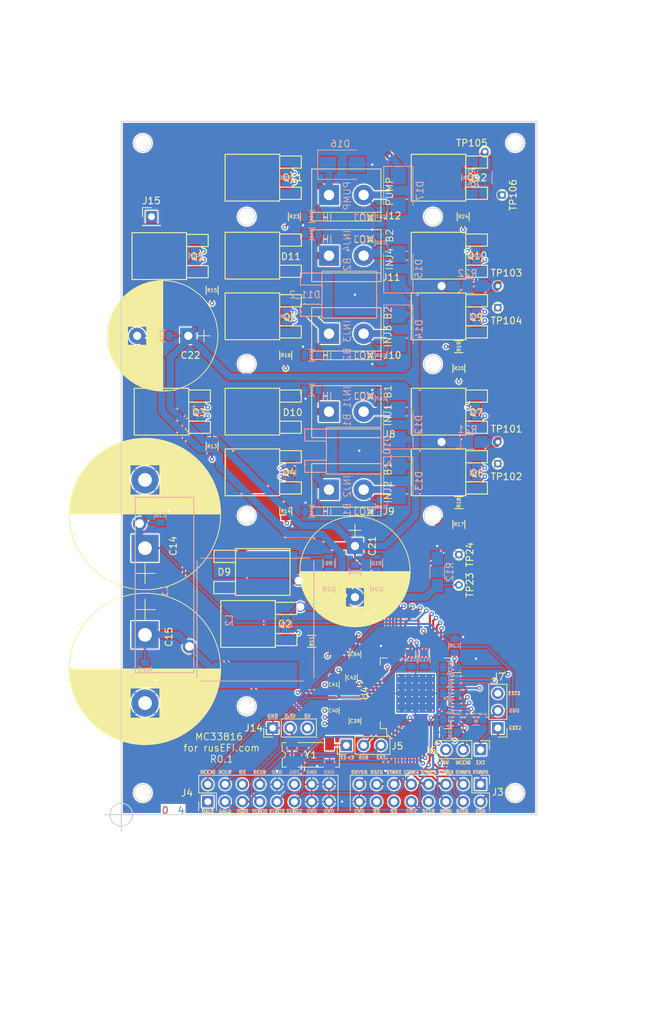
<source format=kicad_pcb>
(kicad_pcb (version 4) (host pcbnew 4.0.7)
  (title_block (title "Common Rail MC33816 board") (date 2019-05-05) (rev R0.1) (company http://rusefi.com/))
  (layers (0 F.Cu signal) (1 PWR_AN power) (2 GND power) (31 B.Cu signal) (34 B.Paste user) (35 F.Paste user) (36 B.SilkS user) (37 F.SilkS user) (38 B.Mask user) (39 F.Mask user) (44 Edge.Cuts user))
  (net 0 "")
  (net 1 GND)
  (net 2 /5V)
  (net 3 /3.3V)
  (net 4 /VCCIO)
  (net 5 /VCCP)
  (net 6 /Vbat)
  (net 7 /Vpwr)
  (net 8 /Vboost)
  (net 9 "Net-(C23-Pad1)")
  (net 10 "Net-(C24-Pad1)")
  (net 11 "Net-(C26-Pad2)")
  (net 12 "Net-(C35-Pad1)")
  (net 13 "Net-(C36-Pad1)")
  (net 14 "Net-(C37-Pad1)")
  (net 15 "Net-(C38-Pad1)")
  (net 16 "Net-(C39-Pad1)")
  (net 17 "Net-(C40-Pad1)")
  (net 18 "Net-(C41-Pad1)")
  (net 19 "Net-(C42-Pad1)")
  (net 20 "Net-(C55-Pad2)")
  (net 21 "Net-(C56-Pad2)")
  (net 22 "Net-(C57-Pad2)")
  (net 23 "Net-(C58-Pad2)")
  (net 24 "Net-(C63-Pad1)")
  (net 25 "Net-(C64-Pad2)")
  (net 26 "Net-(C71-Pad2)")
  (net 27 /START6)
  (net 28 /CSB)
  (net 29 /START5)
  (net 30 /MISO)
  (net 31 /START4)
  (net 32 /MOSI)
  (net 33 /START3)
  (net 34 /SCLK)
  (net 35 /START2)
  (net 36 /DBG_EXT2)
  (net 37 /START1)
  (net 38 /RESETB)
  (net 39 /DRVEN)
  (net 40 /OA_1)
  (net 41 /VCCIO_EXT)
  (net 42 /OA_2)
  (net 43 /IRQB)
  (net 44 /FLAG_0)
  (net 45 /EXT_CLK)
  (net 46 /FLAG_1)
  (net 47 /FLAG_2)
  (net 48 /DBG_EXT1)
  (net 49 "Net-(J5-Pad1)")
  (net 50 /VCC2P5)
  (net 51 /BANK1_BAT)
  (net 52 /INJ_B1_HIGH)
  (net 53 /BANK2_BAT)
  (net 54 /INJ_B2_HIGH)
  (net 55 /INJ1_LOW)
  (net 56 /INJ2_LOW)
  (net 57 /INJ3_LOW)
  (net 58 /INJ4_LOW)
  (net 59 /PUMP_HIGH)
  (net 60 /PUMP_LOW)
  (net 61 /CLK)
  (net 62 /DBG)
  (net 63 /G_LS6)
  (net 64 /P_SENSE_BOOST)
  (net 65 /P_B1_SENSE)
  (net 66 /P_B2_SENSE)
  (net 67 /P_SENSE_PUMP)
  (net 68 /G_L_BOOST)
  (net 69 /G_HB1_BAT)
  (net 70 /G_HB1_BST)
  (net 71 /G_HB2_BAT)
  (net 72 /G_HB2_BST)
  (net 73 /G_L_INJ1)
  (net 74 /G_L_INJ2)
  (net 75 /G_L_INJ3)
  (net 76 /G_L_INJ4)
  (net 77 /G_PUMP)
  (net 78 /Vbuck)
  (module Pin_Headers:Pin_Header_Straight_2x08_Pitch2.54mm (layer F.Cu) (at 160.147 153.289 270)
    (fp_text reference J3 (at 1.143 -2.54 360) (layer F.SilkS))
    (fp_text value CONN_02X08)
    (pad 1 thru_hole rect (at 0 0 270) (size 1.7 1.7) (drill 1) (layers *.Cu *.Mask) (net 27 /START6))
    (pad 2 thru_hole oval (at 2.54 0 270) (size 1.7 1.7) (drill 1) (layers *.Cu *.Mask) (net 28 /CSB))
    (pad 3 thru_hole oval (at 0 2.54 270) (size 1.7 1.7) (drill 1) (layers *.Cu *.Mask) (net 29 /START5))
    (pad 4 thru_hole oval (at 2.54 2.54 270) (size 1.7 1.7) (drill 1) (layers *.Cu *.Mask) (net 30 /MISO))
    (pad 5 thru_hole oval (at 0 5.08 270) (size 1.7 1.7) (drill 1) (layers *.Cu *.Mask) (net 31 /START4))
    (pad 6 thru_hole oval (at 2.54 5.08 270) (size 1.7 1.7) (drill 1) (layers *.Cu *.Mask) (net 32 /MOSI))
    (pad 7 thru_hole oval (at 0 7.62 270) (size 1.7 1.7) (drill 1) (layers *.Cu *.Mask) (net 33 /START3))
    (pad 8 thru_hole oval (at 2.54 7.62 270) (size 1.7 1.7) (drill 1) (layers *.Cu *.Mask) (net 34 /SCLK))
    (pad 9 thru_hole oval (at 0 10.16 270) (size 1.7 1.7) (drill 1) (layers *.Cu *.Mask) (net 35 /START2))
    (pad 10 thru_hole oval (at 2.54 10.16 270) (size 1.7 1.7) (drill 1) (layers *.Cu *.Mask) (net 36 /DBG_EXT2))
    (pad 11 thru_hole oval (at 0 12.7 270) (size 1.7 1.7) (drill 1) (layers *.Cu *.Mask) (net 37 /START1))
    (pad 12 thru_hole oval (at 2.54 12.7 270) (size 1.7 1.7) (drill 1) (layers *.Cu *.Mask))
    (pad 13 thru_hole oval (at 0 15.24 270) (size 1.7 1.7) (drill 1) (layers *.Cu *.Mask) (net 38 /RESETB))
    (pad 14 thru_hole oval (at 2.54 15.24 270) (size 1.7 1.7) (drill 1) (layers *.Cu *.Mask))
    (pad 15 thru_hole oval (at 0 17.78 270) (size 1.7 1.7) (drill 1) (layers *.Cu *.Mask) (net 39 /DRVEN))
    (pad 16 thru_hole oval (at 2.54 17.78 270) (size 1.7 1.7) (drill 1) (layers *.Cu *.Mask) (net 1 GND))
  )
  (module Pin_Headers:Pin_Header_Straight_2x08_Pitch2.54mm (layer F.Cu) (at 120.142 155.829 90)
    (fp_text reference J4 (at 1.27 -3.048 180) (layer F.SilkS))
    (fp_text value CONN_02X08)
    (pad 1 thru_hole rect (at 0 0 90) (size 1.7 1.7) (drill 1) (layers *.Cu *.Mask) (net 40 /OA_1))
    (pad 2 thru_hole oval (at 2.54 0 90) (size 1.7 1.7) (drill 1) (layers *.Cu *.Mask) (net 41 /VCCIO_EXT))
    (pad 3 thru_hole oval (at 0 2.54 90) (size 1.7 1.7) (drill 1) (layers *.Cu *.Mask) (net 42 /OA_2))
    (pad 4 thru_hole oval (at 2.54 2.54 90) (size 1.7 1.7) (drill 1) (layers *.Cu *.Mask) (net 5 /VCCP))
    (pad 5 thru_hole oval (at 0 5.08 90) (size 1.7 1.7) (drill 1) (layers *.Cu *.Mask) (net 43 /IRQB))
    (pad 6 thru_hole oval (at 2.54 5.08 90) (size 1.7 1.7) (drill 1) (layers *.Cu *.Mask))
    (pad 7 thru_hole oval (at 0 7.62 90) (size 1.7 1.7) (drill 1) (layers *.Cu *.Mask) (net 44 /FLAG_0))
    (pad 8 thru_hole oval (at 2.54 7.62 90) (size 1.7 1.7) (drill 1) (layers *.Cu *.Mask) (net 45 /EXT_CLK))
    (pad 9 thru_hole oval (at 0 10.16 90) (size 1.7 1.7) (drill 1) (layers *.Cu *.Mask) (net 46 /FLAG_1))
    (pad 10 thru_hole oval (at 2.54 10.16 90) (size 1.7 1.7) (drill 1) (layers *.Cu *.Mask) (net 1 GND))
    (pad 11 thru_hole oval (at 0 12.7 90) (size 1.7 1.7) (drill 1) (layers *.Cu *.Mask) (net 47 /FLAG_2))
    (pad 12 thru_hole oval (at 2.54 12.7 90) (size 1.7 1.7) (drill 1) (layers *.Cu *.Mask) (net 48 /DBG_EXT1))
    (pad 13 thru_hole oval (at 0 15.24 90) (size 1.7 1.7) (drill 1) (layers *.Cu *.Mask) (net 1 GND))
    (pad 14 thru_hole oval (at 2.54 15.24 90) (size 1.7 1.7) (drill 1) (layers *.Cu *.Mask) (net 1 GND))
    (pad 15 thru_hole oval (at 0 17.78 90) (size 1.7 1.7) (drill 1) (layers *.Cu *.Mask) (net 1 GND))
    (pad 16 thru_hole oval (at 2.54 17.78 90) (size 1.7 1.7) (drill 1) (layers *.Cu *.Mask) (net 1 GND))
  )
  (module rusEFI_LIB:IHLP6767GZER100M01 (layer B.Cu) (at 127.127 129.159 270)
    (fp_text reference L2 (at 0.09906 3.85064 270) (layer B.SilkS) (effects (justify mirror)))
    (fp_text value 10uH hide)
    (pad 2 smd rect (at 8.1225 0 270) (size 3.825 12.32) (layers B.Cu B.Paste B.Mask) (net 7 /Vpwr))
    (pad 1 smd rect (at -8.1225 0 270) (size 3.825 12.32) (layers B.Cu B.Paste B.Mask) (net 78 /Vbuck))
  )
  (module Capacitors_ThroughHole:CP_Radial_D22.0mm_P10.00mm_SnapIn (layer F.Cu) (at 110.934 118.682 90)
    (fp_text reference C14 (at 0.3175 4.1275 90) (layer F.SilkS))
    (fp_text value 1000uF)
    (pad 1 thru_hole rect (at 0 0 90) (size 4 4) (drill 2) (layers *.Cu *.Mask) (net 6 /Vbat))
    (pad 2 thru_hole circle (at 10 0 90) (size 4 4) (drill 2) (layers *.Cu *.Mask) (net 1 GND))
  )
  (module Capacitors_ThroughHole:CP_Radial_D22.0mm_P10.00mm_SnapIn (layer F.Cu) (at 110.934 131.382 270)
    (fp_text reference C15 (at 0.3175 -3.4925 270) (layer F.SilkS))
    (fp_text value 1000uF)
    (pad 1 thru_hole rect (at 0 0 270) (size 4 4) (drill 2) (layers *.Cu *.Mask) (net 7 /Vpwr))
    (pad 2 thru_hole circle (at 10 0 270) (size 4 4) (drill 2) (layers *.Cu *.Mask) (net 1 GND))
  )
  (module Capacitors_ThroughHole:CP_Radial_D16.0mm_P7.50mm (layer F.Cu) (at 141.732 118.364 270)
    (fp_text reference C21 (at 0 -2.54 270) (layer F.SilkS))
    (fp_text value 390uF)
    (pad 1 thru_hole rect (at 0 0 270) (size 2.4 2.4) (drill 1.2) (layers *.Cu *.Mask) (net 8 /Vboost))
    (pad 2 thru_hole circle (at 7.5 0 270) (size 2.4 2.4) (drill 1.2) (layers *.Cu *.Mask) (net 64 /P_SENSE_BOOST))
  )
  (module Capacitors_ThroughHole:CP_Radial_D16.0mm_P7.50mm (layer F.Cu) (at 117.284 87.566 180)
    (fp_text reference C22 (at -0.3175 -2.8575 180) (layer F.SilkS))
    (fp_text value 390uF)
    (pad 1 thru_hole rect (at 0 0 180) (size 2.4 2.4) (drill 1.2) (layers *.Cu *.Mask) (net 8 /Vboost))
    (pad 2 thru_hole circle (at 7.5 0 180) (size 2.4 2.4) (drill 1.2) (layers *.Cu *.Mask) (net 64 /P_SENSE_BOOST))
  )
  (module TO_SOT_Packages_SMD:TO-252-2Lead (layer F.Cu) (at 122.682 122.174 270)
    (fp_text reference D9 (at 0 0.127 360) (layer F.SilkS))
    (fp_text value FFD10UP20S)
    (pad 1 smd rect (at -2.286 0 270) (size 1.651 3.048) (layers F.Cu F.Paste F.Mask) (net 8 /Vboost))
    (pad 2 smd rect (at 0 -6.35 270) (size 6.096 6.096) (layers F.Cu F.Paste F.Mask) (net 78 /Vbuck))
    (pad 3 smd rect (at 2.286 0 270) (size 1.651 3.048) (layers F.Cu F.Paste F.Mask))
  )
  (module TO_SOT_Packages_SMD:TO-252-2Lead (layer F.Cu) (at 132.207 98.679 90)
    (fp_text reference D10 (at -0.127 0.381 180) (layer F.SilkS))
    (fp_text value SBR10200CTL)
    (pad 1 smd rect (at -2.286 0 90) (size 1.651 3.048) (layers F.Cu F.Paste F.Mask) (net 52 /INJ_B1_HIGH))
    (pad 2 smd rect (at 0 -6.35 90) (size 6.096 6.096) (layers F.Cu F.Paste F.Mask) (net 51 /BANK1_BAT))
    (pad 3 smd rect (at 2.286 0 90) (size 1.651 3.048) (layers F.Cu F.Paste F.Mask))
  )
  (module TO_SOT_Packages_SMD:TO-252-2Lead (layer B.Cu) (at 136.017 104.394 90)
    (fp_text reference D10_2 (at 0 10.414 90) (layer B.SilkS) (effects (justify mirror)))
    (fp_text value SBR10200CTL)
    (pad 1 smd rect (at -2.286 0 90) (size 1.651 3.048) (layers B.Cu B.Paste B.Mask) (net 52 /INJ_B1_HIGH))
    (pad 2 smd rect (at 0 6.35 90) (size 6.096 6.096) (layers B.Cu B.Paste B.Mask) (net 1 GND))
    (pad 3 smd rect (at 2.286 0 90) (size 1.651 3.048) (layers B.Cu B.Paste B.Mask))
  )
  (module TO_SOT_Packages_SMD:TO-252-2Lead (layer F.Cu) (at 132.207 75.819 90)
    (fp_text reference D11 (at -0.127 0.127 180) (layer F.SilkS))
    (fp_text value SBR10200CTL)
    (pad 1 smd rect (at -2.286 0 90) (size 1.651 3.048) (layers F.Cu F.Paste F.Mask) (net 54 /INJ_B2_HIGH))
    (pad 2 smd rect (at 0 -6.35 90) (size 6.096 6.096) (layers F.Cu F.Paste F.Mask) (net 53 /BANK2_BAT))
    (pad 3 smd rect (at 2.286 0 90) (size 1.651 3.048) (layers F.Cu F.Paste F.Mask))
  )
  (module TO_SOT_Packages_SMD:TO-252-2Lead (layer B.Cu) (at 135.382 81.534 90)
    (fp_text reference D11_2 (at 0 -1.016 180) (layer B.SilkS) (effects (justify mirror)))
    (fp_text value SBR10200CTL)
    (pad 1 smd rect (at -2.286 0 90) (size 1.651 3.048) (layers B.Cu B.Paste B.Mask) (net 54 /INJ_B2_HIGH))
    (pad 2 smd rect (at 0 6.35 90) (size 6.096 6.096) (layers B.Cu B.Paste B.Mask) (net 1 GND))
    (pad 3 smd rect (at 2.286 0 90) (size 1.651 3.048) (layers B.Cu B.Paste B.Mask))
  )
  (module Diodes_SMD:D_SMB (layer B.Cu) (at 148.082 100.584 90)
    (fp_text reference D12 (at 0 3 90) (layer B.SilkS) (effects (justify mirror)))
    (fp_text value STPS2H100UY)
    (pad 1 smd rect (at -2.15 0 90) (size 2.5 2.3) (layers B.Cu B.Paste B.Mask) (net 8 /Vboost))
    (pad 2 smd rect (at 2.15 0 90) (size 2.5 2.3) (layers B.Cu B.Paste B.Mask) (net 55 /INJ1_LOW))
  )
  (module Diodes_SMD:D_SMB (layer B.Cu) (at 148.082 108.839 270)
    (fp_text reference D13 (at 0 -3.048 270) (layer B.SilkS) (effects (justify mirror)))
    (fp_text value STPS2H100UY)
    (pad 1 smd rect (at -2.15 0 270) (size 2.5 2.3) (layers B.Cu B.Paste B.Mask) (net 8 /Vboost))
    (pad 2 smd rect (at 2.15 0 270) (size 2.5 2.3) (layers B.Cu B.Paste B.Mask) (net 56 /INJ2_LOW))
  )
  (module Diodes_SMD:D_SMB (layer B.Cu) (at 148.082 86.614 270)
    (fp_text reference D14 (at 0 -3.048 270) (layer B.SilkS) (effects (justify mirror)))
    (fp_text value STPS2H100UY)
    (pad 1 smd rect (at -2.15 0 270) (size 2.5 2.3) (layers B.Cu B.Paste B.Mask) (net 8 /Vboost))
    (pad 2 smd rect (at 2.15 0 270) (size 2.5 2.3) (layers B.Cu B.Paste B.Mask) (net 57 /INJ3_LOW))
  )
  (module Diodes_SMD:D_SMB (layer B.Cu) (at 148.082 77.724 90)
    (fp_text reference D15 (at 0 3 90) (layer B.SilkS) (effects (justify mirror)))
    (fp_text value STPS2H100UY)
    (pad 1 smd rect (at -2.15 0 90) (size 2.5 2.3) (layers B.Cu B.Paste B.Mask) (net 8 /Vboost))
    (pad 2 smd rect (at 2.15 0 90) (size 2.5 2.3) (layers B.Cu B.Paste B.Mask) (net 58 /INJ4_LOW))
  )
  (module Diodes_SMD:D_SMB (layer B.Cu) (at 139.827 62.484)
    (fp_text reference D16 (at -0.254 -3.048) (layer B.SilkS) (effects (justify mirror)))
    (fp_text value STPS2H100UY)
    (pad 1 smd rect (at -2.15 0) (size 2.5 2.3) (layers B.Cu B.Paste B.Mask) (net 59 /PUMP_HIGH))
    (pad 2 smd rect (at 2.15 0) (size 2.5 2.3) (layers B.Cu B.Paste B.Mask) (net 1 GND))
  )
  (module Diodes_SMD:D_SMB (layer B.Cu) (at 148.082 66.294 270)
    (fp_text reference D17 (at 0 -3.175 270) (layer B.SilkS) (effects (justify mirror)))
    (fp_text value STPS2H100UY)
    (pad 1 smd rect (at -2.15 0 270) (size 2.5 2.3) (layers B.Cu B.Paste B.Mask) (net 6 /Vbat))
    (pad 2 smd rect (at 2.15 0 270) (size 2.5 2.3) (layers B.Cu B.Paste B.Mask) (net 60 /PUMP_LOW))
  )
  (module Pin_Headers:Pin_Header_Straight_1x03_Pitch2.54mm (layer F.Cu) (at 140.462 147.574 90)
    (fp_text reference J5 (at -0.127 7.493 180) (layer F.SilkS))
    (fp_text value CONN_01X03)
    (pad 1 thru_hole rect (at 0 0 90) (size 1.7 1.7) (drill 1) (layers *.Cu *.Mask) (net 49 "Net-(J5-Pad1)"))
    (pad 2 thru_hole oval (at 0 2.54 90) (size 1.7 1.7) (drill 1) (layers *.Cu *.Mask) (net 61 /CLK))
    (pad 3 thru_hole oval (at 0 5.08 90) (size 1.7 1.7) (drill 1) (layers *.Cu *.Mask) (net 45 /EXT_CLK))
  )
  (module Pin_Headers:Pin_Header_Straight_1x03_Pitch2.54mm (layer F.Cu) (at 160.147 148.209 270)
    (fp_text reference J6 (at 0.127 7.366 360) (layer F.SilkS))
    (fp_text value CONN_01X03)
    (pad 1 thru_hole rect (at 0 0 270) (size 1.7 1.7) (drill 1) (layers *.Cu *.Mask) (net 41 /VCCIO_EXT))
    (pad 2 thru_hole oval (at 0 2.54 270) (size 1.7 1.7) (drill 1) (layers *.Cu *.Mask) (net 4 /VCCIO))
    (pad 3 thru_hole oval (at 0 5.08 270) (size 1.7 1.7) (drill 1) (layers *.Cu *.Mask) (net 2 /5V))
  )
  (module Pin_Headers:Pin_Header_Straight_1x03_Pitch2.54mm (layer F.Cu) (at 162.687 145.034 180)
    (fp_text reference J7 (at -0.127 7.493 180) (layer F.SilkS))
    (fp_text value CONN_01X03)
    (pad 1 thru_hole rect (at 0 0 180) (size 1.7 1.7) (drill 1) (layers *.Cu *.Mask) (net 36 /DBG_EXT2))
    (pad 2 thru_hole oval (at 0 2.54 180) (size 1.7 1.7) (drill 1) (layers *.Cu *.Mask) (net 62 /DBG))
    (pad 3 thru_hole oval (at 0 5.08 180) (size 1.7 1.7) (drill 1) (layers *.Cu *.Mask) (net 48 /DBG_EXT1))
  )
  (module Terminal_Blocks:TerminalBlock_bornier-2_P5.08mm (layer F.Cu) (at 137.922 98.679)
    (fp_text reference J8 (at 8.89 3.302) (layer F.SilkS))
    (fp_text value INJ_Term)
    (pad 1 thru_hole rect (at 0 0) (size 3 3) (drill 1.52) (layers *.Cu *.Mask) (net 52 /INJ_B1_HIGH))
    (pad 2 thru_hole circle (at 5.08 0) (size 3 3) (drill 1.52) (layers *.Cu *.Mask) (net 55 /INJ1_LOW))
  )
  (module Terminal_Blocks:TerminalBlock_bornier-2_P5.08mm (layer F.Cu) (at 137.922 110.109)
    (fp_text reference J9 (at 8.763 3.175) (layer F.SilkS))
    (fp_text value INJ_Term)
    (pad 1 thru_hole rect (at 0 0) (size 3 3) (drill 1.52) (layers *.Cu *.Mask) (net 52 /INJ_B1_HIGH))
    (pad 2 thru_hole circle (at 5.08 0) (size 3 3) (drill 1.52) (layers *.Cu *.Mask) (net 56 /INJ2_LOW))
  )
  (module Terminal_Blocks:TerminalBlock_bornier-2_P5.08mm (layer F.Cu) (at 137.922 87.249)
    (fp_text reference J10 (at 9.271 3.175) (layer F.SilkS))
    (fp_text value INJ_Term)
    (pad 1 thru_hole rect (at 0 0) (size 3 3) (drill 1.52) (layers *.Cu *.Mask) (net 54 /INJ_B2_HIGH))
    (pad 2 thru_hole circle (at 5.08 0) (size 3 3) (drill 1.52) (layers *.Cu *.Mask) (net 57 /INJ3_LOW))
  )
  (module Terminal_Blocks:TerminalBlock_bornier-2_P5.08mm (layer F.Cu) (at 137.922 75.819)
    (fp_text reference J11 (at 9.144 3.175) (layer F.SilkS))
    (fp_text value INJ_Term)
    (pad 1 thru_hole rect (at 0 0) (size 3 3) (drill 1.52) (layers *.Cu *.Mask) (net 54 /INJ_B2_HIGH))
    (pad 2 thru_hole circle (at 5.08 0) (size 3 3) (drill 1.52) (layers *.Cu *.Mask) (net 58 /INJ4_LOW))
  )
  (module Terminal_Blocks:TerminalBlock_bornier-2_P5.08mm (layer F.Cu) (at 137.922 66.929)
    (fp_text reference J12 (at 9.271 3.048) (layer F.SilkS))
    (fp_text value INJ_Term)
    (pad 1 thru_hole rect (at 0 0) (size 3 3) (drill 1.52) (layers *.Cu *.Mask) (net 59 /PUMP_HIGH))
    (pad 2 thru_hole circle (at 5.08 0) (size 3 3) (drill 1.52) (layers *.Cu *.Mask) (net 60 /PUMP_LOW))
  )
  (module rusEFI_LIB:744710610-Inductor (layer B.Cu) (at 113.792 124.079 90)
    (fp_text reference L1 (at -1 0 90) (layer B.SilkS) (effects (justify mirror)))
    (fp_text value 6uH hide)
    (pad 1 thru_hole circle (at -9 3.65 90) (size 2.032 2.032) (drill 1.27) (layers *.Cu *.Mask) (net 7 /Vpwr))
    (pad 2 thru_hole circle (at 9 -3.65 90) (size 2.032 2.032) (drill 1.27) (layers *.Cu *.Mask) (net 6 /Vbat))
  )
  (module TO_SOT_Packages_SMD:TO-252-2Lead (layer F.Cu) (at 131.572 129.794 90)
    (fp_text reference Q2 (at 0 -0.127 180) (layer F.SilkS))
    (fp_text value BUK9230-100B)
    (pad 1 smd rect (at -2.286 0 90) (size 1.651 3.048) (layers F.Cu F.Paste F.Mask) (net 11 "Net-(C26-Pad2)"))
    (pad 2 smd rect (at 0 -6.35 90) (size 6.096 6.096) (layers F.Cu F.Paste F.Mask) (net 78 /Vbuck))
    (pad 3 smd rect (at 2.286 0 90) (size 1.651 3.048) (layers F.Cu F.Paste F.Mask) (net 64 /P_SENSE_BOOST))
  )
  (module TO_SOT_Packages_SMD:TO-252-2Lead (layer F.Cu) (at 118.872 98.679 90)
    (fp_text reference Q3 (at -0.127 0 180) (layer F.SilkS))
    (fp_text value BUK9230-100B)
    (pad 1 smd rect (at -2.286 0 90) (size 1.651 3.048) (layers F.Cu F.Paste F.Mask) (net 12 "Net-(C35-Pad1)"))
    (pad 2 smd rect (at 0 -6.35 90) (size 6.096 6.096) (layers F.Cu F.Paste F.Mask) (net 6 /Vbat))
    (pad 3 smd rect (at 2.286 0 90) (size 1.651 3.048) (layers F.Cu F.Paste F.Mask) (net 51 /BANK1_BAT))
  )
  (module TO_SOT_Packages_SMD:TO-252-2Lead (layer F.Cu) (at 132.207 107.569 90)
    (fp_text reference Q4 (at 0 -0.127 180) (layer F.SilkS))
    (fp_text value BUK9230-100B)
    (pad 1 smd rect (at -2.286 0 90) (size 1.651 3.048) (layers F.Cu F.Paste F.Mask) (net 13 "Net-(C36-Pad1)"))
    (pad 2 smd rect (at 0 -6.35 90) (size 6.096 6.096) (layers F.Cu F.Paste F.Mask) (net 8 /Vboost))
    (pad 3 smd rect (at 2.286 0 90) (size 1.651 3.048) (layers F.Cu F.Paste F.Mask) (net 52 /INJ_B1_HIGH))
  )
  (module TO_SOT_Packages_SMD:TO-252-2Lead (layer F.Cu) (at 118.554 75.8825 90)
    (fp_text reference Q5 (at -0.0635 0.064 180) (layer F.SilkS))
    (fp_text value BUK9230-100B)
    (pad 1 smd rect (at -2.286 0 90) (size 1.651 3.048) (layers F.Cu F.Paste F.Mask) (net 14 "Net-(C37-Pad1)"))
    (pad 2 smd rect (at 0 -6.35 90) (size 6.096 6.096) (layers F.Cu F.Paste F.Mask) (net 6 /Vbat))
    (pad 3 smd rect (at 2.286 0 90) (size 1.651 3.048) (layers F.Cu F.Paste F.Mask) (net 53 /BANK2_BAT))
  )
  (module TO_SOT_Packages_SMD:TO-252-2Lead (layer F.Cu) (at 132.207 84.709 90)
    (fp_text reference Q6 (at -0.127 0 180) (layer F.SilkS))
    (fp_text value BUK9230-100B)
    (pad 1 smd rect (at -2.286 0 90) (size 1.651 3.048) (layers F.Cu F.Paste F.Mask) (net 15 "Net-(C38-Pad1)"))
    (pad 2 smd rect (at 0 -6.35 90) (size 6.096 6.096) (layers F.Cu F.Paste F.Mask) (net 8 /Vboost))
    (pad 3 smd rect (at 2.286 0 90) (size 1.651 3.048) (layers F.Cu F.Paste F.Mask) (net 54 /INJ_B2_HIGH))
  )
  (module TO_SOT_Packages_SMD:TO-252-2Lead (layer F.Cu) (at 159.512 98.679 90)
    (fp_text reference Q7 (at -0.127 0 180) (layer F.SilkS))
    (fp_text value BUK9230-100B)
    (pad 1 smd rect (at -2.286 0 90) (size 1.651 3.048) (layers F.Cu F.Paste F.Mask) (net 20 "Net-(C55-Pad2)"))
    (pad 2 smd rect (at 0 -6.35 90) (size 6.096 6.096) (layers F.Cu F.Paste F.Mask) (net 55 /INJ1_LOW))
    (pad 3 smd rect (at 2.286 0 90) (size 1.651 3.048) (layers F.Cu F.Paste F.Mask) (net 65 /P_B1_SENSE))
  )
  (module TO_SOT_Packages_SMD:TO-252-2Lead (layer F.Cu) (at 159.512 107.569 90)
    (fp_text reference Q8 (at -0.127 0.127 180) (layer F.SilkS))
    (fp_text value BUK9230-100B)
    (pad 1 smd rect (at -2.286 0 90) (size 1.651 3.048) (layers F.Cu F.Paste F.Mask) (net 21 "Net-(C56-Pad2)"))
    (pad 2 smd rect (at 0 -6.35 90) (size 6.096 6.096) (layers F.Cu F.Paste F.Mask) (net 56 /INJ2_LOW))
    (pad 3 smd rect (at 2.286 0 90) (size 1.651 3.048) (layers F.Cu F.Paste F.Mask) (net 65 /P_B1_SENSE))
  )
  (module TO_SOT_Packages_SMD:TO-252-2Lead (layer F.Cu) (at 159.512 84.709 90)
    (fp_text reference Q9 (at -0.127 0 180) (layer F.SilkS))
    (fp_text value BUK9230-100B)
    (pad 1 smd rect (at -2.286 0 90) (size 1.651 3.048) (layers F.Cu F.Paste F.Mask) (net 22 "Net-(C57-Pad2)"))
    (pad 2 smd rect (at 0 -6.35 90) (size 6.096 6.096) (layers F.Cu F.Paste F.Mask) (net 57 /INJ3_LOW))
    (pad 3 smd rect (at 2.286 0 90) (size 1.651 3.048) (layers F.Cu F.Paste F.Mask) (net 66 /P_B2_SENSE))
  )
  (module TO_SOT_Packages_SMD:TO-252-2Lead (layer F.Cu) (at 159.512 75.819 90)
    (fp_text reference Q10 (at 0 0.127 180) (layer F.SilkS))
    (fp_text value BUK9230-100B)
    (pad 1 smd rect (at -2.286 0 90) (size 1.651 3.048) (layers F.Cu F.Paste F.Mask) (net 23 "Net-(C58-Pad2)"))
    (pad 2 smd rect (at 0 -6.35 90) (size 6.096 6.096) (layers F.Cu F.Paste F.Mask) (net 58 /INJ4_LOW))
    (pad 3 smd rect (at 2.286 0 90) (size 1.651 3.048) (layers F.Cu F.Paste F.Mask) (net 66 /P_B2_SENSE))
  )
  (module TO_SOT_Packages_SMD:TO-252-2Lead (layer F.Cu) (at 132.207 64.389 90)
    (fp_text reference Q11 (at 0 0.381 180) (layer F.SilkS))
    (fp_text value BUK9230-100B)
    (pad 1 smd rect (at -2.286 0 90) (size 1.651 3.048) (layers F.Cu F.Paste F.Mask) (net 24 "Net-(C63-Pad1)"))
    (pad 2 smd rect (at 0 -6.35 90) (size 6.096 6.096) (layers F.Cu F.Paste F.Mask) (net 6 /Vbat))
    (pad 3 smd rect (at 2.286 0 90) (size 1.651 3.048) (layers F.Cu F.Paste F.Mask) (net 59 /PUMP_HIGH))
  )
  (module TO_SOT_Packages_SMD:TO-252-2Lead (layer F.Cu) (at 159.512 64.389 90)
    (fp_text reference Q12 (at 0 0.127 180) (layer F.SilkS))
    (fp_text value BUK9230-100B)
    (pad 1 smd rect (at -2.286 0 90) (size 1.651 3.048) (layers F.Cu F.Paste F.Mask) (net 26 "Net-(C71-Pad2)"))
    (pad 2 smd rect (at 0 -6.35 90) (size 6.096 6.096) (layers F.Cu F.Paste F.Mask) (net 60 /PUMP_LOW))
    (pad 3 smd rect (at 2.286 0 90) (size 1.651 3.048) (layers F.Cu F.Paste F.Mask) (net 67 /P_SENSE_PUMP))
  )
  (module Resistors_SMD:R_1206_HandSoldering (layer B.Cu) (at 153.797 122.174 90)
    (fp_text reference R12 (at 0 1.85 90) (layer B.SilkS) (effects (justify mirror)))
    (fp_text value 0R010)
    (pad 1 smd rect (at -2 0 90) (size 2 1.7) (layers B.Cu B.Paste B.Mask) (net 64 /P_SENSE_BOOST))
    (pad 2 smd rect (at 2 0 90) (size 2 1.7) (layers B.Cu B.Paste B.Mask) (net 1 GND))
  )
  (module Resistors_SMD:R_1206_HandSoldering (layer B.Cu) (at 158.242 103.124 180)
    (fp_text reference R21 (at 0 1.85 180) (layer B.SilkS) (effects (justify mirror)))
    (fp_text value 0R015)
    (pad 1 smd rect (at -2 0 180) (size 2 1.7) (layers B.Cu B.Paste B.Mask) (net 65 /P_B1_SENSE))
    (pad 2 smd rect (at 2 0 180) (size 2 1.7) (layers B.Cu B.Paste B.Mask) (net 1 GND))
  )
  (module Resistors_SMD:R_1206_HandSoldering (layer B.Cu) (at 158.242 80.264 180)
    (fp_text reference R22 (at 0 1.85 180) (layer B.SilkS) (effects (justify mirror)))
    (fp_text value 0R015)
    (pad 1 smd rect (at -2 0 180) (size 2 1.7) (layers B.Cu B.Paste B.Mask) (net 66 /P_B2_SENSE))
    (pad 2 smd rect (at 2 0 180) (size 2 1.7) (layers B.Cu B.Paste B.Mask) (net 1 GND))
  )
  (module Resistors_SMD:R_1206_HandSoldering (layer B.Cu) (at 160.782 64.389 270)
    (fp_text reference R26 (at 0 1.85 270) (layer B.SilkS) (effects (justify mirror)))
    (fp_text value 0R015)
    (pad 1 smd rect (at -2 0 270) (size 2 1.7) (layers B.Cu B.Paste B.Mask) (net 67 /P_SENSE_PUMP))
    (pad 2 smd rect (at 2 0 270) (size 2 1.7) (layers B.Cu B.Paste B.Mask) (net 1 GND))
  )
  (module Connect:PINTST (layer F.Cu) (at 156.972 124.079 270)
    (fp_text reference TP23 (at 0 -1.6 270) (layer F.SilkS))
    (fp_text value CONN_01X01)
    (pad 1 thru_hole circle (at 0 0 270) (size 1.143 1.143) (drill 0.635) (layers *.Cu *.Mask) (net 64 /P_SENSE_BOOST))
  )
  (module Connect:PINTST (layer F.Cu) (at 156.972 119.634 270)
    (fp_text reference TP24 (at 0 -1.6 270) (layer F.SilkS))
    (fp_text value CONN_01X01)
    (pad 1 thru_hole circle (at 0 0 270) (size 1.143 1.143) (drill 0.635) (layers *.Cu *.Mask) (net 1 GND))
  )
  (module Connect:PINTST (layer F.Cu) (at 162.687 103.124 270)
    (fp_text reference TP101 (at -1.905 -1.27 360) (layer F.SilkS))
    (fp_text value CONN_01X01)
    (pad 1 thru_hole circle (at 0 0 270) (size 1.143 1.143) (drill 0.635) (layers *.Cu *.Mask) (net 65 /P_B1_SENSE))
  )
  (module Connect:PINTST (layer F.Cu) (at 162.687 106.299 270)
    (fp_text reference TP102 (at 1.905 -1.27 360) (layer F.SilkS))
    (fp_text value CONN_01X01)
    (pad 1 thru_hole circle (at 0 0 270) (size 1.143 1.143) (drill 0.635) (layers *.Cu *.Mask) (net 1 GND))
  )
  (module Connect:PINTST (layer F.Cu) (at 162.687 80.264 270)
    (fp_text reference TP103 (at -1.905 -1.27 360) (layer F.SilkS))
    (fp_text value CONN_01X01)
    (pad 1 thru_hole circle (at 0 0 270) (size 1.143 1.143) (drill 0.635) (layers *.Cu *.Mask) (net 66 /P_B2_SENSE))
  )
  (module Connect:PINTST (layer F.Cu) (at 162.687 83.439 270)
    (fp_text reference TP104 (at 1.905 -1.27 360) (layer F.SilkS))
    (fp_text value CONN_01X01)
    (pad 1 thru_hole circle (at 0 0 270) (size 1.143 1.143) (drill 0.635) (layers *.Cu *.Mask) (net 1 GND))
  )
  (module Connect:PINTST (layer F.Cu) (at 160.782 60.579 270)
    (fp_text reference TP105 (at -1.27 1.905 360) (layer F.SilkS))
    (fp_text value CONN_01X01)
    (pad 1 thru_hole circle (at 0 0 270) (size 1.143 1.143) (drill 0.635) (layers *.Cu *.Mask) (net 67 /P_SENSE_PUMP))
  )
  (module Connect:PINTST (layer F.Cu) (at 163.322 66.929 270)
    (fp_text reference TP106 (at 0 -1.6 270) (layer F.SilkS))
    (fp_text value CONN_01X01)
    (pad 1 thru_hole circle (at 0 0 270) (size 1.143 1.143) (drill 0.635) (layers *.Cu *.Mask) (net 1 GND))
  )
  (module Crystals:Crystal_SMD_SeikoEpson_MC306-4pin_8.0x3.2mm (layer F.Cu) (at 135.255 148.971)
    (fp_text reference Y1 (at 0 0) (layer F.SilkS))
    (fp_text value ???)
    (pad 1 smd rect (at -2.75 1.6) (size 1.3 1.9) (layers F.Cu F.Paste F.Mask) (net 3 /3.3V))
    (pad 2 smd rect (at 2.75 1.6) (size 1.3 1.9) (layers F.Cu F.Paste F.Mask) (net 1 GND))
    (pad 3 smd rect (at 2.75 -1.6) (size 1.3 1.9) (layers F.Cu F.Paste F.Mask) (net 49 "Net-(J5-Pad1)"))
    (pad 4 smd rect (at -2.75 -1.6) (size 1.3 1.9) (layers F.Cu F.Paste F.Mask) (net 3 /3.3V))
  )
  (module rusEFI_LIB:C_0805 (layer B.Cu) (at 155.702 143.764 180)
    (fp_text reference C8 (at 0 0 450) (layer B.SilkS) (effects (font (size 0.508 0.508) (thickness 0.1016)) (justify mirror)))
    (fp_text value 0.1uF hide)
    (pad 1 smd rect (at -1 0 180) (size 1 1.25) (layers B.Cu B.Paste B.Mask) (net 50 /VCC2P5))
    (pad 2 smd rect (at 1 0 180) (size 1 1.25) (layers B.Cu B.Paste B.Mask) (net 1 GND))
  )
  (module rusEFI_LIB:C_0805 (layer B.Cu) (at 159.512 143.764)
    (fp_text reference C9 (at 0 0 270) (layer B.SilkS) (effects (font (size 0.508 0.508) (thickness 0.1016)) (justify mirror)))
    (fp_text value 1uF hide)
    (pad 1 smd rect (at -1 0) (size 1 1.25) (layers B.Cu B.Paste B.Mask) (net 50 /VCC2P5))
    (pad 2 smd rect (at 1 0) (size 1 1.25) (layers B.Cu B.Paste B.Mask) (net 1 GND))
  )
  (module rusEFI_LIB:C_0805 (layer B.Cu) (at 155.702 145.669 180)
    (fp_text reference C10 (at 0 0 450) (layer B.SilkS) (effects (font (size 0.508 0.508) (thickness 0.1016)) (justify mirror)))
    (fp_text value 0.1uF hide)
    (pad 1 smd rect (at -1 0 180) (size 1 1.25) (layers B.Cu B.Paste B.Mask) (net 4 /VCCIO))
    (pad 2 smd rect (at 1 0 180) (size 1 1.25) (layers B.Cu B.Paste B.Mask) (net 1 GND))
  )
  (module rusEFI_LIB:C_0805 (layer B.Cu) (at 155.702 141.859 180)
    (fp_text reference C11 (at 0 0 450) (layer B.SilkS) (effects (font (size 0.508 0.508) (thickness 0.1016)) (justify mirror)))
    (fp_text value 0.1uF hide)
    (pad 1 smd rect (at -1 0 180) (size 1 1.25) (layers B.Cu B.Paste B.Mask) (net 2 /5V))
    (pad 2 smd rect (at 1 0 180) (size 1 1.25) (layers B.Cu B.Paste B.Mask) (net 1 GND))
  )
  (module rusEFI_LIB:C_0805 (layer B.Cu) (at 151.892 135.001 270)
    (fp_text reference C12 (at 0 0 540) (layer B.SilkS) (effects (font (size 0.508 0.508) (thickness 0.1016)) (justify mirror)))
    (fp_text value 4.7uF hide)
    (pad 1 smd rect (at -1 0 270) (size 1 1.25) (layers B.Cu B.Paste B.Mask) (net 5 /VCCP))
    (pad 2 smd rect (at 1 0 270) (size 1 1.25) (layers B.Cu B.Paste B.Mask) (net 1 GND))
  )
  (module rusEFI_LIB:C_0805 (layer B.Cu) (at 149.987 135.001 270)
    (fp_text reference C13 (at 0 0 540) (layer B.SilkS) (effects (font (size 0.508 0.508) (thickness 0.1016)) (justify mirror)))
    (fp_text value 0.1uF hide)
    (pad 1 smd rect (at -1 0 270) (size 1 1.25) (layers B.Cu B.Paste B.Mask) (net 5 /VCCP))
    (pad 2 smd rect (at 1 0 270) (size 1 1.25) (layers B.Cu B.Paste B.Mask) (net 1 GND))
  )
  (module rusEFI_LIB:C_0805 (layer B.Cu) (at 113.157 113.919 90)
    (fp_text reference C16 (at 0 0 360) (layer B.SilkS) (effects (font (size 0.508 0.508) (thickness 0.1016)) (justify mirror)))
    (fp_text value 0.22uF hide)
    (pad 1 smd rect (at -1 0 90) (size 1 1.25) (layers B.Cu B.Paste B.Mask) (net 6 /Vbat))
    (pad 2 smd rect (at 1 0 90) (size 1 1.25) (layers B.Cu B.Paste B.Mask) (net 1 GND))
  )
  (module rusEFI_LIB:C_0805 (layer B.Cu) (at 110.934 136.462 270)
    (fp_text reference C17 (at 0 0 540) (layer B.SilkS) (effects (font (size 0.508 0.508) (thickness 0.1016)) (justify mirror)))
    (fp_text value 0.22uF hide)
    (pad 1 smd rect (at -1 0 270) (size 1 1.25) (layers B.Cu B.Paste B.Mask) (net 7 /Vpwr))
    (pad 2 smd rect (at 1 0 270) (size 1 1.25) (layers B.Cu B.Paste B.Mask) (net 1 GND))
  )
  (module rusEFI_LIB:C_0805 (layer B.Cu) (at 137.922 124.714 270)
    (fp_text reference C23 (at 0 0 540) (layer B.SilkS) (effects (font (size 0.508 0.508) (thickness 0.1016)) (justify mirror)))
    (fp_text value 330pF hide)
    (pad 1 smd rect (at -1 0 270) (size 1 1.25) (layers B.Cu B.Paste B.Mask) (net 9 "Net-(C23-Pad1)"))
    (pad 2 smd rect (at 1 0 270) (size 1 1.25) (layers B.Cu B.Paste B.Mask) (net 64 /P_SENSE_BOOST))
  )
  (module rusEFI_LIB:C_0805 (layer B.Cu) (at 144.907 124.714 270)
    (fp_text reference C24 (at 0 0 540) (layer B.SilkS) (effects (font (size 0.508 0.508) (thickness 0.1016)) (justify mirror)))
    (fp_text value 330pF hide)
    (pad 1 smd rect (at -1 0 270) (size 1 1.25) (layers B.Cu B.Paste B.Mask) (net 10 "Net-(C24-Pad1)"))
    (pad 2 smd rect (at 1 0 270) (size 1 1.25) (layers B.Cu B.Paste B.Mask) (net 64 /P_SENSE_BOOST))
  )
  (module rusEFI_LIB:C_0805 (layer B.Cu) (at 141.732 122.174 270)
    (fp_text reference C25 (at 0 0 540) (layer B.SilkS) (effects (font (size 0.508 0.508) (thickness 0.1016)) (justify mirror)))
    (fp_text value 0.22uF hide)
    (pad 1 smd rect (at -1 0 270) (size 1 1.25) (layers B.Cu B.Paste B.Mask) (net 8 /Vboost))
    (pad 2 smd rect (at 1 0 270) (size 1 1.25) (layers B.Cu B.Paste B.Mask) (net 64 /P_SENSE_BOOST))
  )
  (module rusEFI_LIB:C_0805 (layer B.Cu) (at 113.474 87.566 180)
    (fp_text reference C27 (at 0 0 450) (layer B.SilkS) (effects (font (size 0.508 0.508) (thickness 0.1016)) (justify mirror)))
    (fp_text value 0.22uF hide)
    (pad 1 smd rect (at -1 0 180) (size 1 1.25) (layers B.Cu B.Paste B.Mask) (net 8 /Vboost))
    (pad 2 smd rect (at 1 0 180) (size 1 1.25) (layers B.Cu B.Paste B.Mask) (net 64 /P_SENSE_BOOST))
  )
  (module rusEFI_LIB:C_0805 (layer B.Cu) (at 156.337 132.969 90)
    (fp_text reference C28 (at 0 0 360) (layer B.SilkS) (effects (font (size 0.508 0.508) (thickness 0.1016)) (justify mirror)))
    (fp_text value 330pF hide)
    (pad 1 smd rect (at -1 0 90) (size 1 1.25) (layers B.Cu B.Paste B.Mask) (net 64 /P_SENSE_BOOST))
    (pad 2 smd rect (at 1 0 90) (size 1 1.25) (layers B.Cu B.Paste B.Mask) (net 1 GND))
  )
  (module rusEFI_LIB:C_0805 (layer B.Cu) (at 118.872 98.679 90)
    (fp_text reference C35 (at 0 0 360) (layer B.SilkS) (effects (font (size 0.508 0.508) (thickness 0.1016)) (justify mirror)))
    (fp_text value 1000pF hide)
    (pad 1 smd rect (at -1 0 90) (size 1 1.25) (layers B.Cu B.Paste B.Mask) (net 12 "Net-(C35-Pad1)"))
    (pad 2 smd rect (at 1 0 90) (size 1 1.25) (layers B.Cu B.Paste B.Mask) (net 51 /BANK1_BAT))
  )
  (module rusEFI_LIB:C_0805 (layer B.Cu) (at 132.207 107.569 90)
    (fp_text reference C36 (at 0 0 360) (layer B.SilkS) (effects (font (size 0.508 0.508) (thickness 0.1016)) (justify mirror)))
    (fp_text value 1000pF hide)
    (pad 1 smd rect (at -1 0 90) (size 1 1.25) (layers B.Cu B.Paste B.Mask) (net 13 "Net-(C36-Pad1)"))
    (pad 2 smd rect (at 1 0 90) (size 1 1.25) (layers B.Cu B.Paste B.Mask) (net 52 /INJ_B1_HIGH))
  )
  (module rusEFI_LIB:C_0805 (layer B.Cu) (at 118.237 75.819 90)
    (fp_text reference C37 (at 0 0 360) (layer B.SilkS) (effects (font (size 0.508 0.508) (thickness 0.1016)) (justify mirror)))
    (fp_text value 1000pF hide)
    (pad 1 smd rect (at -1 0 90) (size 1 1.25) (layers B.Cu B.Paste B.Mask) (net 14 "Net-(C37-Pad1)"))
    (pad 2 smd rect (at 1 0 90) (size 1 1.25) (layers B.Cu B.Paste B.Mask) (net 53 /BANK2_BAT))
  )
  (module rusEFI_LIB:C_0805 (layer B.Cu) (at 131.572 84.709 90)
    (fp_text reference C38 (at 0 0 360) (layer B.SilkS) (effects (font (size 0.508 0.508) (thickness 0.1016)) (justify mirror)))
    (fp_text value 1000pF hide)
    (pad 1 smd rect (at -1 0 90) (size 1 1.25) (layers B.Cu B.Paste B.Mask) (net 15 "Net-(C38-Pad1)"))
    (pad 2 smd rect (at 1 0 90) (size 1 1.25) (layers B.Cu B.Paste B.Mask) (net 54 /INJ_B2_HIGH))
  )
  (module rusEFI_LIB:C_0805 (layer F.Cu) (at 141.732 144.018 270)
    (fp_text reference C39 (at 0 0 360) (layer F.SilkS) (effects (font (size 0.508 0.508) (thickness 0.1016))))
    (fp_text value 0.33uF hide)
    (pad 1 smd rect (at -1 0 270) (size 1 1.25) (layers F.Cu F.Paste F.Mask) (net 16 "Net-(C39-Pad1)"))
    (pad 2 smd rect (at 1 0 270) (size 1 1.25) (layers F.Cu F.Paste F.Mask) (net 51 /BANK1_BAT))
  )
  (module rusEFI_LIB:C_0805 (layer F.Cu) (at 138.557 142.494 270)
    (fp_text reference C40 (at 0 0 360) (layer F.SilkS) (effects (font (size 0.508 0.508) (thickness 0.1016))))
    (fp_text value 0.33uF hide)
    (pad 1 smd rect (at -1 0 270) (size 1 1.25) (layers F.Cu F.Paste F.Mask) (net 17 "Net-(C40-Pad1)"))
    (pad 2 smd rect (at 1 0 270) (size 1 1.25) (layers F.Cu F.Paste F.Mask) (net 52 /INJ_B1_HIGH))
  )
  (module rusEFI_LIB:C_0805 (layer F.Cu) (at 138.557 138.684 270)
    (fp_text reference C41 (at 0 0 360) (layer F.SilkS) (effects (font (size 0.508 0.508) (thickness 0.1016))))
    (fp_text value 0.33uF hide)
    (pad 1 smd rect (at -1 0 270) (size 1 1.25) (layers F.Cu F.Paste F.Mask) (net 18 "Net-(C41-Pad1)"))
    (pad 2 smd rect (at 1 0 270) (size 1 1.25) (layers F.Cu F.Paste F.Mask) (net 53 /BANK2_BAT))
  )
  (module rusEFI_LIB:C_0805 (layer F.Cu) (at 141.224 137.668 270)
    (fp_text reference C42 (at 0 0 360) (layer F.SilkS) (effects (font (size 0.508 0.508) (thickness 0.1016))))
    (fp_text value 0.33uF hide)
    (pad 1 smd rect (at -1 0 270) (size 1 1.25) (layers F.Cu F.Paste F.Mask) (net 19 "Net-(C42-Pad1)"))
    (pad 2 smd rect (at 1 0 270) (size 1 1.25) (layers F.Cu F.Paste F.Mask) (net 54 /INJ_B2_HIGH))
  )
  (module rusEFI_LIB:C_0805 (layer B.Cu) (at 135.382 113.284 180)
    (fp_text reference C43 (at 0 0 450) (layer B.SilkS) (effects (font (size 0.508 0.508) (thickness 0.1016)) (justify mirror)))
    (fp_text value 4700pF hide)
    (pad 1 smd rect (at -1 0 180) (size 1 1.25) (layers B.Cu B.Paste B.Mask) (net 52 /INJ_B1_HIGH))
    (pad 2 smd rect (at 1 0 180) (size 1 1.25) (layers B.Cu B.Paste B.Mask) (net 1 GND))
  )
  (module rusEFI_LIB:C_0805 (layer B.Cu) (at 135.382 95.504 180)
    (fp_text reference C44 (at 0 0 450) (layer B.SilkS) (effects (font (size 0.508 0.508) (thickness 0.1016)) (justify mirror)))
    (fp_text value 4700pF hide)
    (pad 1 smd rect (at -1 0 180) (size 1 1.25) (layers B.Cu B.Paste B.Mask) (net 52 /INJ_B1_HIGH))
    (pad 2 smd rect (at 1 0 180) (size 1 1.25) (layers B.Cu B.Paste B.Mask) (net 1 GND))
  )
  (module rusEFI_LIB:C_0805 (layer B.Cu) (at 135.382 90.424 180)
    (fp_text reference C45 (at 0 0 450) (layer B.SilkS) (effects (font (size 0.508 0.508) (thickness 0.1016)) (justify mirror)))
    (fp_text value 4700pF hide)
    (pad 1 smd rect (at -1 0 180) (size 1 1.25) (layers B.Cu B.Paste B.Mask) (net 54 /INJ_B2_HIGH))
    (pad 2 smd rect (at 1 0 180) (size 1 1.25) (layers B.Cu B.Paste B.Mask) (net 1 GND))
  )
  (module rusEFI_LIB:C_0805 (layer B.Cu) (at 135.382 72.644 180)
    (fp_text reference C46 (at 0 0 450) (layer B.SilkS) (effects (font (size 0.508 0.508) (thickness 0.1016)) (justify mirror)))
    (fp_text value 4700pF hide)
    (pad 1 smd rect (at -1 0 180) (size 1 1.25) (layers B.Cu B.Paste B.Mask) (net 54 /INJ_B2_HIGH))
    (pad 2 smd rect (at 1 0 180) (size 1 1.25) (layers B.Cu B.Paste B.Mask) (net 1 GND))
  )
  (module rusEFI_LIB:C_0805 (layer B.Cu) (at 145.542 96.774 90)
    (fp_text reference C47 (at 0 0 360) (layer B.SilkS) (effects (font (size 0.508 0.508) (thickness 0.1016)) (justify mirror)))
    (fp_text value 4700pF hide)
    (pad 1 smd rect (at -1 0 90) (size 1 1.25) (layers B.Cu B.Paste B.Mask) (net 55 /INJ1_LOW))
    (pad 2 smd rect (at 1 0 90) (size 1 1.25) (layers B.Cu B.Paste B.Mask) (net 1 GND))
  )
  (module rusEFI_LIB:C_0805 (layer B.Cu) (at 145.542 112.649 270)
    (fp_text reference C48 (at 0 0 540) (layer B.SilkS) (effects (font (size 0.508 0.508) (thickness 0.1016)) (justify mirror)))
    (fp_text value 4700pF hide)
    (pad 1 smd rect (at -1 0 270) (size 1 1.25) (layers B.Cu B.Paste B.Mask) (net 56 /INJ2_LOW))
    (pad 2 smd rect (at 1 0 270) (size 1 1.25) (layers B.Cu B.Paste B.Mask) (net 1 GND))
  )
  (module rusEFI_LIB:C_0805 (layer B.Cu) (at 145.542 90.424 270)
    (fp_text reference C49 (at 0 0 540) (layer B.SilkS) (effects (font (size 0.508 0.508) (thickness 0.1016)) (justify mirror)))
    (fp_text value 4700pF hide)
    (pad 1 smd rect (at -1 0 270) (size 1 1.25) (layers B.Cu B.Paste B.Mask) (net 57 /INJ3_LOW))
    (pad 2 smd rect (at 1 0 270) (size 1 1.25) (layers B.Cu B.Paste B.Mask) (net 1 GND))
  )
  (module rusEFI_LIB:C_0805 (layer B.Cu) (at 145.542 73.914 90)
    (fp_text reference C50 (at 0 0 360) (layer B.SilkS) (effects (font (size 0.508 0.508) (thickness 0.1016)) (justify mirror)))
    (fp_text value 4700pF hide)
    (pad 1 smd rect (at -1 0 90) (size 1 1.25) (layers B.Cu B.Paste B.Mask) (net 58 /INJ4_LOW))
    (pad 2 smd rect (at 1 0 90) (size 1 1.25) (layers B.Cu B.Paste B.Mask) (net 1 GND))
  )
  (module rusEFI_LIB:C_0805 (layer B.Cu) (at 159.512 98.679 270)
    (fp_text reference C55 (at 0 0 540) (layer B.SilkS) (effects (font (size 0.508 0.508) (thickness 0.1016)) (justify mirror)))
    (fp_text value 1000pF hide)
    (pad 1 smd rect (at -1 0 270) (size 1 1.25) (layers B.Cu B.Paste B.Mask) (net 65 /P_B1_SENSE))
    (pad 2 smd rect (at 1 0 270) (size 1 1.25) (layers B.Cu B.Paste B.Mask) (net 20 "Net-(C55-Pad2)"))
  )
  (module rusEFI_LIB:C_0805 (layer B.Cu) (at 159.512 107.569 270)
    (fp_text reference C56 (at 0 0 540) (layer B.SilkS) (effects (font (size 0.508 0.508) (thickness 0.1016)) (justify mirror)))
    (fp_text value 1000pF hide)
    (pad 1 smd rect (at -1 0 270) (size 1 1.25) (layers B.Cu B.Paste B.Mask) (net 65 /P_B1_SENSE))
    (pad 2 smd rect (at 1 0 270) (size 1 1.25) (layers B.Cu B.Paste B.Mask) (net 21 "Net-(C56-Pad2)"))
  )
  (module rusEFI_LIB:C_0805 (layer B.Cu) (at 159.512 84.709 270)
    (fp_text reference C57 (at 0 0 540) (layer B.SilkS) (effects (font (size 0.508 0.508) (thickness 0.1016)) (justify mirror)))
    (fp_text value 1000pF hide)
    (pad 1 smd rect (at -1 0 270) (size 1 1.25) (layers B.Cu B.Paste B.Mask) (net 66 /P_B2_SENSE))
    (pad 2 smd rect (at 1 0 270) (size 1 1.25) (layers B.Cu B.Paste B.Mask) (net 22 "Net-(C57-Pad2)"))
  )
  (module rusEFI_LIB:C_0805 (layer B.Cu) (at 159.512 75.819 270)
    (fp_text reference C58 (at 0 0 540) (layer B.SilkS) (effects (font (size 0.508 0.508) (thickness 0.1016)) (justify mirror)))
    (fp_text value 1000pF hide)
    (pad 1 smd rect (at -1 0 270) (size 1 1.25) (layers B.Cu B.Paste B.Mask) (net 66 /P_B2_SENSE))
    (pad 2 smd rect (at 1 0 270) (size 1 1.25) (layers B.Cu B.Paste B.Mask) (net 23 "Net-(C58-Pad2)"))
  )
  (module rusEFI_LIB:C_0805 (layer B.Cu) (at 155.702 139.954 180)
    (fp_text reference C59 (at 0 0 450) (layer B.SilkS) (effects (font (size 0.508 0.508) (thickness 0.1016)) (justify mirror)))
    (fp_text value 330pF hide)
    (pad 1 smd rect (at -1 0 180) (size 1 1.25) (layers B.Cu B.Paste B.Mask) (net 65 /P_B1_SENSE))
    (pad 2 smd rect (at 1 0 180) (size 1 1.25) (layers B.Cu B.Paste B.Mask) (net 1 GND))
  )
  (module rusEFI_LIB:C_0805 (layer B.Cu) (at 155.702 138.049 180)
    (fp_text reference C60 (at 0 0 450) (layer B.SilkS) (effects (font (size 0.508 0.508) (thickness 0.1016)) (justify mirror)))
    (fp_text value 330pF hide)
    (pad 1 smd rect (at -1 0 180) (size 1 1.25) (layers B.Cu B.Paste B.Mask) (net 66 /P_B2_SENSE))
    (pad 2 smd rect (at 1 0 180) (size 1 1.25) (layers B.Cu B.Paste B.Mask) (net 1 GND))
  )
  (module rusEFI_LIB:C_0805 (layer B.Cu) (at 131.572 64.389 90)
    (fp_text reference C63 (at 0 0 360) (layer B.SilkS) (effects (font (size 0.508 0.508) (thickness 0.1016)) (justify mirror)))
    (fp_text value 1000pF hide)
    (pad 1 smd rect (at -1 0 90) (size 1 1.25) (layers B.Cu B.Paste B.Mask) (net 24 "Net-(C63-Pad1)"))
    (pad 2 smd rect (at 1 0 90) (size 1 1.25) (layers B.Cu B.Paste B.Mask) (net 59 /PUMP_HIGH))
  )
  (module rusEFI_LIB:C_0805 (layer F.Cu) (at 141.732 134.239 90)
    (fp_text reference C64 (at 0 0 180) (layer F.SilkS) (effects (font (size 0.508 0.508) (thickness 0.1016))))
    (fp_text value 0.33uF hide)
    (pad 1 smd rect (at -1 0 90) (size 1 1.25) (layers F.Cu F.Paste F.Mask) (net 59 /PUMP_HIGH))
    (pad 2 smd rect (at 1 0 90) (size 1 1.25) (layers F.Cu F.Paste F.Mask) (net 25 "Net-(C64-Pad2)"))
  )
  (module rusEFI_LIB:C_0805 (layer B.Cu) (at 135.382 70.104 180)
    (fp_text reference C65 (at 0 0 450) (layer B.SilkS) (effects (font (size 0.508 0.508) (thickness 0.1016)) (justify mirror)))
    (fp_text value 4700pF hide)
    (pad 1 smd rect (at -1 0 180) (size 1 1.25) (layers B.Cu B.Paste B.Mask) (net 59 /PUMP_HIGH))
    (pad 2 smd rect (at 1 0 180) (size 1 1.25) (layers B.Cu B.Paste B.Mask) (net 1 GND))
  )
  (module rusEFI_LIB:C_0805 (layer B.Cu) (at 145.542 70.104 270)
    (fp_text reference C67 (at 0 0 540) (layer B.SilkS) (effects (font (size 0.508 0.508) (thickness 0.1016)) (justify mirror)))
    (fp_text value 4700pF hide)
    (pad 1 smd rect (at -1 0 270) (size 1 1.25) (layers B.Cu B.Paste B.Mask) (net 60 /PUMP_LOW))
    (pad 2 smd rect (at 1 0 270) (size 1 1.25) (layers B.Cu B.Paste B.Mask) (net 1 GND))
  )
  (module rusEFI_LIB:C_0805 (layer B.Cu) (at 158.242 64.389 270)
    (fp_text reference C71 (at 0 0 540) (layer B.SilkS) (effects (font (size 0.508 0.508) (thickness 0.1016)) (justify mirror)))
    (fp_text value 1000pF hide)
    (pad 1 smd rect (at -1 0 270) (size 1 1.25) (layers B.Cu B.Paste B.Mask) (net 67 /P_SENSE_PUMP))
    (pad 2 smd rect (at 1 0 270) (size 1 1.25) (layers B.Cu B.Paste B.Mask) (net 26 "Net-(C71-Pad2)"))
  )
  (module rusEFI_LIB:C_0805 (layer B.Cu) (at 155.702 136.144 180)
    (fp_text reference C73 (at 0 0 450) (layer B.SilkS) (effects (font (size 0.508 0.508) (thickness 0.1016)) (justify mirror)))
    (fp_text value 330pF hide)
    (pad 1 smd rect (at -1 0 180) (size 1 1.25) (layers B.Cu B.Paste B.Mask) (net 67 /P_SENSE_PUMP))
    (pad 2 smd rect (at 1 0 180) (size 1 1.25) (layers B.Cu B.Paste B.Mask) (net 1 GND))
  )
  (module rusEFI_LIB:R_0805 (layer B.Cu) (at 137.922 120.904 270)
    (fp_text reference R9 (at 0 0 540) (layer B.SilkS) (effects (font (size 0.508 0.508) (thickness 0.1016)) (justify mirror)))
    (fp_text value 5.1R hide)
    (pad 1 smd rect (at -0.95 0 270) (size 0.7 1.3) (layers B.Cu B.Paste B.Mask) (net 78 /Vbuck))
    (pad 2 smd rect (at 0.95 0 270) (size 0.7 1.3) (layers B.Cu B.Paste B.Mask) (net 9 "Net-(C23-Pad1)"))
  )
  (module rusEFI_LIB:R_0805 (layer B.Cu) (at 144.907 120.904 270)
    (fp_text reference R10 (at 0 0 540) (layer B.SilkS) (effects (font (size 0.508 0.508) (thickness 0.1016)) (justify mirror)))
    (fp_text value 5.1R hide)
    (pad 1 smd rect (at -0.95 0 270) (size 0.7 1.3) (layers B.Cu B.Paste B.Mask) (net 8 /Vboost))
    (pad 2 smd rect (at 0.95 0 270) (size 0.7 1.3) (layers B.Cu B.Paste B.Mask) (net 10 "Net-(C24-Pad1)"))
  )
  (module rusEFI_LIB:R_0805 (layer F.Cu) (at 135.382 132.334)
    (fp_text reference R11 (at 0 0 90) (layer F.SilkS) (effects (font (size 0.508 0.508) (thickness 0.1016))))
    (fp_text value 10R hide)
    (pad 1 smd rect (at -0.95 0) (size 0.7 1.3) (layers F.Cu F.Paste F.Mask) (net 11 "Net-(C26-Pad2)"))
    (pad 2 smd rect (at 0.95 0) (size 0.7 1.3) (layers F.Cu F.Paste F.Mask) (net 68 /G_L_BOOST))
  )
  (module rusEFI_LIB:R_0805 (layer F.Cu) (at 120.777 103.759 270)
    (fp_text reference R13 (at 0 0 360) (layer F.SilkS) (effects (font (size 0.508 0.508) (thickness 0.1016))))
    (fp_text value 10R hide)
    (pad 1 smd rect (at -0.95 0 270) (size 0.7 1.3) (layers F.Cu F.Paste F.Mask) (net 12 "Net-(C35-Pad1)"))
    (pad 2 smd rect (at 0.95 0 270) (size 0.7 1.3) (layers F.Cu F.Paste F.Mask) (net 69 /G_HB1_BAT))
  )
  (module rusEFI_LIB:R_0805 (layer F.Cu) (at 131.572 113.284 270)
    (fp_text reference R14 (at 0 0 360) (layer F.SilkS) (effects (font (size 0.508 0.508) (thickness 0.1016))))
    (fp_text value 10R hide)
    (pad 1 smd rect (at -0.95 0 270) (size 0.7 1.3) (layers F.Cu F.Paste F.Mask) (net 13 "Net-(C36-Pad1)"))
    (pad 2 smd rect (at 0.95 0 270) (size 0.7 1.3) (layers F.Cu F.Paste F.Mask) (net 70 /G_HB1_BST))
  )
  (module rusEFI_LIB:R_0805 (layer F.Cu) (at 120.777 80.899 270)
    (fp_text reference R15 (at 0 0 360) (layer F.SilkS) (effects (font (size 0.508 0.508) (thickness 0.1016))))
    (fp_text value 10R hide)
    (pad 1 smd rect (at -0.95 0 270) (size 0.7 1.3) (layers F.Cu F.Paste F.Mask) (net 14 "Net-(C37-Pad1)"))
    (pad 2 smd rect (at 0.95 0 270) (size 0.7 1.3) (layers F.Cu F.Paste F.Mask) (net 71 /G_HB2_BAT))
  )
  (module rusEFI_LIB:R_0805 (layer F.Cu) (at 131.572 90.424 270)
    (fp_text reference R16 (at 0 0 360) (layer F.SilkS) (effects (font (size 0.508 0.508) (thickness 0.1016))))
    (fp_text value 10R hide)
    (pad 1 smd rect (at -0.95 0 270) (size 0.7 1.3) (layers F.Cu F.Paste F.Mask) (net 15 "Net-(C38-Pad1)"))
    (pad 2 smd rect (at 0.95 0 270) (size 0.7 1.3) (layers F.Cu F.Paste F.Mask) (net 72 /G_HB2_BST))
  )
  (module rusEFI_LIB:R_0805 (layer F.Cu) (at 156.972 115.189 270)
    (fp_text reference R17 (at 0 0 360) (layer F.SilkS) (effects (font (size 0.508 0.508) (thickness 0.1016))))
    (fp_text value 10R hide)
    (pad 1 smd rect (at -0.95 0 270) (size 0.7 1.3) (layers F.Cu F.Paste F.Mask) (net 20 "Net-(C55-Pad2)"))
    (pad 2 smd rect (at 0.95 0 270) (size 0.7 1.3) (layers F.Cu F.Paste F.Mask) (net 73 /G_L_INJ1))
  )
  (module rusEFI_LIB:R_0805 (layer F.Cu) (at 156.972 112.014 180)
    (fp_text reference R18 (at 0 0 270) (layer F.SilkS) (effects (font (size 0.508 0.508) (thickness 0.1016))))
    (fp_text value 10R hide)
    (pad 1 smd rect (at -0.95 0 180) (size 0.7 1.3) (layers F.Cu F.Paste F.Mask) (net 21 "Net-(C56-Pad2)"))
    (pad 2 smd rect (at 0.95 0 180) (size 0.7 1.3) (layers F.Cu F.Paste F.Mask) (net 74 /G_L_INJ2))
  )
  (module rusEFI_LIB:R_0805 (layer F.Cu) (at 156.972 89.154 180)
    (fp_text reference R19 (at 0 0 270) (layer F.SilkS) (effects (font (size 0.508 0.508) (thickness 0.1016))))
    (fp_text value 10R hide)
    (pad 1 smd rect (at -0.95 0 180) (size 0.7 1.3) (layers F.Cu F.Paste F.Mask) (net 22 "Net-(C57-Pad2)"))
    (pad 2 smd rect (at 0.95 0 180) (size 0.7 1.3) (layers F.Cu F.Paste F.Mask) (net 75 /G_L_INJ3))
  )
  (module rusEFI_LIB:R_0805 (layer F.Cu) (at 156.972 92.329 270)
    (fp_text reference R20 (at 0 0 360) (layer F.SilkS) (effects (font (size 0.508 0.508) (thickness 0.1016))))
    (fp_text value 10R hide)
    (pad 1 smd rect (at -0.95 0 270) (size 0.7 1.3) (layers F.Cu F.Paste F.Mask) (net 23 "Net-(C58-Pad2)"))
    (pad 2 smd rect (at 0.95 0 270) (size 0.7 1.3) (layers F.Cu F.Paste F.Mask) (net 76 /G_L_INJ4))
  )
  (module rusEFI_LIB:R_0805 (layer F.Cu) (at 132.842 70.104 270)
    (fp_text reference R23 (at 0 0 360) (layer F.SilkS) (effects (font (size 0.508 0.508) (thickness 0.1016))))
    (fp_text value 10R hide)
    (pad 1 smd rect (at -0.95 0 270) (size 0.7 1.3) (layers F.Cu F.Paste F.Mask) (net 24 "Net-(C63-Pad1)"))
    (pad 2 smd rect (at 0.95 0 270) (size 0.7 1.3) (layers F.Cu F.Paste F.Mask) (net 63 /G_LS6))
  )
  (module rusEFI_LIB:R_0805 (layer F.Cu) (at 157.607 70.104 270)
    (fp_text reference R24 (at 0 0 360) (layer F.SilkS) (effects (font (size 0.508 0.508) (thickness 0.1016))))
    (fp_text value 10R hide)
    (pad 1 smd rect (at -0.95 0 270) (size 0.7 1.3) (layers F.Cu F.Paste F.Mask) (net 26 "Net-(C71-Pad2)"))
    (pad 2 smd rect (at 0.95 0 270) (size 0.7 1.3) (layers F.Cu F.Paste F.Mask) (net 77 /G_PUMP))
  )
  (module rusEFI_LIB:C_0805 (layer B.Cu) (at 131.572 129.794 270)
    (fp_text reference C26 (at 0 0 540) (layer B.SilkS) (effects (font (size 0.508 0.508) (thickness 0.1016)) (justify mirror)))
    (fp_text value 470pF hide)
    (pad 1 smd rect (at -1 0 270) (size 1 1.25) (layers B.Cu B.Paste B.Mask) (net 64 /P_SENSE_BOOST))
    (pad 2 smd rect (at 1 0 270) (size 1 1.25) (layers B.Cu B.Paste B.Mask) (net 11 "Net-(C26-Pad2)"))
  )
  (module Pin_Headers:Pin_Header_Straight_1x03_Pitch2.54mm (layer F.Cu) (at 129.667 145.034 90)
    (fp_text reference J14 (at 0 -2.794 180) (layer F.SilkS))
    (fp_text value CONN_01X03)
    (pad 1 thru_hole rect (at 0 0 90) (size 1.7 1.7) (drill 1) (layers *.Cu *.Mask) (net 1 GND))
    (pad 2 thru_hole oval (at 0 2.54 90) (size 1.7 1.7) (drill 1) (layers *.Cu *.Mask) (net 3 /3.3V))
    (pad 3 thru_hole oval (at 0 5.08 90) (size 1.7 1.7) (drill 1) (layers *.Cu *.Mask) (net 2 /5V))
  )
  (module Pin_Headers:Pin_Header_Straight_1x01_Pitch2.54mm (layer F.Cu) (at 111.887 70.104)
    (fp_text reference J15 (at 0 -2.33) (layer F.SilkS))
    (fp_text value CONN_01X01)
    (pad 1 thru_hole rect (at 0 0) (size 1.7 1.7) (drill 1) (layers *.Cu *.Mask) (net 6 /Vbat))
  )
  (module rusEFI_LIB:HTQFP-64-1EP_10x10mm_Pitch0.5mm_ThermalPad_for_MC33816 (layer F.Cu) (at 150.622 139.954 90)
    (fp_text reference U4 (at 0 -7.45 90) (layer F.SilkS))
    (fp_text value MC33816)
    (pad 1 smd rect (at -5.7 -3.75 90) (size 1.5 0.3) (layers F.Cu F.Paste F.Mask) (net 61 /CLK))
    (pad 2 smd rect (at -5.7 -3.25 90) (size 1.5 0.3) (layers F.Cu F.Paste F.Mask) (net 39 /DRVEN))
    (pad 3 smd rect (at -5.7 -2.75 90) (size 1.5 0.3) (layers F.Cu F.Paste F.Mask) (net 38 /RESETB))
    (pad 4 smd rect (at -5.7 -2.25 90) (size 1.5 0.3) (layers F.Cu F.Paste F.Mask) (net 37 /START1))
    (pad 5 smd rect (at -5.7 -1.75 90) (size 1.5 0.3) (layers F.Cu F.Paste F.Mask) (net 35 /START2))
    (pad 6 smd rect (at -5.7 -1.25 90) (size 1.5 0.3) (layers F.Cu F.Paste F.Mask) (net 33 /START3))
    (pad 7 smd rect (at -5.7 -0.75 90) (size 1.5 0.3) (layers F.Cu F.Paste F.Mask) (net 31 /START4))
    (pad 8 smd rect (at -5.7 -0.25 90) (size 1.5 0.3) (layers F.Cu F.Paste F.Mask) (net 29 /START5))
    (pad 9 smd rect (at -5.7 0.25 90) (size 1.5 0.3) (layers F.Cu F.Paste F.Mask) (net 27 /START6))
    (pad 10 smd rect (at -5.7 0.75 90) (size 1.5 0.3) (layers F.Cu F.Paste F.Mask) (net 44 /FLAG_0))
    (pad 11 smd rect (at -5.7 1.25 90) (size 1.5 0.3) (layers F.Cu F.Paste F.Mask) (net 46 /FLAG_1))
    (pad 12 smd rect (at -5.7 1.75 90) (size 1.5 0.3) (layers F.Cu F.Paste F.Mask) (net 47 /FLAG_2))
    (pad 13 smd rect (at -5.7 2.25 90) (size 1.5 0.3) (layers F.Cu F.Paste F.Mask) (net 28 /CSB))
    (pad 14 smd rect (at -5.7 2.75 90) (size 1.5 0.3) (layers F.Cu F.Paste F.Mask) (net 32 /MOSI))
    (pad 15 smd rect (at -5.7 3.25 90) (size 1.5 0.3) (layers F.Cu F.Paste F.Mask) (net 30 /MISO))
    (pad 16 smd rect (at -5.7 3.75 90) (size 1.5 0.3) (layers F.Cu F.Paste F.Mask) (net 34 /SCLK))
    (pad 17 smd rect (at -3.75 5.7 180) (size 1.5 0.3) (layers F.Cu F.Paste F.Mask) (net 4 /VCCIO))
    (pad 18 smd rect (at -3.25 5.7 180) (size 1.5 0.3) (layers F.Cu F.Paste F.Mask) (net 62 /DBG))
    (pad 19 smd rect (at -2.75 5.7 180) (size 1.5 0.3) (layers F.Cu F.Paste F.Mask) (net 1 GND))
    (pad 20 smd rect (at -2.25 5.7 180) (size 1.5 0.3) (layers F.Cu F.Paste F.Mask) (net 50 /VCC2P5))
    (pad 21 smd rect (at -1.75 5.7 180) (size 1.5 0.3) (layers F.Cu F.Paste F.Mask) (net 2 /5V))
    (pad 22 smd rect (at -1.25 5.7 180) (size 1.5 0.3) (layers F.Cu F.Paste F.Mask) (net 40 /OA_1))
    (pad 23 smd rect (at -0.75 5.7 180) (size 1.5 0.3) (layers F.Cu F.Paste F.Mask) (net 42 /OA_2))
    (pad 24 smd rect (at -0.25 5.7 180) (size 1.5 0.3) (layers F.Cu F.Paste F.Mask) (net 1 GND))
    (pad 25 smd rect (at 0.25 5.7 180) (size 1.5 0.3) (layers F.Cu F.Paste F.Mask) (net 1 GND))
    (pad 26 smd rect (at 0.75 5.7 180) (size 1.5 0.3) (layers F.Cu F.Paste F.Mask) (net 65 /P_B1_SENSE))
    (pad 27 smd rect (at 1.25 5.7 180) (size 1.5 0.3) (layers F.Cu F.Paste F.Mask) (net 1 GND))
    (pad 28 smd rect (at 1.75 5.7 180) (size 1.5 0.3) (layers F.Cu F.Paste F.Mask) (net 66 /P_B2_SENSE))
    (pad 29 smd rect (at 2.25 5.7 180) (size 1.5 0.3) (layers F.Cu F.Paste F.Mask) (net 1 GND))
    (pad 30 smd rect (at 2.75 5.7 180) (size 1.5 0.3) (layers F.Cu F.Paste F.Mask) (net 67 /P_SENSE_PUMP))
    (pad 31 smd rect (at 3.25 5.7 180) (size 1.5 0.3) (layers F.Cu F.Paste F.Mask) (net 1 GND))
    (pad 32 smd rect (at 3.75 5.7 180) (size 1.5 0.3) (layers F.Cu F.Paste F.Mask) (net 64 /P_SENSE_BOOST))
    (pad 33 smd rect (at 5.7 3.75 90) (size 1.5 0.3) (layers F.Cu F.Paste F.Mask) (net 60 /PUMP_LOW))
    (pad 34 smd rect (at 5.7 3.25 90) (size 1.5 0.3) (layers F.Cu F.Paste F.Mask))
    (pad 35 smd rect (at 5.7 2.75 90) (size 1.5 0.3) (layers F.Cu F.Paste F.Mask) (net 58 /INJ4_LOW))
    (pad 36 smd rect (at 5.7 2.25 90) (size 1.5 0.3) (layers F.Cu F.Paste F.Mask) (net 57 /INJ3_LOW))
    (pad 37 smd rect (at 5.7 1.75 90) (size 1.5 0.3) (layers F.Cu F.Paste F.Mask) (net 55 /INJ1_LOW))
    (pad 38 smd rect (at 5.7 1.25 90) (size 1.5 0.3) (layers F.Cu F.Paste F.Mask) (net 56 /INJ2_LOW))
    (pad 39 smd rect (at 5.7 0.75 90) (size 1.5 0.3) (layers F.Cu F.Paste F.Mask) (net 6 /Vbat))
    (pad 40 smd rect (at 5.7 0.25 90) (size 1.5 0.3) (layers F.Cu F.Paste F.Mask) (net 5 /VCCP))
    (pad 41 smd rect (at 5.7 -0.25 90) (size 1.5 0.3) (layers F.Cu F.Paste F.Mask) (net 68 /G_L_BOOST))
    (pad 42 smd rect (at 5.7 -0.75 90) (size 1.5 0.3) (layers F.Cu F.Paste F.Mask) (net 77 /G_PUMP))
    (pad 43 smd rect (at 5.7 -1.25 90) (size 1.5 0.3) (layers F.Cu F.Paste F.Mask))
    (pad 44 smd rect (at 5.7 -1.75 90) (size 1.5 0.3) (layers F.Cu F.Paste F.Mask) (net 76 /G_L_INJ4))
    (pad 45 smd rect (at 5.7 -2.25 90) (size 1.5 0.3) (layers F.Cu F.Paste F.Mask) (net 75 /G_L_INJ3))
    (pad 46 smd rect (at 5.7 -2.75 90) (size 1.5 0.3) (layers F.Cu F.Paste F.Mask) (net 73 /G_L_INJ1))
    (pad 47 smd rect (at 5.7 -3.25 90) (size 1.5 0.3) (layers F.Cu F.Paste F.Mask) (net 74 /G_L_INJ2))
    (pad 48 smd rect (at 5.7 -3.75 90) (size 1.5 0.3) (layers F.Cu F.Paste F.Mask) (net 8 /Vboost))
    (pad 49 smd rect (at 3.75 -5.7 180) (size 1.5 0.3) (layers F.Cu F.Paste F.Mask) (net 25 "Net-(C64-Pad2)"))
    (pad 50 smd rect (at 3.25 -5.7 180) (size 1.5 0.3) (layers F.Cu F.Paste F.Mask) (net 63 /G_LS6))
    (pad 51 smd rect (at 2.75 -5.7 180) (size 1.5 0.3) (layers F.Cu F.Paste F.Mask) (net 59 /PUMP_HIGH))
    (pad 52 smd rect (at 2.25 -5.7 180) (size 1.5 0.3) (layers F.Cu F.Paste F.Mask) (net 19 "Net-(C42-Pad1)"))
    (pad 53 smd rect (at 1.75 -5.7 180) (size 1.5 0.3) (layers F.Cu F.Paste F.Mask) (net 72 /G_HB2_BST))
    (pad 54 smd rect (at 1.25 -5.7 180) (size 1.5 0.3) (layers F.Cu F.Paste F.Mask) (net 54 /INJ_B2_HIGH))
    (pad 55 smd rect (at 0.75 -5.7 180) (size 1.5 0.3) (layers F.Cu F.Paste F.Mask) (net 18 "Net-(C41-Pad1)"))
    (pad 56 smd rect (at 0.25 -5.7 180) (size 1.5 0.3) (layers F.Cu F.Paste F.Mask) (net 71 /G_HB2_BAT))
    (pad 57 smd rect (at -0.25 -5.7 180) (size 1.5 0.3) (layers F.Cu F.Paste F.Mask) (net 53 /BANK2_BAT))
    (pad 58 smd rect (at -0.75 -5.7 180) (size 1.5 0.3) (layers F.Cu F.Paste F.Mask) (net 17 "Net-(C40-Pad1)"))
    (pad 59 smd rect (at -1.25 -5.7 180) (size 1.5 0.3) (layers F.Cu F.Paste F.Mask) (net 70 /G_HB1_BST))
    (pad 60 smd rect (at -1.75 -5.7 180) (size 1.5 0.3) (layers F.Cu F.Paste F.Mask) (net 52 /INJ_B1_HIGH))
    (pad 61 smd rect (at -2.25 -5.7 180) (size 1.5 0.3) (layers F.Cu F.Paste F.Mask) (net 16 "Net-(C39-Pad1)"))
    (pad 62 smd rect (at -2.75 -5.7 180) (size 1.5 0.3) (layers F.Cu F.Paste F.Mask) (net 69 /G_HB1_BAT))
    (pad 63 smd rect (at -3.25 -5.7 180) (size 1.5 0.3) (layers F.Cu F.Paste F.Mask) (net 51 /BANK1_BAT))
    (pad 64 smd rect (at -3.75 -5.7 180) (size 1.5 0.3) (layers F.Cu F.Paste F.Mask) (net 43 /IRQB))
    (pad 65 smd rect (at 0 0 270) (size 5.7 5.7) (layers F.Cu F.Paste F.Mask) (net 1 GND))
    (pad 65 thru_hole circle (at 2.5 -2.5 180) (size 0.3 0.3) (drill 0.2) (layers *.Cu F.Adhes) (net 1 GND))
    (pad 65 thru_hole circle (at 1.5 -2.5 180) (size 0.3 0.3) (drill 0.2) (layers *.Cu F.Adhes) (net 1 GND))
    (pad 65 thru_hole circle (at 0.5 -2.5 180) (size 0.3 0.3) (drill 0.2) (layers *.Cu F.Adhes) (net 1 GND))
    (pad 65 thru_hole circle (at -0.5 -2.5 180) (size 0.3 0.3) (drill 0.2) (layers *.Cu F.Adhes) (net 1 GND))
    (pad 65 thru_hole circle (at -1.5 -2.5 180) (size 0.3 0.3) (drill 0.2) (layers *.Cu F.Adhes) (net 1 GND))
    (pad 65 thru_hole circle (at -2.5 -2.5 180) (size 0.3 0.3) (drill 0.2) (layers *.Cu F.Adhes) (net 1 GND))
    (pad 65 thru_hole circle (at -2.5 -1.5 180) (size 0.3 0.3) (drill 0.2) (layers *.Cu F.Adhes) (net 1 GND))
    (pad 65 thru_hole circle (at -2.5 -0.5 180) (size 0.3 0.3) (drill 0.2) (layers *.Cu F.Adhes) (net 1 GND))
    (pad 65 thru_hole circle (at -1.5 -0.5 180) (size 0.3 0.3) (drill 0.2) (layers *.Cu F.Adhes) (net 1 GND))
    (pad 65 thru_hole circle (at -1.5 -1.5 180) (size 0.3 0.3) (drill 0.2) (layers *.Cu F.Adhes) (net 1 GND))
    (pad 65 thru_hole circle (at -0.5 -1.5 180) (size 0.3 0.3) (drill 0.2) (layers *.Cu F.Adhes) (net 1 GND))
    (pad 65 thru_hole circle (at -0.5 -0.5 180) (size 0.3 0.3) (drill 0.2) (layers *.Cu F.Adhes) (net 1 GND))
    (pad 65 thru_hole circle (at 0.5 -0.5 180) (size 0.3 0.3) (drill 0.2) (layers *.Cu F.Adhes) (net 1 GND))
    (pad 65 thru_hole circle (at 0.5 -1.5 180) (size 0.3 0.3) (drill 0.2) (layers *.Cu F.Adhes) (net 1 GND))
    (pad 65 thru_hole circle (at 1.5 -1.5 180) (size 0.3 0.3) (drill 0.2) (layers *.Cu F.Adhes) (net 1 GND))
    (pad 65 thru_hole circle (at 1.5 -0.5 180) (size 0.3 0.3) (drill 0.2) (layers *.Cu F.Adhes) (net 1 GND))
    (pad 65 thru_hole circle (at 2.5 -1.5 180) (size 0.3 0.3) (drill 0.2) (layers *.Cu F.Adhes) (net 1 GND))
    (pad 65 thru_hole circle (at 2.5 -0.5 180) (size 0.3 0.3) (drill 0.2) (layers *.Cu F.Adhes) (net 1 GND))
    (pad 65 thru_hole circle (at -2.5 0.5 180) (size 0.3 0.3) (drill 0.2) (layers *.Cu F.Adhes) (net 1 GND))
    (pad 65 thru_hole circle (at -2.5 1.5 180) (size 0.3 0.3) (drill 0.2) (layers *.Cu F.Adhes) (net 1 GND))
    (pad 65 thru_hole circle (at -2.5 2.5 180) (size 0.3 0.3) (drill 0.2) (layers *.Cu F.Adhes) (net 1 GND))
    (pad 65 thru_hole circle (at -1.5 2.5 180) (size 0.3 0.3) (drill 0.2) (layers *.Cu F.Adhes) (net 1 GND))
    (pad 65 thru_hole circle (at -1.5 1.5 180) (size 0.3 0.3) (drill 0.2) (layers *.Cu F.Adhes) (net 1 GND))
    (pad 65 thru_hole circle (at -1.5 0.5 180) (size 0.3 0.3) (drill 0.2) (layers *.Cu F.Adhes) (net 1 GND))
    (pad 65 thru_hole circle (at -0.5 0.5 180) (size 0.3 0.3) (drill 0.2) (layers *.Cu F.Adhes) (net 1 GND))
    (pad 65 thru_hole circle (at -0.5 1.5 180) (size 0.3 0.3) (drill 0.2) (layers *.Cu F.Adhes) (net 1 GND))
    (pad 65 thru_hole circle (at -0.5 2.5 180) (size 0.3 0.3) (drill 0.2) (layers *.Cu F.Adhes) (net 1 GND))
    (pad 65 thru_hole circle (at 0.5 2.5 180) (size 0.3 0.3) (drill 0.2) (layers *.Cu F.Adhes) (net 1 GND))
    (pad 65 thru_hole circle (at 0.5 1.5 180) (size 0.3 0.3) (drill 0.2) (layers *.Cu F.Adhes) (net 1 GND))
    (pad 65 thru_hole circle (at 0.5 0.5 180) (size 0.3 0.3) (drill 0.2) (layers *.Cu F.Adhes) (net 1 GND))
    (pad 65 thru_hole circle (at 1.5 0.5 180) (size 0.3 0.3) (drill 0.2) (layers *.Cu F.Adhes) (net 1 GND))
    (pad 65 thru_hole circle (at 1.5 1.5 180) (size 0.3 0.3) (drill 0.2) (layers *.Cu F.Adhes) (net 1 GND))
    (pad 65 thru_hole circle (at 1.5 2.5 180) (size 0.3 0.3) (drill 0.2) (layers *.Cu F.Adhes) (net 1 GND))
    (pad 65 thru_hole circle (at 2.5 2.5 180) (size 0.3 0.3) (drill 0.2) (layers *.Cu F.Adhes) (net 1 GND))
    (pad 65 thru_hole circle (at 2.5 1.5 180) (size 0.3 0.3) (drill 0.2) (layers *.Cu F.Adhes) (net 1 GND))
    (pad 65 thru_hole circle (at 2.5 0.5 180) (size 0.3 0.3) (drill 0.2) (layers *.Cu F.Adhes) (net 1 GND))
    (pad 65 smd rect (at 0 0 270) (size 5.7 5.7) (layers B.Cu) (net 1 GND))
  )
  (gr_text "MC33816 \nfor rusEFI.com\nR0.1" (at 122.174 147.955) (layer F.SilkS) (effects (font (size 1.016 1.016) (thickness 0.127))))
  (gr_text "INJ2 B1" (at 140.589 110.998 90) (layer B.SilkS) (effects (font (size 1.016 1.016) (thickness 0.127)) (justify mirror)))
  (gr_text "INJ1 B1" (at 140.589 97.917 90) (layer B.SilkS) (effects (font (size 1.016 1.016) (thickness 0.127)) (justify mirror)))
  (gr_text "INJ3 B2" (at 140.589 88.265 90) (layer B.SilkS) (effects (font (size 1.016 1.016) (thickness 0.127)) (justify mirror)))
  (gr_text "INJ4 B2" (at 140.589 75.057 90) (layer B.SilkS) (effects (font (size 1.016 1.016) (thickness 0.127)) (justify mirror)))
  (gr_text PUMP (at 140.589 67.056 90) (layer B.SilkS) (effects (font (size 1.016 1.016) (thickness 0.127)) (justify mirror)))
  (gr_text EXT1 (at 165.1 139.954) (layer F.SilkS) (effects (font (size 0.508 0.508) (thickness 0.1016))))
  (gr_text DBG (at 165.1 142.494) (layer F.SilkS) (effects (font (size 0.508 0.508) (thickness 0.1016))))
  (gr_text EXT2 (at 165.227 145.034) (layer F.SilkS) (effects (font (size 0.508 0.508) (thickness 0.1016))))
  (gr_text EXT (at 160.147 150.114) (layer F.SilkS) (effects (font (size 0.508 0.508) (thickness 0.1016))))
  (gr_text VCCIO (at 157.607 150.114) (layer F.SilkS) (effects (font (size 0.508 0.508) (thickness 0.1016))))
  (gr_text 5V (at 155.067 150.114) (layer F.SilkS) (effects (font (size 0.508 0.508) (thickness 0.1016))))
  (gr_text GND (at 129.667 143.256) (layer F.SilkS) (effects (font (size 0.508 0.508) (thickness 0.1016))))
  (gr_text 3.3V (at 132.207 143.256) (layer F.SilkS) (effects (font (size 0.508 0.508) (thickness 0.1016))))
  (gr_text 5V (at 134.747 143.256) (layer F.SilkS) (effects (font (size 0.508 0.508) (thickness 0.1016))))
  (gr_text EXT (at 145.542 149.352) (layer F.SilkS) (effects (font (size 0.508 0.508) (thickness 0.1016))))
  (gr_text CLK (at 143.002 149.352) (layer F.SilkS) (effects (font (size 0.508 0.508) (thickness 0.1016))))
  (gr_text Y1-3 (at 140.589 149.352) (layer F.SilkS) (effects (font (size 0.508 0.508) (thickness 0.1016))))
  (gr_text EXT1 (at 165.1 139.954) (layer B.SilkS) (effects (font (size 0.508 0.508) (thickness 0.1016)) (justify mirror)))
  (gr_text DBG (at 165.1 142.494) (layer B.SilkS) (effects (font (size 0.508 0.508) (thickness 0.1016)) (justify mirror)))
  (gr_text EXT2 (at 165.227 145.034) (layer B.SilkS) (effects (font (size 0.508 0.508) (thickness 0.1016)) (justify mirror)))
  (gr_text EXT (at 160.147 150.114) (layer B.SilkS) (effects (font (size 0.508 0.508) (thickness 0.1016)) (justify mirror)))
  (gr_text VCCIO (at 157.607 150.114) (layer B.SilkS) (effects (font (size 0.508 0.508) (thickness 0.1016)) (justify mirror)))
  (gr_text 5V (at 155.067 150.114) (layer B.SilkS) (effects (font (size 0.508 0.508) (thickness 0.1016)) (justify mirror)))
  (gr_text EXT (at 145.542 149.352) (layer B.SilkS) (effects (font (size 0.508 0.508) (thickness 0.1016)) (justify mirror)))
  (gr_text CLK (at 143.002 149.352) (layer B.SilkS) (effects (font (size 0.508 0.508) (thickness 0.1016)) (justify mirror)))
  (gr_text Y1-3 (at 140.589 149.352) (layer B.SilkS) (effects (font (size 0.508 0.508) (thickness 0.1016)) (justify mirror)))
  (gr_text 5V (at 134.747 143.51) (layer B.SilkS) (effects (font (size 0.508 0.508) (thickness 0.1016)) (justify mirror)))
  (gr_text 3.3V (at 132.207 143.51) (layer B.SilkS) (effects (font (size 0.508 0.508) (thickness 0.1016)) (justify mirror)))
  (gr_text GND (at 129.667 143.51) (layer B.SilkS) (effects (font (size 0.508 0.508) (thickness 0.1016)) (justify mirror)))
  (gr_text "INJ2 B1" (at 146.558 109.093 90) (layer F.SilkS) (effects (font (size 1.016 1.016) (thickness 0.127))))
  (gr_text "INJ1 B1" (at 146.558 97.79 90) (layer F.SilkS) (effects (font (size 1.016 1.016) (thickness 0.127))))
  (gr_text "INJ3 B2" (at 146.558 86.233 90) (layer F.SilkS) (effects (font (size 1.016 1.016) (thickness 0.127))))
  (gr_text "INJ4 B2" (at 146.812 74.93 90) (layer F.SilkS) (effects (font (size 1.016 1.016) (thickness 0.127))))
  (gr_text PUMP (at 146.812 66.421 90) (layer F.SilkS) (effects (font (size 1.016 1.016) (thickness 0.127))))
  (gr_text "HI    LOW" (at 140.716 113.284 180) (layer B.SilkS) (effects (font (size 1.016 1.016) (thickness 0.127)) (justify mirror)))
  (gr_text "HI    LOW" (at 140.716 96.393 180) (layer B.SilkS) (effects (font (size 1.016 1.016) (thickness 0.127)) (justify mirror)))
  (gr_text "HI    LOW" (at 140.716 90.424 180) (layer B.SilkS) (effects (font (size 1.016 1.016) (thickness 0.127)) (justify mirror)))
  (gr_text "HI    LOW" (at 140.716 73.406 180) (layer B.SilkS) (effects (font (size 1.016 1.016) (thickness 0.127)) (justify mirror)))
  (gr_text "HI    LOW" (at 140.716 70.231 180) (layer B.SilkS) (effects (font (size 1.016 1.016) (thickness 0.127)) (justify mirror)))
  (gr_text "HI    LOW" (at 140.716 70.231) (layer F.SilkS) (effects (font (size 1.016 1.016) (thickness 0.127))))
  (gr_text "HI    LOW" (at 140.716 73.406) (layer F.SilkS) (effects (font (size 1.016 1.016) (thickness 0.127))))
  (gr_text "HI    LOW" (at 140.716 90.424) (layer F.SilkS) (effects (font (size 1.016 1.016) (thickness 0.127))))
  (gr_text "HI    LOW" (at 140.716 96.393) (layer F.SilkS) (effects (font (size 1.016 1.016) (thickness 0.127))))
  (gr_text "HI    LOW" (at 140.716 113.284) (layer F.SilkS) (effects (font (size 1.016 1.016) (thickness 0.127))))
  (gr_text GND (at 137.922 151.511) (layer B.SilkS) (effects (font (size 0.508 0.508) (thickness 0.1016)) (justify mirror)))
  (gr_text DBG (at 132.842 151.511) (layer B.SilkS) (effects (font (size 0.508 0.508) (thickness 0.1016)) (justify mirror)))
  (gr_text OA_1 (at 120.142 157.226) (layer B.SilkS) (effects (font (size 0.508 0.508) (thickness 0.1016)) (justify mirror)))
  (gr_text OA_2 (at 122.682 157.226) (layer B.SilkS) (effects (font (size 0.508 0.508) (thickness 0.1016)) (justify mirror)))
  (gr_text IRQB (at 125.222 157.226) (layer B.SilkS) (effects (font (size 0.508 0.508) (thickness 0.1016)) (justify mirror)))
  (gr_text FLAG0 (at 127.762 157.226) (layer B.SilkS) (effects (font (size 0.508 0.508) (thickness 0.1016)) (justify mirror)))
  (gr_text FLAG1 (at 130.302 157.226) (layer B.SilkS) (effects (font (size 0.508 0.508) (thickness 0.1016)) (justify mirror)))
  (gr_text FLAG2 (at 132.842 157.226) (layer B.SilkS) (effects (font (size 0.508 0.508) (thickness 0.1016)) (justify mirror)))
  (gr_text GND (at 135.382 157.226) (layer B.SilkS) (effects (font (size 0.508 0.508) (thickness 0.1016)) (justify mirror)))
  (gr_text GND (at 137.922 157.226) (layer B.SilkS) (effects (font (size 0.508 0.508) (thickness 0.1016)) (justify mirror)))
  (gr_text GND (at 135.382 151.511) (layer B.SilkS) (effects (font (size 0.508 0.508) (thickness 0.1016)) (justify mirror)))
  (gr_text GND (at 130.302 151.511) (layer B.SilkS) (effects (font (size 0.508 0.508) (thickness 0.1016)) (justify mirror)))
  (gr_text ECLK (at 127.762 151.511) (layer B.SilkS) (effects (font (size 0.508 0.508) (thickness 0.1016)) (justify mirror)))
  (gr_text NC (at 125.222 151.511) (layer B.SilkS) (effects (font (size 0.508 0.508) (thickness 0.1016)) (justify mirror)))
  (gr_text VCCP (at 122.682 151.511) (layer B.SilkS) (effects (font (size 0.508 0.508) (thickness 0.1016)) (justify mirror)))
  (gr_text VCCIO (at 120.142 151.511) (layer B.SilkS) (effects (font (size 0.508 0.508) (thickness 0.1016)) (justify mirror)))
  (gr_text STAR6 (at 160.147 151.511) (layer B.SilkS) (effects (font (size 0.508 0.508) (thickness 0.1016)) (justify mirror)))
  (gr_text STAR5 (at 157.607 151.511) (layer B.SilkS) (effects (font (size 0.508 0.508) (thickness 0.1016)) (justify mirror)))
  (gr_text STAR4 (at 155.067 151.511) (layer B.SilkS) (effects (font (size 0.508 0.508) (thickness 0.1016)) (justify mirror)))
  (gr_text STAR3 (at 152.527 151.511) (layer B.SilkS) (effects (font (size 0.508 0.508) (thickness 0.1016)) (justify mirror)))
  (gr_text STAR2 (at 149.987 151.511) (layer B.SilkS) (effects (font (size 0.508 0.508) (thickness 0.1016)) (justify mirror)))
  (gr_text STAR1 (at 147.447 151.511) (layer B.SilkS) (effects (font (size 0.508 0.508) (thickness 0.1016)) (justify mirror)))
  (gr_text RSTB (at 144.907 151.511) (layer B.SilkS) (effects (font (size 0.508 0.508) (thickness 0.1016)) (justify mirror)))
  (gr_text DRVEN (at 142.367 151.511) (layer B.SilkS) (effects (font (size 0.508 0.508) (thickness 0.1016)) (justify mirror)))
  (gr_text GND (at 142.367 157.226) (layer B.SilkS) (effects (font (size 0.508 0.508) (thickness 0.1016)) (justify mirror)))
  (gr_text NC (at 144.907 157.226) (layer B.SilkS) (effects (font (size 0.508 0.508) (thickness 0.1016)) (justify mirror)))
  (gr_text NC (at 147.447 157.226) (layer B.SilkS) (effects (font (size 0.508 0.508) (thickness 0.1016)) (justify mirror)))
  (gr_text DBG (at 149.987 157.226) (layer B.SilkS) (effects (font (size 0.508 0.508) (thickness 0.1016)) (justify mirror)))
  (gr_text SCLK (at 152.527 157.226) (layer B.SilkS) (effects (font (size 0.508 0.508) (thickness 0.1016)) (justify mirror)))
  (gr_text MOSI (at 155.067 157.226) (layer B.SilkS) (effects (font (size 0.508 0.508) (thickness 0.1016)) (justify mirror)))
  (gr_text MISO (at 157.48 157.226) (layer B.SilkS) (effects (font (size 0.508 0.508) (thickness 0.1016)) (justify mirror)))
  (gr_text CSB (at 160.147 157.226) (layer B.SilkS) (effects (font (size 0.508 0.508) (thickness 0.1016)) (justify mirror)))
  (gr_text GND (at 142.367 157.226) (layer F.SilkS) (effects (font (size 0.508 0.508) (thickness 0.1016))))
  (gr_text NC (at 144.907 157.226) (layer F.SilkS) (effects (font (size 0.508 0.508) (thickness 0.1016))))
  (gr_text NC (at 147.447 157.226) (layer F.SilkS) (effects (font (size 0.508 0.508) (thickness 0.1016))))
  (gr_text DBG (at 149.987 157.226) (layer F.SilkS) (effects (font (size 0.508 0.508) (thickness 0.1016))))
  (gr_text SCLK (at 152.527 157.226) (layer F.SilkS) (effects (font (size 0.508 0.508) (thickness 0.1016))))
  (gr_text MOSI (at 155.067 157.226) (layer F.SilkS) (effects (font (size 0.508 0.508) (thickness 0.1016))))
  (gr_text MISO (at 157.48 157.226) (layer F.SilkS) (effects (font (size 0.508 0.508) (thickness 0.1016))))
  (gr_text CSB (at 160.147 157.226) (layer F.SilkS) (effects (font (size 0.508 0.508) (thickness 0.1016))))
  (gr_text STAR6 (at 160.147 151.511) (layer F.SilkS) (effects (font (size 0.508 0.508) (thickness 0.1016))))
  (gr_text STAR5 (at 157.607 151.511) (layer F.SilkS) (effects (font (size 0.508 0.508) (thickness 0.1016))))
  (gr_text STAR4 (at 155.067 151.511) (layer F.SilkS) (effects (font (size 0.508 0.508) (thickness 0.1016))))
  (gr_text STAR3 (at 152.527 151.511) (layer F.SilkS) (effects (font (size 0.508 0.508) (thickness 0.1016))))
  (gr_text STAR2 (at 149.987 151.511) (layer F.SilkS) (effects (font (size 0.508 0.508) (thickness 0.1016))))
  (gr_text STAR1 (at 147.447 151.511) (layer F.SilkS) (effects (font (size 0.508 0.508) (thickness 0.1016))))
  (gr_text RSTB (at 144.907 151.511) (layer F.SilkS) (effects (font (size 0.508 0.508) (thickness 0.1016))))
  (gr_text DRVEN (at 142.367 151.511) (layer F.SilkS) (effects (font (size 0.508 0.508) (thickness 0.1016))))
  (gr_text OA_1 (at 120.142 157.226) (layer F.SilkS) (effects (font (size 0.508 0.508) (thickness 0.1016))))
  (gr_text OA_2 (at 122.682 157.226) (layer F.SilkS) (effects (font (size 0.508 0.508) (thickness 0.1016))))
  (gr_text IRQB (at 125.222 157.226) (layer F.SilkS) (effects (font (size 0.508 0.508) (thickness 0.1016))))
  (gr_text FLAG0 (at 127.762 157.226) (layer F.SilkS) (effects (font (size 0.508 0.508) (thickness 0.1016))))
  (gr_text GND (at 137.922 157.226) (layer F.SilkS) (effects (font (size 0.508 0.508) (thickness 0.1016))))
  (gr_text FLAG1 (at 130.302 157.226) (layer F.SilkS) (effects (font (size 0.508 0.508) (thickness 0.1016))))
  (gr_text FLAG2 (at 132.842 157.226) (layer F.SilkS) (effects (font (size 0.508 0.508) (thickness 0.1016))))
  (gr_text GND (at 135.382 157.226) (layer F.SilkS) (effects (font (size 0.508 0.508) (thickness 0.1016))))
  (gr_text GND (at 135.382 151.511) (layer F.SilkS) (effects (font (size 0.508 0.508) (thickness 0.1016))))
  (gr_text GND (at 130.302 151.511) (layer F.SilkS) (effects (font (size 0.508 0.508) (thickness 0.1016))))
  (gr_text ECLK (at 127.762 151.511) (layer F.SilkS) (effects (font (size 0.508 0.508) (thickness 0.1016))))
  (gr_text NC (at 125.222 151.511) (layer F.SilkS) (effects (font (size 0.508 0.508) (thickness 0.1016))))
  (gr_text VCCP (at 122.682 151.511) (layer F.SilkS) (effects (font (size 0.508 0.508) (thickness 0.1016))))
  (gr_text VCCIO (at 120.142 151.511) (layer F.SilkS) (effects (font (size 0.508 0.508) (thickness 0.1016))))
  (gr_circle (center 125.857 141.859) (end 125.857 140.589) (layer Edge.Cuts) (width 0.127))
  (gr_text "   4" (at 115.062 157.099) (layer B.Cu) (effects (font (size 1.016 1.016) (thickness 0.127))))
  (gr_text "0   " (at 115.062 157.099) (layer F.Cu) (effects (font (size 1.016 1.016) (thickness 0.127))))
  (target plus (at 107.442 157.734) (size 5) (width 0.127) (layer Edge.Cuts))
  (target plus (at 107.442 157.734) (size 5) (width 0.127) (layer Edge.Cuts))
  (gr_circle (center 125.857 113.919) (end 125.857 112.649) (layer Edge.Cuts) (width 0.127))
  (gr_circle (center 153.162 113.919) (end 153.162 112.649) (layer Edge.Cuts) (width 0.127))
  (gr_circle (center 125.857 91.694) (end 125.857 90.424) (layer Edge.Cuts) (width 0.127))
  (gr_circle (center 153.162 91.694) (end 153.162 90.424) (layer Edge.Cuts) (width 0.127))
  (gr_circle (center 153.162 70.104) (end 153.162 68.834) (layer Edge.Cuts) (width 0.127))
  (gr_circle (center 125.857 70.104) (end 125.857 68.834) (layer Edge.Cuts) (width 0.127))
  (gr_circle (center 110.617 154.559) (end 110.617 153.289) (layer Edge.Cuts) (width 0.127))
  (gr_circle (center 165.227 154.559) (end 165.227 153.289) (layer Edge.Cuts) (width 0.127))
  (gr_circle (center 165.227 59.309) (end 165.227 58.039) (layer Edge.Cuts) (width 0.127))
  (gr_circle (center 110.617 59.309) (end 110.617 58.039) (layer Edge.Cuts) (width 0.127))
  (gr_line (start 107.442 157.734) (end 168.402 157.734) (angle 90) (layer Edge.Cuts) (width 0.127))
  (gr_line (start 107.442 56.134) (end 107.442 157.734) (angle 90) (layer Edge.Cuts) (width 0.127))
  (gr_line (start 168.402 56.134) (end 107.442 56.134) (angle 90) (layer Edge.Cuts) (width 0.127))
  (gr_line (start 168.402 157.734) (end 168.402 56.134) (angle 90) (layer Edge.Cuts) (width 0.127))
  (segment (start 132.541138 115.489862) (end 132.842 115.189) (width 0.3048) (layer F.Cu) (net 1))
  (via (at 132.541138 115.489862) (size 0.6858) (drill 0.3302) (layers F.Cu B.Cu) (net 1))
  (segment (start 145.542 130.429) (end 145.542 132.518194) (width 0.3048) (layer F.Cu) (net 1))
  (segment (start 143.637 128.524) (end 145.542 130.429) (width 0.3048) (layer F.Cu) (net 1))
  (segment (start 145.542 132.518194) (end 145.542 133.003127) (width 0.3048) (layer F.Cu) (net 1))
  (via (at 145.542 133.003127) (size 0.6858) (drill 0.3302) (layers F.Cu B.Cu) (net 1))
  (segment (start 134.382 113.284) (end 134.382 112.104682) (width 0.3048) (layer B.Cu) (net 1))
  (segment (start 134.382 95.504) (end 134.382 96.679709) (width 0.3048) (layer B.Cu) (net 1))
  (segment (start 134.382 112.104682) (end 134.476289 112.010393) (width 0.3048) (layer B.Cu) (net 1))
  (segment (start 134.382 96.679709) (end 134.476291 96.774) (width 0.3048) (layer B.Cu) (net 1))
  (via (at 134.476291 96.774) (size 0.6858) (drill 0.3302) (layers F.Cu B.Cu) (net 1))
  (via (at 134.476289 112.010393) (size 0.6858) (drill 0.3302) (layers F.Cu B.Cu) (net 1))
  (via (at 146.177 151.31287) (size 0.6858) (drill 0.3302) (layers F.Cu B.Cu) (net 1))
  (via (at 130.302 151.31287) (size 0.6858) (drill 0.3302) (layers F.Cu B.Cu) (net 1))
  (segment (start 156.322 142.704) (end 154.722212 142.704) (width 0.3048) (layer F.Cu) (net 1))
  (via (at 136.198456 150.608635) (size 0.6858) (drill 0.3302) (layers F.Cu B.Cu) (net 1))
  (segment (start 138.005 150.571) (end 136.236091 150.571) (width 0.3048) (layer F.Cu) (net 1))
  (segment (start 136.236091 150.571) (end 136.198456 150.608635) (width 0.3048) (layer F.Cu) (net 1))
  (via (at 139.827 155.829) (size 0.6858) (drill 0.3302) (layers F.Cu B.Cu) (net 1))
  (via (at 143.637 128.524) (size 0.6858) (drill 0.3302) (layers F.Cu B.Cu) (net 1))
  (via (at 159.512 134.874) (size 0.6858) (drill 0.3302) (layers F.Cu B.Cu) (net 1))
  (segment (start 154.702 143.764) (end 154.702 141.859) (width 0.3048) (layer B.Cu) (net 1))
  (segment (start 154.702 145.669) (end 154.702 143.764) (width 0.3048) (layer B.Cu) (net 1))
  (segment (start 149.987 139.319) (end 150.622 139.954) (width 0.3048) (layer B.Cu) (net 1))
  (segment (start 151.892 138.684) (end 150.622 139.954) (width 0.3048) (layer B.Cu) (net 1))
  (via (at 157.607 131.699) (size 0.6858) (layers F.Cu B.Cu) (net 1))
  (via (at 112.522 138.049) (size 0.6858) (layers F.Cu B.Cu) (net 1))
  (via (at 153.797 118.364) (size 0.6858) (layers F.Cu B.Cu) (net 1))
  (via (at 114.427 113.284) (size 0.6858) (layers F.Cu B.Cu) (net 1))
  (via (at 144.272 113.284) (size 0.6858) (layers F.Cu B.Cu) (net 1))
  (via (at 144.272 95.504) (size 0.6858) (layers F.Cu B.Cu) (net 1))
  (via (at 134.112 89.154) (size 0.6858) (layers F.Cu B.Cu) (net 1))
  (via (at 144.272 91.694) (size 0.6858) (layers F.Cu B.Cu) (net 1))
  (via (at 134.112 71.374) (size 0.6858) (layers F.Cu B.Cu) (net 1))
  (via (at 144.272 72.009) (size 0.6858) (layers F.Cu B.Cu) (net 1))
  (via (at 144.272 62.484) (size 0.6858) (layers F.Cu B.Cu) (net 1))
  (via (at 141.732 81.534) (size 0.6858) (layers F.Cu B.Cu) (net 1))
  (via (at 142.367 104.394) (size 0.6858) (layers F.Cu B.Cu) (net 1))
  (via (at 154.432 103.124) (size 1.5418) (drill 1.18618) (layers F.Cu B.Cu) (net 1))
  (via (at 154.432 80.264) (size 1.5418) (drill 1.18618) (layers F.Cu B.Cu) (net 1))
  (segment (start 157.337 131.969) (end 157.607 131.699) (width 0.3048) (layer B.Cu) (net 1))
  (segment (start 156.337 131.969) (end 157.337 131.969) (width 0.3048) (layer B.Cu) (net 1))
  (segment (start 111.934 137.462) (end 112.522 138.049) (width 0.3048) (layer B.Cu) (net 1))
  (segment (start 110.934 137.462) (end 111.934 137.462) (width 0.3048) (layer B.Cu) (net 1))
  (segment (start 153.797 120.174) (end 153.797 118.364) (width 0.3048) (layer B.Cu) (net 1))
  (segment (start 114.062 112.919) (end 114.427 113.284) (width 0.3048) (layer B.Cu) (net 1))
  (segment (start 113.157 112.919) (end 114.062 112.919) (width 0.3048) (layer B.Cu) (net 1))
  (segment (start 144.637 113.649) (end 144.272 113.284) (width 0.3048) (layer B.Cu) (net 1))
  (segment (start 145.542 113.649) (end 144.637 113.649) (width 0.3048) (layer B.Cu) (net 1))
  (segment (start 144.542 95.774) (end 144.272 95.504) (width 0.3048) (layer B.Cu) (net 1))
  (segment (start 145.542 95.774) (end 144.542 95.774) (width 0.3048) (layer B.Cu) (net 1))
  (segment (start 134.382 89.424) (end 134.112 89.154) (width 0.3048) (layer B.Cu) (net 1))
  (segment (start 134.382 90.424) (end 134.382 89.424) (width 0.3048) (layer B.Cu) (net 1))
  (segment (start 144.542 91.424) (end 144.272 91.694) (width 0.3048) (layer B.Cu) (net 1))
  (segment (start 145.542 91.424) (end 144.542 91.424) (width 0.3048) (layer B.Cu) (net 1))
  (segment (start 134.382 71.104) (end 134.382 70.104) (width 0.3048) (layer B.Cu) (net 1))
  (segment (start 134.112 71.374) (end 134.382 71.104) (width 0.3048) (layer B.Cu) (net 1))
  (segment (start 134.382 71.644) (end 134.112 71.374) (width 0.3048) (layer B.Cu) (net 1))
  (segment (start 134.382 72.644) (end 134.382 71.644) (width 0.3048) (layer B.Cu) (net 1))
  (segment (start 145.177 72.914) (end 144.272 72.009) (width 0.3048) (layer B.Cu) (net 1))
  (segment (start 145.542 72.914) (end 145.177 72.914) (width 0.3048) (layer B.Cu) (net 1))
  (segment (start 145.177 71.104) (end 144.272 72.009) (width 0.3048) (layer B.Cu) (net 1))
  (segment (start 145.542 71.104) (end 145.177 71.104) (width 0.3048) (layer B.Cu) (net 1))
  (segment (start 141.977 62.484) (end 144.272 62.484) (width 0.3048) (layer B.Cu) (net 1))
  (segment (start 156.242 103.124) (end 154.432 103.124) (width 1.0668) (layer B.Cu) (net 1))
  (segment (start 156.242 80.264) (end 154.432 80.264) (width 1.0668) (layer B.Cu) (net 1))
  (segment (start 161.322 66.929) (end 160.782 66.389) (width 1.0668) (layer B.Cu) (net 1))
  (segment (start 163.322 66.929) (end 161.322 66.929) (width 1.0668) (layer B.Cu) (net 1))
  (via (at 158.496 141.351) (size 0.6858) (layers F.Cu B.Cu) (net 2))
  (segment (start 157.988 141.859) (end 156.702 141.859) (width 0.3048) (layer B.Cu) (net 2))
  (segment (start 158.496 141.351) (end 157.988 141.859) (width 0.3048) (layer B.Cu) (net 2))
  (segment (start 158.143 141.704) (end 158.496 141.351) (width 0.3048) (layer F.Cu) (net 2))
  (segment (start 156.322 141.704) (end 158.143 141.704) (width 0.3048) (layer F.Cu) (net 2))
  (segment (start 132.505 145.332) (end 132.207 145.034) (width 0.3048) (layer F.Cu) (net 3))
  (segment (start 132.505 147.371) (end 132.505 145.332) (width 0.3048) (layer F.Cu) (net 3))
  (segment (start 132.505 150.571) (end 132.505 147.371) (width 0.3048) (layer F.Cu) (net 3))
  (via (at 157.861 145.034) (size 0.6858) (layers F.Cu B.Cu) (net 4))
  (segment (start 157.861 147.955) (end 157.607 148.209) (width 0.3048) (layer F.Cu) (net 4))
  (segment (start 157.861 145.034) (end 157.861 147.955) (width 0.3048) (layer F.Cu) (net 4))
  (segment (start 156.531 143.704) (end 157.861 145.034) (width 0.3048) (layer F.Cu) (net 4))
  (segment (start 156.322 143.704) (end 156.531 143.704) (width 0.3048) (layer F.Cu) (net 4))
  (segment (start 157.226 145.669) (end 156.702 145.669) (width 0.3048) (layer B.Cu) (net 4))
  (segment (start 157.861 145.034) (end 157.226 145.669) (width 0.3048) (layer B.Cu) (net 4))
  (segment (start 150.872 132.661983) (end 150.775057 132.56504) (width 0.3048) (layer F.Cu) (net 5))
  (segment (start 150.775057 133.049973) (end 150.775057 132.56504) (width 0.3048) (layer B.Cu) (net 5))
  (segment (start 150.775057 133.337943) (end 150.775057 133.049973) (width 0.3048) (layer B.Cu) (net 5))
  (segment (start 151.767 134.001) (end 150.775057 133.009057) (width 0.3048) (layer B.Cu) (net 5))
  (segment (start 150.775057 133.009057) (end 150.775057 132.56504) (width 0.3048) (layer B.Cu) (net 5))
  (segment (start 150.872 134.254) (end 150.872 132.661983) (width 0.3048) (layer F.Cu) (net 5))
  (via (at 150.775057 132.56504) (size 0.6858) (drill 0.3302) (layers F.Cu B.Cu) (net 5))
  (segment (start 150.112 134.001) (end 150.775057 133.337943) (width 0.3048) (layer B.Cu) (net 5))
  (segment (start 149.987 134.001) (end 150.112 134.001) (width 0.3048) (layer B.Cu) (net 5))
  (segment (start 151.892 134.001) (end 151.767 134.001) (width 0.3048) (layer B.Cu) (net 5))
  (segment (start 149.987 134.001) (end 149.844 134.001) (width 0.3048) (layer B.Cu) (net 5))
  (segment (start 149.844 134.001) (end 143.256 140.589) (width 0.3048) (layer B.Cu) (net 5))
  (segment (start 124.10949 151.8288) (end 122.682 153.25629) (width 0.3048) (layer B.Cu) (net 5))
  (segment (start 126.815549 151.8288) (end 124.10949 151.8288) (width 0.3048) (layer B.Cu) (net 5))
  (segment (start 130.8476 147.796749) (end 126.815549 151.8288) (width 0.3048) (layer B.Cu) (net 5))
  (segment (start 130.8476 144.6819) (end 130.8476 147.796749) (width 0.3048) (layer B.Cu) (net 5))
  (segment (start 134.9405 140.589) (end 130.8476 144.6819) (width 0.3048) (layer B.Cu) (net 5))
  (segment (start 142.94739 140.589) (end 134.9405 140.589) (width 0.3048) (layer B.Cu) (net 5))
  (segment (start 143.256 140.589) (end 142.94739 140.589) (width 0.3048) (layer B.Cu) (net 5))
  (segment (start 149.987 134.001) (end 149.987 134.0695) (width 0.3048) (layer B.Cu) (net 5))
  (segment (start 149.987 134.0695) (end 149.46689 134.0695) (width 0.3048) (layer B.Cu) (net 5))
  (segment (start 122.682 153.25629) (end 122.682 153.289) (width 0.3048) (layer B.Cu) (net 5))
  (segment (start 151.372 134.254) (end 151.372 133.023694) (width 0.3048) (layer F.Cu) (net 6))
  (segment (start 151.44821 132.204355) (end 151.048598 131.804743) (width 0.3048) (layer F.Cu) (net 6))
  (segment (start 151.372 133.023694) (end 151.443966 132.951728) (width 0.3048) (layer F.Cu) (net 6))
  (segment (start 151.443966 132.951728) (end 151.443966 132.640127) (width 0.3048) (layer F.Cu) (net 6))
  (segment (start 151.443966 132.640127) (end 151.44821 132.635883) (width 0.3048) (layer F.Cu) (net 6))
  (segment (start 151.048598 129.023914) (end 151.872246 128.200266) (width 0.3048) (layer F.Cu) (net 6))
  (segment (start 151.44821 132.635883) (end 151.44821 132.204355) (width 0.3048) (layer F.Cu) (net 6))
  (segment (start 151.048598 131.804743) (end 151.048598 129.023914) (width 0.3048) (layer F.Cu) (net 6))
  (segment (start 151.872246 128.200266) (end 152.215145 127.857367) (width 0.3048) (layer F.Cu) (net 6))
  (segment (start 150.769106 129.303406) (end 151.872246 128.200266) (width 0.3048) (layer B.Cu) (net 6))
  (segment (start 151.872246 128.200266) (end 152.215145 127.857367) (width 0.3048) (layer B.Cu) (net 6))
  (segment (start 124.181001 129.624201) (end 144.539684 129.624201) (width 0.3048) (layer B.Cu) (net 6))
  (segment (start 113.2388 118.682) (end 124.181001 129.624201) (width 0.3048) (layer B.Cu) (net 6))
  (segment (start 110.934 118.682) (end 113.2388 118.682) (width 0.3048) (layer B.Cu) (net 6))
  (segment (start 144.539684 129.624201) (end 144.860479 129.303406) (width 0.3048) (layer B.Cu) (net 6))
  (segment (start 144.860479 129.303406) (end 150.769106 129.303406) (width 0.3048) (layer B.Cu) (net 6))
  (via (at 152.215145 127.857367) (size 0.6858) (drill 0.3302) (layers F.Cu B.Cu) (net 6))
  (segment (start 111.887 70.104) (end 111.887 75.5655) (width 1.651) (layer F.Cu) (net 6))
  (segment (start 111.887 75.5655) (end 112.204 75.8825) (width 1.651) (layer F.Cu) (net 6))
  (via (at 146.812 61.214) (size 0.6858) (layers F.Cu B.Cu) (net 6))
  (segment (start 131.572 58.674) (end 125.857 64.389) (width 1.0668) (layer F.Cu) (net 6))
  (segment (start 144.272 58.674) (end 131.572 58.674) (width 1.0668) (layer F.Cu) (net 6))
  (segment (start 146.812 61.214) (end 144.272 58.674) (width 1.0668) (layer F.Cu) (net 6))
  (segment (start 148.082 62.484) (end 146.812 61.214) (width 1.0668) (layer B.Cu) (net 6))
  (segment (start 148.082 64.144) (end 148.082 62.484) (width 1.0668) (layer B.Cu) (net 6))
  (segment (start 120.142 70.104) (end 125.857 64.389) (width 1.0668) (layer F.Cu) (net 6))
  (segment (start 117.602 70.104) (end 120.142 70.104) (width 1.0668) (layer F.Cu) (net 6))
  (segment (start 112.204 75.5015) (end 117.602 70.104) (width 1.0668) (layer F.Cu) (net 6))
  (segment (start 112.204 75.8825) (end 112.204 75.5015) (width 1.0668) (layer F.Cu) (net 6))
  (segment (start 113.157 114.919) (end 110.302 114.919) (width 0.3048) (layer B.Cu) (net 6))
  (segment (start 110.302 114.919) (end 110.142 115.079) (width 0.1524) (layer B.Cu) (net 6))
  (segment (start 110.142 117.889) (end 110.934 118.682) (width 1.0668) (layer B.Cu) (net 6))
  (segment (start 110.142 115.079) (end 110.142 117.889) (width 1.0668) (layer B.Cu) (net 6))
  (segment (start 112.204 98.362) (end 112.522 98.679) (width 1.0668) (layer F.Cu) (net 6))
  (segment (start 112.204 75.8825) (end 112.204 98.362) (width 1.0668) (layer F.Cu) (net 6))
  (segment (start 113.792 111.429) (end 110.142 115.079) (width 1.0668) (layer F.Cu) (net 6))
  (segment (start 113.792 103.759) (end 113.792 111.429) (width 1.0668) (layer F.Cu) (net 6))
  (segment (start 112.522 102.489) (end 113.792 103.759) (width 1.0668) (layer F.Cu) (net 6))
  (segment (start 112.522 98.679) (end 112.522 102.489) (width 1.0668) (layer F.Cu) (net 6))
  (segment (start 127.127 137.2815) (end 121.6445 137.2815) (width 1.0668) (layer B.Cu) (net 7))
  (segment (start 121.6445 137.2815) (end 117.442 133.079) (width 1.0668) (layer B.Cu) (net 7))
  (segment (start 110.934 131.382) (end 115.745 131.382) (width 1.0668) (layer B.Cu) (net 7))
  (segment (start 115.745 131.382) (end 117.442 133.079) (width 1.0668) (layer B.Cu) (net 7))
  (segment (start 110.934 135.462) (end 110.934 131.382) (width 0.3048) (layer B.Cu) (net 7))
  (segment (start 127.127 137.282) (end 121.644 137.282) (width 1.0668) (layer B.Cu) (net 7))
  (segment (start 117.284 87.566) (end 117.284 88.170177) (width 1.0668) (layer B.Cu) (net 8))
  (segment (start 117.284 88.170177) (end 114.646688 90.807489) (width 1.0668) (layer B.Cu) (net 8))
  (segment (start 114.646688 90.807489) (end 114.646688 98.113827) (width 1.0668) (layer B.Cu) (net 8))
  (segment (start 114.646688 98.113827) (end 119.4562 102.923339) (width 1.0668) (layer B.Cu) (net 8))
  (segment (start 119.4562 102.923339) (end 121.465339 102.923339) (width 1.0668) (layer B.Cu) (net 8))
  (segment (start 121.465339 102.923339) (end 133.912062 115.370062) (width 1.0668) (layer B.Cu) (net 8))
  (segment (start 133.912062 115.370062) (end 138.738062 115.370062) (width 1.0668) (layer B.Cu) (net 8))
  (segment (start 138.738062 115.370062) (end 141.732 118.364) (width 1.0668) (layer B.Cu) (net 8))
  (segment (start 123.317 93.599) (end 117.284 87.566) (width 1.0668) (layer B.Cu) (net 8))
  (segment (start 148.717 93.599) (end 123.317 93.599) (width 1.0668) (layer B.Cu) (net 8))
  (segment (start 146.349072 133.131072) (end 146.349072 124.486072) (width 0.3048) (layer F.Cu) (net 8))
  (segment (start 146.349072 124.486072) (end 141.732 119.869) (width 0.3048) (layer F.Cu) (net 8))
  (segment (start 141.732 119.869) (end 141.732 119.8688) (width 0.3048) (layer F.Cu) (net 8))
  (segment (start 141.732 119.8688) (end 141.732 118.364) (width 0.3048) (layer F.Cu) (net 8))
  (segment (start 146.872 134.254) (end 146.872 133.654) (width 0.3048) (layer F.Cu) (net 8))
  (segment (start 146.872 133.654) (end 146.349072 133.131072) (width 0.3048) (layer F.Cu) (net 8))
  (segment (start 124.587 117.729) (end 122.682 115.824) (width 1.0668) (layer F.Cu) (net 8))
  (segment (start 124.841 117.729) (end 124.587 117.729) (width 1.0668) (layer F.Cu) (net 8))
  (segment (start 123.317 118.364) (end 122.682 117.729) (width 1.0668) (layer F.Cu) (net 8))
  (segment (start 123.317 117.729) (end 123.317 118.364) (width 1.0668) (layer F.Cu) (net 8))
  (segment (start 124.841 117.729) (end 122.682 119.888) (width 1.0668) (layer F.Cu) (net 8))
  (segment (start 135.382 117.729) (end 124.841 117.729) (width 1.0668) (layer F.Cu) (net 8))
  (segment (start 136.017 118.364) (end 135.382 117.729) (width 1.0668) (layer F.Cu) (net 8))
  (segment (start 141.732 118.364) (end 136.017 118.364) (width 1.0668) (layer F.Cu) (net 8))
  (segment (start 114.474 87.566) (end 117.284 87.566) (width 0.3048) (layer B.Cu) (net 8))
  (segment (start 149.352 93.599) (end 150.622 94.869) (width 1.0668) (layer B.Cu) (net 8))
  (segment (start 120.142 84.709) (end 117.284 87.566) (width 1.0668) (layer F.Cu) (net 8))
  (segment (start 125.857 84.709) (end 120.142 84.709) (width 1.0668) (layer F.Cu) (net 8))
  (segment (start 143.322 119.954) (end 141.732 118.364) (width 0.3048) (layer B.Cu) (net 8))
  (segment (start 144.907 119.954) (end 143.322 119.954) (width 0.3048) (layer B.Cu) (net 8))
  (segment (start 141.732 121.174) (end 141.732 118.364) (width 0.3048) (layer B.Cu) (net 8))
  (segment (start 148.082 106.689) (end 150.622 106.689) (width 1.0668) (layer B.Cu) (net 8))
  (segment (start 150.622 106.689) (end 150.622 106.934) (width 1.0668) (layer B.Cu) (net 8))
  (segment (start 148.082 102.734) (end 150.622 102.734) (width 1.0668) (layer B.Cu) (net 8))
  (segment (start 150.622 102.734) (end 150.622 102.489) (width 1.0668) (layer B.Cu) (net 8))
  (segment (start 150.622 102.734) (end 150.622 106.689) (width 1.0668) (layer B.Cu) (net 8))
  (segment (start 150.622 102.489) (end 150.622 102.734) (width 1.0668) (layer B.Cu) (net 8))
  (segment (start 148.082 84.464) (end 150.622 84.464) (width 1.0668) (layer B.Cu) (net 8))
  (segment (start 150.622 84.464) (end 150.622 84.074) (width 1.0668) (layer B.Cu) (net 8))
  (segment (start 150.622 82.169) (end 150.622 84.074) (width 1.0668) (layer B.Cu) (net 8))
  (segment (start 148.327 79.874) (end 150.622 82.169) (width 1.0668) (layer B.Cu) (net 8))
  (segment (start 148.082 79.874) (end 148.327 79.874) (width 1.0668) (layer B.Cu) (net 8))
  (segment (start 150.622 84.074) (end 150.622 84.464) (width 1.0668) (layer B.Cu) (net 8))
  (segment (start 150.622 84.464) (end 150.622 92.329) (width 1.0668) (layer B.Cu) (net 8))
  (segment (start 150.622 92.329) (end 150.622 93.599) (width 1.0668) (layer B.Cu) (net 8))
  (segment (start 150.622 93.599) (end 150.622 94.869) (width 1.0668) (layer B.Cu) (net 8))
  (segment (start 150.622 94.869) (end 150.622 102.489) (width 1.0668) (layer B.Cu) (net 8))
  (segment (start 150.622 106.689) (end 150.622 106.934) (width 1.0668) (layer B.Cu) (net 8))
  (segment (start 146.177 118.364) (end 141.732 118.364) (width 1.0668) (layer B.Cu) (net 8))
  (segment (start 150.622 113.919) (end 146.177 118.364) (width 1.0668) (layer B.Cu) (net 8))
  (segment (start 150.622 106.934) (end 150.622 113.919) (width 1.0668) (layer B.Cu) (net 8))
  (segment (start 150.622 93.599) (end 149.352 93.599) (width 1.0668) (layer B.Cu) (net 8))
  (segment (start 148.717 93.599) (end 149.352 93.599) (width 1.0668) (layer B.Cu) (net 8))
  (segment (start 149.352 93.599) (end 150.622 92.329) (width 1.0668) (layer B.Cu) (net 8))
  (segment (start 149.352 93.599) (end 148.717 93.599) (width 1.0668) (layer B.Cu) (net 8))
  (segment (start 122.682 119.888) (end 122.682 117.729) (width 1.0668) (layer F.Cu) (net 8))
  (segment (start 122.682 110.744) (end 125.857 107.569) (width 1.0668) (layer F.Cu) (net 8))
  (segment (start 122.682 115.824) (end 122.682 110.744) (width 1.0668) (layer F.Cu) (net 8))
  (segment (start 122.682 117.729) (end 122.682 117.094) (width 1.0668) (layer F.Cu) (net 8))
  (segment (start 122.682 117.094) (end 122.682 115.824) (width 1.0668) (layer F.Cu) (net 8))
  (segment (start 122.682 117.729) (end 122.682 117.094) (width 1.0668) (layer F.Cu) (net 8))
  (segment (start 122.682 117.094) (end 122.682 115.824) (width 1.0668) (layer F.Cu) (net 8))
  (segment (start 124.587 117.729) (end 123.317 117.729) (width 1.0668) (layer F.Cu) (net 8))
  (segment (start 123.317 117.729) (end 122.682 117.094) (width 1.0668) (layer F.Cu) (net 8))
  (segment (start 137.922 121.854) (end 137.922 123.714) (width 0.3048) (layer B.Cu) (net 9))
  (segment (start 144.907 121.854) (end 144.907 123.714) (width 0.3048) (layer B.Cu) (net 10))
  (segment (start 133.077298 130.794) (end 133.412149 131.128851) (width 0.3048) (layer B.Cu) (net 11))
  (segment (start 131.572 130.794) (end 133.077298 130.794) (width 0.3048) (layer B.Cu) (net 11))
  (segment (start 132.461 132.08) (end 133.412149 131.128851) (width 0.3048) (layer F.Cu) (net 11))
  (via (at 133.412149 131.128851) (size 0.6858) (drill 0.3302) (layers F.Cu B.Cu) (net 11))
  (segment (start 131.826 132.334) (end 131.572 132.08) (width 0.3048) (layer F.Cu) (net 11))
  (segment (start 134.432 132.334) (end 131.826 132.334) (width 0.3048) (layer F.Cu) (net 11))
  (segment (start 132.461 132.08) (end 131.572 132.08) (width 0.1524) (layer F.Cu) (net 11))
  (via (at 120.142 99.314) (size 0.6858) (layers F.Cu B.Cu) (net 12))
  (segment (start 120.777 101.854) (end 120.777 102.809) (width 0.3048) (layer F.Cu) (net 12))
  (segment (start 119.888 100.965) (end 120.777 101.854) (width 0.3048) (layer F.Cu) (net 12))
  (segment (start 118.872 100.965) (end 119.888 100.965) (width 0.3048) (layer F.Cu) (net 12))
  (segment (start 119.777 99.679) (end 120.142 99.314) (width 0.3048) (layer B.Cu) (net 12))
  (segment (start 118.872 99.679) (end 119.777 99.679) (width 0.3048) (layer B.Cu) (net 12))
  (segment (start 120.142 99.314) (end 118.872 100.584) (width 0.3048) (layer F.Cu) (net 12))
  (segment (start 118.872 100.584) (end 118.872 100.965) (width 0.1524) (layer F.Cu) (net 12))
  (via (at 130.836 108.204) (size 0.6858) (layers F.Cu B.Cu) (net 13))
  (segment (start 131.686 108.204) (end 130.836 108.204) (width 0.3048) (layer F.Cu) (net 13))
  (segment (start 132.207 108.725) (end 131.686 108.204) (width 0.3048) (layer F.Cu) (net 13))
  (segment (start 132.207 109.855) (end 132.207 108.725) (width 0.3048) (layer F.Cu) (net 13))
  (segment (start 131.201 108.569) (end 130.836 108.204) (width 0.3048) (layer B.Cu) (net 13))
  (segment (start 132.207 108.569) (end 131.201 108.569) (width 0.3048) (layer B.Cu) (net 13))
  (segment (start 131.572 110.49) (end 132.207 109.855) (width 0.3048) (layer F.Cu) (net 13))
  (segment (start 131.572 112.334) (end 131.572 110.49) (width 0.3048) (layer F.Cu) (net 13))
  (via (at 119.507 76.454) (size 0.6858) (layers F.Cu B.Cu) (net 14))
  (segment (start 120.777 79.629) (end 120.777 79.949) (width 0.3048) (layer F.Cu) (net 14))
  (segment (start 119.316 78.1685) (end 120.777 79.629) (width 0.3048) (layer F.Cu) (net 14))
  (segment (start 118.554 78.1685) (end 119.316 78.1685) (width 0.3048) (layer F.Cu) (net 14))
  (segment (start 119.142 76.819) (end 119.507 76.454) (width 0.3048) (layer B.Cu) (net 14))
  (segment (start 118.237 76.819) (end 119.142 76.819) (width 0.3048) (layer B.Cu) (net 14))
  (segment (start 119.507 76.454) (end 118.554 77.4065) (width 0.3048) (layer F.Cu) (net 14))
  (segment (start 118.554 77.4065) (end 118.554 78.1685) (width 0.1524) (layer F.Cu) (net 14))
  (via (at 132.842 85.344) (size 0.6858) (layers F.Cu B.Cu) (net 15))
  (segment (start 131.572 87.63) (end 132.207 86.995) (width 0.3048) (layer F.Cu) (net 15))
  (segment (start 131.572 89.474) (end 131.572 87.63) (width 0.3048) (layer F.Cu) (net 15))
  (segment (start 132.207 85.979) (end 132.207 86.995) (width 0.3048) (layer F.Cu) (net 15))
  (segment (start 132.842 85.344) (end 132.207 85.979) (width 0.3048) (layer F.Cu) (net 15))
  (segment (start 132.477 85.709) (end 132.842 85.344) (width 0.3048) (layer B.Cu) (net 15))
  (segment (start 131.572 85.709) (end 132.477 85.709) (width 0.3048) (layer B.Cu) (net 15))
  (segment (start 143.562731 142.204) (end 142.748731 143.018) (width 0.3048) (layer F.Cu) (net 16))
  (segment (start 142.748731 143.018) (end 142.6618 143.018) (width 0.3048) (layer F.Cu) (net 16))
  (segment (start 142.6618 143.018) (end 141.732 143.018) (width 0.3048) (layer F.Cu) (net 16))
  (segment (start 144.922 142.204) (end 143.562731 142.204) (width 0.3048) (layer F.Cu) (net 16))
  (segment (start 139.4868 141.494) (end 138.557 141.494) (width 0.3048) (layer F.Cu) (net 17))
  (segment (start 143.015185 140.704) (end 142.697963 141.021222) (width 0.3048) (layer F.Cu) (net 17))
  (segment (start 139.959578 141.021222) (end 139.4868 141.494) (width 0.3048) (layer F.Cu) (net 17))
  (segment (start 144.922 140.704) (end 143.015185 140.704) (width 0.3048) (layer F.Cu) (net 17))
  (segment (start 142.697963 141.021222) (end 139.959578 141.021222) (width 0.3048) (layer F.Cu) (net 17))
  (segment (start 139.4868 137.684) (end 138.557 137.684) (width 0.3048) (layer F.Cu) (net 18))
  (segment (start 140.208 138.4052) (end 139.4868 137.684) (width 0.3048) (layer F.Cu) (net 18))
  (segment (start 140.208 139.446) (end 140.208 138.4052) (width 0.3048) (layer F.Cu) (net 18))
  (segment (start 140.335 139.573) (end 140.208 139.446) (width 0.3048) (layer F.Cu) (net 18))
  (segment (start 142.011476 139.573) (end 140.335 139.573) (width 0.3048) (layer F.Cu) (net 18))
  (segment (start 142.380476 139.204) (end 142.011476 139.573) (width 0.3048) (layer F.Cu) (net 18))
  (segment (start 144.922 139.204) (end 142.380476 139.204) (width 0.3048) (layer F.Cu) (net 18))
  (segment (start 144.922 137.704) (end 143.545971 137.704) (width 0.3048) (layer F.Cu) (net 19))
  (segment (start 143.545971 137.704) (end 142.509971 136.668) (width 0.3048) (layer F.Cu) (net 19))
  (segment (start 142.509971 136.668) (end 142.1538 136.668) (width 0.3048) (layer F.Cu) (net 19))
  (segment (start 142.1538 136.668) (end 141.224 136.668) (width 0.3048) (layer F.Cu) (net 19))
  (via (at 160.782 99.314) (size 0.6858) (layers F.Cu B.Cu) (net 20))
  (segment (start 156.972 102.743) (end 156.972 114.239) (width 0.3048) (layer F.Cu) (net 20))
  (segment (start 158.75 100.965) (end 156.972 102.743) (width 0.3048) (layer F.Cu) (net 20))
  (segment (start 159.512 100.965) (end 158.75 100.965) (width 0.3048) (layer F.Cu) (net 20))
  (segment (start 160.417 99.679) (end 160.782 99.314) (width 0.3048) (layer B.Cu) (net 20))
  (segment (start 159.512 99.679) (end 160.417 99.679) (width 0.3048) (layer B.Cu) (net 20))
  (segment (start 160.782 99.314) (end 159.512 100.584) (width 0.3048) (layer F.Cu) (net 20))
  (segment (start 159.512 100.584) (end 159.512 100.965) (width 0.1524) (layer F.Cu) (net 20))
  (via (at 160.782 108.204) (size 0.6858) (layers F.Cu B.Cu) (net 21))
  (segment (start 157.922 111.445) (end 159.512 109.855) (width 0.3048) (layer F.Cu) (net 21))
  (segment (start 157.922 112.014) (end 157.922 111.445) (width 0.3048) (layer F.Cu) (net 21))
  (segment (start 160.417 108.569) (end 160.782 108.204) (width 0.3048) (layer B.Cu) (net 21))
  (segment (start 159.512 108.569) (end 160.417 108.569) (width 0.3048) (layer B.Cu) (net 21))
  (segment (start 160.782 108.204) (end 159.512 109.474) (width 0.3048) (layer F.Cu) (net 21))
  (segment (start 159.512 109.474) (end 159.512 109.855) (width 0.1524) (layer F.Cu) (net 21))
  (via (at 160.782 85.344) (size 0.6858) (layers F.Cu B.Cu) (net 22))
  (segment (start 158.877 89.154) (end 157.922 89.154) (width 0.3048) (layer F.Cu) (net 22))
  (segment (start 159.512 88.519) (end 158.877 89.154) (width 0.3048) (layer F.Cu) (net 22))
  (segment (start 159.512 86.995) (end 159.512 88.519) (width 0.3048) (layer F.Cu) (net 22))
  (segment (start 160.417 85.709) (end 160.782 85.344) (width 0.1524) (layer B.Cu) (net 22))
  (segment (start 159.512 85.709) (end 160.417 85.709) (width 0.1524) (layer B.Cu) (net 22))
  (segment (start 159.512 86.614) (end 159.512 86.995) (width 0.1524) (layer F.Cu) (net 22))
  (segment (start 160.782 85.344) (end 159.512 86.614) (width 0.1524) (layer F.Cu) (net 22))
  (via (at 160.782 76.454) (size 0.6858) (layers F.Cu B.Cu) (net 23))
  (segment (start 156.972 81.534) (end 156.972 91.379) (width 0.3048) (layer F.Cu) (net 23))
  (segment (start 158.242 80.264) (end 156.972 81.534) (width 0.3048) (layer F.Cu) (net 23))
  (segment (start 158.877 80.264) (end 158.242 80.264) (width 0.3048) (layer F.Cu) (net 23))
  (segment (start 159.512 79.629) (end 158.877 80.264) (width 0.3048) (layer F.Cu) (net 23))
  (segment (start 159.512 78.105) (end 159.512 79.629) (width 0.3048) (layer F.Cu) (net 23))
  (segment (start 160.417 76.819) (end 160.782 76.454) (width 0.1524) (layer B.Cu) (net 23))
  (segment (start 159.512 76.819) (end 160.417 76.819) (width 0.1524) (layer B.Cu) (net 23))
  (segment (start 159.512 77.724) (end 159.512 78.105) (width 0.1524) (layer F.Cu) (net 23))
  (segment (start 160.782 76.454) (end 159.512 77.724) (width 0.1524) (layer F.Cu) (net 23))
  (via (at 132.842 65.024) (size 0.6858) (layers F.Cu B.Cu) (net 24))
  (segment (start 132.207 65.659) (end 132.207 66.675) (width 0.3048) (layer F.Cu) (net 24))
  (segment (start 132.842 65.024) (end 132.207 65.659) (width 0.3048) (layer F.Cu) (net 24))
  (segment (start 132.477 65.389) (end 132.842 65.024) (width 0.3048) (layer B.Cu) (net 24))
  (segment (start 131.572 65.389) (end 132.477 65.389) (width 0.3048) (layer B.Cu) (net 24))
  (segment (start 132.842 67.31) (end 132.207 66.675) (width 0.3048) (layer F.Cu) (net 24))
  (segment (start 132.842 69.154) (end 132.842 67.31) (width 0.3048) (layer F.Cu) (net 24))
  (segment (start 142.891 133.239) (end 141.732 133.239) (width 0.3048) (layer F.Cu) (net 25))
  (segment (start 143.612 133.96) (end 142.891 133.239) (width 0.3048) (layer F.Cu) (net 25))
  (segment (start 143.612 135.722) (end 143.612 133.96) (width 0.3048) (layer F.Cu) (net 25))
  (segment (start 144.094 136.204) (end 143.612 135.722) (width 0.3048) (layer F.Cu) (net 25))
  (segment (start 144.697 136.204) (end 144.094 136.204) (width 0.3048) (layer F.Cu) (net 25))
  (segment (start 144.922 136.204) (end 144.697 136.204) (width 0.3048) (layer F.Cu) (net 25))
  (segment (start 144.922 136.204) (end 144.697 136.204) (width 0.3048) (layer F.Cu) (net 25))
  (via (at 159.512 64.389) (size 0.6858) (layers F.Cu B.Cu) (net 26))
  (segment (start 159.131 66.675) (end 159.512 66.675) (width 0.3048) (layer F.Cu) (net 26))
  (segment (start 157.607 68.199) (end 159.131 66.675) (width 0.3048) (layer F.Cu) (net 26))
  (segment (start 157.607 69.154) (end 157.607 68.199) (width 0.3048) (layer F.Cu) (net 26))
  (segment (start 158.242 65.389) (end 158.512 65.389) (width 0.1524) (layer B.Cu) (net 26))
  (segment (start 158.512 65.389) (end 159.512 64.389) (width 0.3048) (layer B.Cu) (net 26))
  (segment (start 159.512 64.389) (end 159.512 66.675) (width 0.3048) (layer F.Cu) (net 26))
  (segment (start 159.506976 151.494176) (end 160.147 152.1342) (width 0.3048) (layer F.Cu) (net 27))
  (segment (start 150.872 145.654) (end 150.872 148.884012) (width 0.3048) (layer F.Cu) (net 27))
  (segment (start 150.872 148.884012) (end 150.831222 148.92479) (width 0.3048) (layer F.Cu) (net 27))
  (segment (start 150.831222 148.92479) (end 150.831222 150.338982) (width 0.3048) (layer F.Cu) (net 27))
  (segment (start 150.831222 150.338982) (end 151.635629 151.143389) (width 0.3048) (layer F.Cu) (net 27))
  (segment (start 153.493115 151.143389) (end 153.843903 151.494176) (width 0.3048) (layer F.Cu) (net 27))
  (segment (start 151.635629 151.143389) (end 153.493115 151.143389) (width 0.3048) (layer F.Cu) (net 27))
  (segment (start 153.843903 151.494176) (end 159.506976 151.494176) (width 0.3048) (layer F.Cu) (net 27))
  (segment (start 160.147 152.1342) (end 160.147 153.289) (width 0.3048) (layer F.Cu) (net 27))
  (segment (start 160.105362 150.953) (end 161.327201 152.174839) (width 0.3048) (layer F.Cu) (net 28))
  (segment (start 153.985241 150.953) (end 160.105362 150.953) (width 0.3048) (layer F.Cu) (net 28))
  (segment (start 153.178715 150.146474) (end 153.985241 150.953) (width 0.3048) (layer F.Cu) (net 28))
  (segment (start 152.872 146.665) (end 152.820222 146.716778) (width 0.3048) (layer F.Cu) (net 28))
  (segment (start 160.996999 154.979001) (end 160.147 155.829) (width 0.3048) (layer F.Cu) (net 28))
  (segment (start 152.872 145.654) (end 152.872 146.665) (width 0.3048) (layer F.Cu) (net 28))
  (segment (start 153.178715 148.862771) (end 153.178715 150.146474) (width 0.3048) (layer F.Cu) (net 28))
  (segment (start 152.820222 148.504278) (end 153.178715 148.862771) (width 0.3048) (layer F.Cu) (net 28))
  (segment (start 161.327201 154.648799) (end 160.996999 154.979001) (width 0.3048) (layer F.Cu) (net 28))
  (segment (start 152.820222 146.716778) (end 152.820222 148.504278) (width 0.3048) (layer F.Cu) (net 28))
  (segment (start 161.327201 152.174839) (end 161.327201 154.648799) (width 0.3048) (layer F.Cu) (net 28))
  (segment (start 150.372 145.654) (end 150.372 148.698485) (width 0.3048) (layer F.Cu) (net 29))
  (segment (start 150.348611 148.721874) (end 150.348611 150.538885) (width 0.3048) (layer F.Cu) (net 29))
  (segment (start 153.776012 152.108799) (end 156.426799 152.108799) (width 0.3048) (layer F.Cu) (net 29))
  (segment (start 151.435914 151.626188) (end 153.293401 151.626188) (width 0.3048) (layer F.Cu) (net 29))
  (segment (start 153.293401 151.626188) (end 153.776012 152.108799) (width 0.3048) (layer F.Cu) (net 29))
  (segment (start 156.757001 152.439001) (end 157.607 153.289) (width 0.3048) (layer F.Cu) (net 29))
  (segment (start 156.426799 152.108799) (end 156.757001 152.439001) (width 0.3048) (layer F.Cu) (net 29))
  (segment (start 150.372 148.698485) (end 150.348611 148.721874) (width 0.3048) (layer F.Cu) (net 29))
  (segment (start 150.348611 150.538885) (end 151.435914 151.626188) (width 0.3048) (layer F.Cu) (net 29))
  (segment (start 153.976 147.318) (end 153.633 147.661) (width 0.3048) (layer B.Cu) (net 30))
  (segment (start 153.633 147.661) (end 153.633 148.66782) (width 0.3048) (layer B.Cu) (net 30))
  (segment (start 156.252556 154.309809) (end 156.252556 154.474556) (width 0.3048) (layer B.Cu) (net 30))
  (segment (start 153.633 148.66782) (end 154.964306 149.999126) (width 0.3048) (layer B.Cu) (net 30))
  (segment (start 154.964306 149.999126) (end 154.964306 151.439608) (width 0.3048) (layer B.Cu) (net 30))
  (segment (start 154.964306 151.439608) (end 156.247201 152.722503) (width 0.3048) (layer B.Cu) (net 30))
  (segment (start 156.247201 152.722503) (end 156.247201 154.304454) (width 0.3048) (layer B.Cu) (net 30))
  (segment (start 156.247201 154.304454) (end 156.252556 154.309809) (width 0.3048) (layer B.Cu) (net 30))
  (segment (start 156.252556 154.474556) (end 157.607 155.829) (width 0.3048) (layer B.Cu) (net 30))
  (via (at 153.976 147.318) (size 0.6858) (layers F.Cu B.Cu) (net 30))
  (segment (start 153.872 147.214) (end 153.976 147.318) (width 0.3048) (layer F.Cu) (net 30))
  (segment (start 153.872 145.654) (end 153.872 147.214) (width 0.3048) (layer F.Cu) (net 30))
  (segment (start 153.031799 152.108799) (end 154.212 153.289) (width 0.3048) (layer F.Cu) (net 31))
  (segment (start 149.872 146.7088) (end 149.862696 146.718104) (width 0.3048) (layer F.Cu) (net 31))
  (segment (start 154.212 153.289) (end 155.067 153.289) (width 0.3048) (layer F.Cu) (net 31))
  (segment (start 149.862696 146.718104) (end 149.862696 150.735484) (width 0.3048) (layer F.Cu) (net 31))
  (segment (start 149.872 145.654) (end 149.872 146.7088) (width 0.3048) (layer F.Cu) (net 31))
  (segment (start 149.862696 150.735484) (end 151.236011 152.108799) (width 0.3048) (layer F.Cu) (net 31))
  (segment (start 151.236011 152.108799) (end 153.031799 152.108799) (width 0.3048) (layer F.Cu) (net 31))
  (segment (start 153.302833 148.304375) (end 154.17 149.171542) (width 0.3048) (layer F.Cu) (net 32))
  (segment (start 153.820444 151.019556) (end 153.820444 154.582444) (width 0.3048) (layer B.Cu) (net 32))
  (segment (start 153.820444 154.582444) (end 155.067 155.829) (width 0.3048) (layer B.Cu) (net 32))
  (segment (start 153.302833 146.916682) (end 153.302833 148.304375) (width 0.3048) (layer F.Cu) (net 32))
  (segment (start 154.17 149.700067) (end 154.17 150.185) (width 0.3048) (layer F.Cu) (net 32))
  (segment (start 154.17 149.171542) (end 154.17 149.700067) (width 0.3048) (layer F.Cu) (net 32))
  (segment (start 153.372 146.847515) (end 153.302833 146.916682) (width 0.3048) (layer F.Cu) (net 32))
  (segment (start 154.17 150.67) (end 153.820444 151.019556) (width 0.3048) (layer B.Cu) (net 32))
  (segment (start 154.17 150.185) (end 154.17 150.67) (width 0.3048) (layer B.Cu) (net 32))
  (via (at 154.17 150.185) (size 0.6858) (layers F.Cu B.Cu) (net 32))
  (segment (start 153.372 145.654) (end 153.372 146.847515) (width 0.3048) (layer F.Cu) (net 32))
  (segment (start 149.372 150.958) (end 151.703 153.289) (width 0.3048) (layer F.Cu) (net 33))
  (segment (start 151.703 153.289) (end 152.527 153.289) (width 0.3048) (layer F.Cu) (net 33))
  (segment (start 149.372 145.654) (end 149.372 150.958) (width 0.3048) (layer F.Cu) (net 33))
  (via (at 156.337 146.939) (size 0.6858) (layers F.Cu B.Cu) (net 34))
  (segment (start 154.593 146.939) (end 156.337 146.939) (width 0.3048) (layer F.Cu) (net 34))
  (segment (start 154.372 146.718) (end 154.593 146.939) (width 0.3048) (layer F.Cu) (net 34))
  (segment (start 154.372 145.654) (end 154.372 146.718) (width 0.3048) (layer F.Cu) (net 34))
  (segment (start 149.137001 152.439001) (end 149.987 153.289) (width 0.3048) (layer F.Cu) (net 35))
  (segment (start 148.872 152.174) (end 149.137001 152.439001) (width 0.3048) (layer F.Cu) (net 35))
  (segment (start 148.872 145.654) (end 148.872 152.174) (width 0.3048) (layer F.Cu) (net 35))
  (segment (start 149.987 155.829) (end 151.237015 157.079015) (width 0.3048) (layer F.Cu) (net 36))
  (segment (start 151.237015 157.079015) (end 160.643985 157.079015) (width 0.3048) (layer F.Cu) (net 36))
  (segment (start 160.643985 157.079015) (end 161.825 155.898) (width 0.3048) (layer F.Cu) (net 36))
  (segment (start 161.825 155.898) (end 161.825 147.051) (width 0.3048) (layer F.Cu) (net 36))
  (segment (start 161.825 147.051) (end 162.687 146.189) (width 0.3048) (layer F.Cu) (net 36))
  (segment (start 162.687 146.189) (end 162.687 145.034) (width 0.3048) (layer F.Cu) (net 36))
  (segment (start 148.355 146.726) (end 148.355 152.261572) (width 0.3048) (layer F.Cu) (net 37))
  (segment (start 148.372 145.654) (end 148.372 146.709) (width 0.3048) (layer F.Cu) (net 37))
  (segment (start 148.372 146.709) (end 148.355 146.726) (width 0.3048) (layer F.Cu) (net 37))
  (segment (start 148.355 152.261572) (end 147.447 153.169572) (width 0.3048) (layer F.Cu) (net 37))
  (segment (start 147.447 153.169572) (end 147.447 153.289) (width 0.3048) (layer F.Cu) (net 37))
  (segment (start 145.769 153.289) (end 144.907 153.289) (width 0.3048) (layer F.Cu) (net 38))
  (segment (start 147.872 151.186) (end 145.769 153.289) (width 0.3048) (layer F.Cu) (net 38))
  (segment (start 147.872 145.654) (end 147.872 151.186) (width 0.3048) (layer F.Cu) (net 38))
  (segment (start 143.217 152.439) (end 142.367 153.289) (width 0.3048) (layer F.Cu) (net 39))
  (segment (start 143.841 152.439) (end 143.217 152.439) (width 0.3048) (layer F.Cu) (net 39))
  (segment (start 147.372 148.908) (end 143.841 152.439) (width 0.3048) (layer F.Cu) (net 39))
  (segment (start 147.372 145.654) (end 147.372 148.908) (width 0.3048) (layer F.Cu) (net 39))
  (segment (start 156.322 141.204) (end 157.55062 141.204) (width 0.3048) (layer F.Cu) (net 40))
  (segment (start 157.55062 141.204) (end 158.222905 140.531715) (width 0.3048) (layer F.Cu) (net 40))
  (via (at 158.222905 140.531715) (size 0.6858) (drill 0.3302) (layers F.Cu B.Cu) (net 40))
  (segment (start 160.147 148.209) (end 160.147 147.0285) (width 0.3048) (layer B.Cu) (net 41))
  (segment (start 156.111213 133.1384) (end 155.772014 132.799201) (width 0.3048) (layer B.Cu) (net 41))
  (segment (start 160.147 147.0285) (end 161.432 145.7435) (width 0.3048) (layer B.Cu) (net 41))
  (segment (start 161.1511 133.1384) (end 156.111213 133.1384) (width 0.3048) (layer B.Cu) (net 41))
  (segment (start 164.8856 136.8729) (end 161.1511 133.1384) (width 0.3048) (layer B.Cu) (net 41))
  (segment (start 161.432 145.7435) (end 161.432 144.0922) (width 0.3048) (layer B.Cu) (net 41))
  (segment (start 161.432 144.0922) (end 161.6707 143.8535) (width 0.3048) (layer B.Cu) (net 41))
  (segment (start 155.381799 132.733161) (end 155.381799 132.408986) (width 0.3048) (layer B.Cu) (net 41))
  (segment (start 161.6707 143.8535) (end 163.072 143.8535) (width 0.3048) (layer B.Cu) (net 41))
  (segment (start 155.381799 132.408986) (end 152.75883 129.786017) (width 0.3048) (layer B.Cu) (net 41))
  (segment (start 163.072 143.8535) (end 164.8856 142.0399) (width 0.3048) (layer B.Cu) (net 41))
  (segment (start 164.8856 142.0399) (end 164.8856 136.8729) (width 0.3048) (layer B.Cu) (net 41))
  (segment (start 155.772014 132.799201) (end 155.447839 132.799201) (width 0.3048) (layer B.Cu) (net 41))
  (segment (start 155.447839 132.799201) (end 155.381799 132.733161) (width 0.3048) (layer B.Cu) (net 41))
  (segment (start 131.1204 143.726) (end 128.502919 143.726) (width 0.3048) (layer B.Cu) (net 41))
  (segment (start 145.060383 129.786017) (end 131.1204 143.726) (width 0.3048) (layer B.Cu) (net 41))
  (segment (start 152.75883 129.786017) (end 145.060383 129.786017) (width 0.3048) (layer B.Cu) (net 41))
  (segment (start 128.502919 143.726) (end 120.142 152.086919) (width 0.3048) (layer B.Cu) (net 41))
  (segment (start 120.142 152.086919) (end 120.142 153.289) (width 0.3048) (layer B.Cu) (net 41))
  (segment (start 156.322 140.704) (end 155.209449 140.704) (width 0.3048) (layer F.Cu) (net 42))
  (segment (start 155.209449 140.704) (end 154.94879 140.964659) (width 0.3048) (layer F.Cu) (net 42))
  (segment (start 154.94879 140.964659) (end 154.94879 141.79491) (width 0.3048) (layer F.Cu) (net 42))
  (segment (start 154.94879 141.79491) (end 153.2115 143.5322) (width 0.3048) (layer F.Cu) (net 42))
  (segment (start 153.2115 143.5322) (end 152.8577 143.5322) (width 0.3048) (layer F.Cu) (net 42))
  (segment (start 152.8577 143.5322) (end 152.8577 148.9623) (width 0.3048) (layer B.Cu) (net 42))
  (segment (start 152.8577 148.9623) (end 153.2147 149.3193) (width 0.3048) (layer B.Cu) (net 42))
  (segment (start 151.257 156.2359) (end 150.4757 157.0172) (width 0.3048) (layer B.Cu) (net 42))
  (segment (start 153.2147 149.3193) (end 153.2147 150.8149) (width 0.3048) (layer B.Cu) (net 42))
  (segment (start 153.2147 150.8149) (end 151.257 152.7726) (width 0.3048) (layer B.Cu) (net 42))
  (segment (start 151.257 152.7726) (end 151.257 156.2359) (width 0.3048) (layer B.Cu) (net 42))
  (segment (start 122.842277 155.829) (end 122.682 155.829) (width 0.3048) (layer B.Cu) (net 42))
  (segment (start 150.4757 157.0172) (end 124.030477 157.0172) (width 0.3048) (layer B.Cu) (net 42))
  (segment (start 124.030477 157.0172) (end 122.842277 155.829) (width 0.3048) (layer B.Cu) (net 42))
  (via (at 152.8577 143.5322) (size 0.6858) (layers F.Cu B.Cu) (net 42))
  (segment (start 126.4025 155.4621) (end 126.4025 155.829) (width 0.3048) (layer F.Cu) (net 43))
  (segment (start 127.3056 154.559) (end 126.4025 155.4621) (width 0.3048) (layer F.Cu) (net 43))
  (segment (start 130.7834 154.559) (end 127.3056 154.559) (width 0.3048) (layer F.Cu) (net 43))
  (segment (start 131.4826 153.8598) (end 130.7834 154.559) (width 0.3048) (layer F.Cu) (net 43))
  (segment (start 131.4826 152.9608) (end 131.4826 153.8598) (width 0.3048) (layer F.Cu) (net 43))
  (segment (start 132.5024 151.941) (end 131.4826 152.9608) (width 0.3048) (layer F.Cu) (net 43))
  (segment (start 133.283 151.941) (end 132.5024 151.941) (width 0.3048) (layer F.Cu) (net 43))
  (segment (start 134.1164 151.1076) (end 133.283 151.941) (width 0.3048) (layer F.Cu) (net 43))
  (segment (start 134.1164 149.1118) (end 134.1164 151.1076) (width 0.3048) (layer F.Cu) (net 43))
  (segment (start 137.3796 145.8486) (end 134.1164 149.1118) (width 0.3048) (layer F.Cu) (net 43))
  (segment (start 142.7774 145.8486) (end 137.3796 145.8486) (width 0.3048) (layer F.Cu) (net 43))
  (segment (start 144.922 143.704) (end 142.7774 145.8486) (width 0.3048) (layer F.Cu) (net 43))
  (segment (start 125.222 155.829) (end 126.4025 155.829) (width 0.3048) (layer F.Cu) (net 43))
  (segment (start 151.317224 149.872735) (end 151.660123 150.215634) (width 0.3048) (layer F.Cu) (net 44))
  (segment (start 151.317224 149.117776) (end 151.317224 149.872735) (width 0.3048) (layer F.Cu) (net 44))
  (segment (start 151.372 149.063) (end 151.317224 149.117776) (width 0.3048) (layer F.Cu) (net 44))
  (segment (start 151.372 145.654) (end 151.372 149.063) (width 0.3048) (layer F.Cu) (net 44))
  (via (at 151.660123 150.215634) (size 0.6858) (drill 0.3302) (layers F.Cu B.Cu) (net 44))
  (segment (start 127.762 155.829) (end 126.581799 154.648799) (width 0.3048) (layer B.Cu) (net 44))
  (segment (start 126.581799 154.648799) (end 126.581799 152.745065) (width 0.3048) (layer B.Cu) (net 44))
  (segment (start 137.083799 146.36115) (end 146.98555 146.36115) (width 0.3048) (layer B.Cu) (net 44))
  (segment (start 126.581799 152.745065) (end 131.136914 148.18995) (width 0.3048) (layer B.Cu) (net 44))
  (segment (start 131.136914 148.18995) (end 135.254999 148.18995) (width 0.3048) (layer B.Cu) (net 44))
  (segment (start 135.254999 148.18995) (end 137.083799 146.36115) (width 0.3048) (layer B.Cu) (net 44))
  (segment (start 146.98555 146.36115) (end 149.8145 143.5322) (width 0.3048) (layer B.Cu) (net 44))
  (via (at 149.8145 143.5322) (size 0.6858) (layers F.Cu B.Cu) (net 44))
  (segment (start 150.8558 144.5735) (end 149.8145 143.5322) (width 0.3048) (layer F.Cu) (net 44))
  (segment (start 151.372 144.5735) (end 150.8558 144.5735) (width 0.3048) (layer F.Cu) (net 44))
  (segment (start 151.372 145.654) (end 151.372 144.5735) (width 0.3048) (layer F.Cu) (net 44))
  (segment (start 145.542 147.574) (end 145.517626 147.574) (width 0.3048) (layer B.Cu) (net 45))
  (segment (start 145.517626 147.574) (end 145.275172 147.816454) (width 0.3048) (layer B.Cu) (net 45))
  (segment (start 145.275172 147.816454) (end 145.245375 147.816454) (width 0.3048) (layer B.Cu) (net 45))
  (segment (start 145.245375 147.816454) (end 144.307329 148.7545) (width 0.3048) (layer B.Cu) (net 45))
  (segment (start 144.307329 148.7545) (end 131.413849 148.7545) (width 0.3048) (layer B.Cu) (net 45))
  (segment (start 131.413849 148.7545) (end 127.762 152.406349) (width 0.3048) (layer B.Cu) (net 45))
  (segment (start 127.762 152.406349) (end 127.762 153.289) (width 0.3048) (layer B.Cu) (net 45))
  (segment (start 130.302 155.829) (end 131.572 154.559) (width 0.3048) (layer B.Cu) (net 46))
  (segment (start 131.572 154.559) (end 133.2597 154.559) (width 0.3048) (layer B.Cu) (net 46))
  (segment (start 133.2597 154.559) (end 134.0731 153.7456) (width 0.3048) (layer B.Cu) (net 46))
  (segment (start 151.146119 149.777715) (end 151.538069 149.385765) (width 0.3048) (layer B.Cu) (net 46))
  (segment (start 134.0731 153.7456) (end 134.0731 150.747008) (width 0.3048) (layer B.Cu) (net 46))
  (segment (start 134.0731 150.747008) (end 135.042393 149.777715) (width 0.3048) (layer B.Cu) (net 46))
  (segment (start 135.042393 149.777715) (end 151.146119 149.777715) (width 0.3048) (layer B.Cu) (net 46))
  (segment (start 151.538069 149.385765) (end 152.023002 149.385765) (width 0.3048) (layer B.Cu) (net 46))
  (via (at 152.023002 149.385765) (size 0.6858) (drill 0.3302) (layers F.Cu B.Cu) (net 46))
  (segment (start 151.855 145.671) (end 151.855 149.217763) (width 0.3048) (layer F.Cu) (net 46))
  (segment (start 151.872 145.654) (end 151.855 145.671) (width 0.3048) (layer F.Cu) (net 46))
  (segment (start 151.855 149.217763) (end 152.023002 149.385765) (width 0.3048) (layer F.Cu) (net 46))
  (segment (start 152.337611 146.516389) (end 152.337611 148.704182) (width 0.3048) (layer F.Cu) (net 47))
  (segment (start 152.696104 149.815963) (end 152.527 149.985067) (width 0.3048) (layer F.Cu) (net 47))
  (segment (start 152.372 145.654) (end 152.372 146.482) (width 0.3048) (layer F.Cu) (net 47))
  (segment (start 152.372 146.482) (end 152.337611 146.516389) (width 0.3048) (layer F.Cu) (net 47))
  (segment (start 152.337611 148.704182) (end 152.696104 149.062675) (width 0.3048) (layer F.Cu) (net 47))
  (segment (start 152.696104 149.062675) (end 152.696104 149.815963) (width 0.3048) (layer F.Cu) (net 47))
  (segment (start 152.527 149.985067) (end 152.527 150.47) (width 0.3048) (layer F.Cu) (net 47))
  (segment (start 152.527 150.47) (end 151.2776 151.7194) (width 0.3048) (layer B.Cu) (net 47))
  (segment (start 151.2776 151.7194) (end 149.8747 151.7194) (width 0.3048) (layer B.Cu) (net 47))
  (segment (start 149.8747 151.7194) (end 148.6276 152.9665) (width 0.3048) (layer B.Cu) (net 47))
  (segment (start 147.9309 154.559) (end 134.225058 154.559) (width 0.3048) (layer B.Cu) (net 47))
  (segment (start 148.6276 152.9665) (end 148.6276 153.8623) (width 0.3048) (layer B.Cu) (net 47))
  (segment (start 148.6276 153.8623) (end 147.9309 154.559) (width 0.3048) (layer B.Cu) (net 47))
  (segment (start 134.225058 154.559) (end 132.955058 155.829) (width 0.3048) (layer B.Cu) (net 47))
  (segment (start 132.955058 155.829) (end 132.842 155.829) (width 0.3048) (layer B.Cu) (net 47))
  (via (at 152.527 150.47) (size 0.6858) (layers F.Cu B.Cu) (net 47))
  (segment (start 138.208 147.574) (end 138.005 147.371) (width 0.3048) (layer F.Cu) (net 49))
  (segment (start 140.462 147.574) (end 138.208 147.574) (width 0.3048) (layer F.Cu) (net 49))
  (via (at 158.75 142.24) (size 0.6858) (layers F.Cu B.Cu) (net 50))
  (segment (start 158.512 142.478) (end 158.512 143.764) (width 0.3048) (layer B.Cu) (net 50))
  (segment (start 158.75 142.24) (end 158.512 142.478) (width 0.3048) (layer B.Cu) (net 50))
  (segment (start 158.714 142.204) (end 158.75 142.24) (width 0.3048) (layer F.Cu) (net 50))
  (segment (start 156.322 142.204) (end 158.714 142.204) (width 0.3048) (layer F.Cu) (net 50))
  (segment (start 156.702 143.764) (end 158.512 143.764) (width 0.3048) (layer B.Cu) (net 50))
  (segment (start 141.732 145.018) (end 140.8022 145.018) (width 0.3048) (layer F.Cu) (net 51))
  (segment (start 140.8022 145.018) (end 140.45421 145.36599) (width 0.3048) (layer F.Cu) (net 51))
  (segment (start 140.45421 145.36599) (end 136.825688 145.36599) (width 0.3048) (layer F.Cu) (net 51))
  (segment (start 136.825688 145.36599) (end 131.972504 140.512806) (width 0.3048) (layer F.Cu) (net 51))
  (segment (start 131.972504 140.512806) (end 128.108259 140.512806) (width 0.3048) (layer F.Cu) (net 51))
  (segment (start 128.108259 140.512806) (end 116.65175 129.056297) (width 0.3048) (layer F.Cu) (net 51))
  (segment (start 116.65175 129.056297) (end 116.65175 99.74355) (width 0.3048) (layer F.Cu) (net 51))
  (segment (start 116.65175 99.74355) (end 118.872 97.5233) (width 0.3048) (layer F.Cu) (net 51))
  (segment (start 118.872 97.5233) (end 118.872 96.393) (width 0.3048) (layer F.Cu) (net 51))
  (segment (start 144.922 143.204) (end 143.927758 143.204) (width 0.3048) (layer F.Cu) (net 51))
  (segment (start 143.927758 143.204) (end 142.113758 145.018) (width 0.3048) (layer F.Cu) (net 51))
  (segment (start 142.113758 145.018) (end 141.732 145.018) (width 0.3048) (layer F.Cu) (net 51))
  (segment (start 142.11376 145.018) (end 141.732 145.018) (width 0.3048) (layer F.Cu) (net 51))
  (via (at 120.142 98.044) (size 0.6858) (layers F.Cu B.Cu) (net 51))
  (segment (start 119.777 97.679) (end 120.142 98.044) (width 0.3048) (layer B.Cu) (net 51))
  (segment (start 118.872 97.679) (end 119.777 97.679) (width 0.3048) (layer B.Cu) (net 51))
  (segment (start 120.142 98.044) (end 118.872 96.774) (width 0.3048) (layer F.Cu) (net 51))
  (segment (start 118.872 96.774) (end 118.872 96.393) (width 0.1524) (layer F.Cu) (net 51))
  (segment (start 123.571 96.393) (end 125.857 98.679) (width 1.0668) (layer F.Cu) (net 51))
  (segment (start 118.872 96.393) (end 123.571 96.393) (width 1.0668) (layer F.Cu) (net 51))
  (segment (start 138.557 143.494) (end 137.333909 143.494) (width 0.3048) (layer F.Cu) (net 52))
  (segment (start 137.333909 143.494) (end 137.331153 143.491244) (width 0.3048) (layer F.Cu) (net 52))
  (via (at 137.331153 143.491244) (size 0.6858) (drill 0.3302) (layers F.Cu B.Cu) (net 52))
  (segment (start 143.380215 141.704) (end 143.097771 141.986444) (width 0.3048) (layer F.Cu) (net 52))
  (segment (start 139.4868 143.494) (end 138.557 143.494) (width 0.3048) (layer F.Cu) (net 52))
  (segment (start 140.994356 141.986444) (end 139.4868 143.494) (width 0.3048) (layer F.Cu) (net 52))
  (segment (start 144.922 141.704) (end 143.380215 141.704) (width 0.3048) (layer F.Cu) (net 52))
  (segment (start 143.097771 141.986444) (end 140.994356 141.986444) (width 0.3048) (layer F.Cu) (net 52))
  (via (at 130.836 106.934) (size 0.6858) (layers F.Cu B.Cu) (net 52))
  (segment (start 131.201 106.569) (end 130.836 106.934) (width 0.3048) (layer B.Cu) (net 52))
  (segment (start 132.207 106.569) (end 131.201 106.569) (width 0.3048) (layer B.Cu) (net 52))
  (segment (start 131.686 106.934) (end 130.836 106.934) (width 0.3048) (layer F.Cu) (net 52))
  (segment (start 132.207 106.413) (end 131.686 106.934) (width 0.3048) (layer F.Cu) (net 52))
  (segment (start 132.207 105.283) (end 132.207 106.413) (width 0.3048) (layer F.Cu) (net 52))
  (segment (start 136.382 97.139) (end 137.922 98.679) (width 0.3048) (layer B.Cu) (net 52))
  (segment (start 136.382 95.504) (end 136.382 97.139) (width 0.3048) (layer B.Cu) (net 52))
  (segment (start 136.017 108.204) (end 137.922 110.109) (width 1.0668) (layer B.Cu) (net 52))
  (segment (start 136.017 106.68) (end 136.017 108.204) (width 1.0668) (layer B.Cu) (net 52))
  (segment (start 136.382 111.649) (end 137.922 110.109) (width 0.3048) (layer B.Cu) (net 52))
  (segment (start 136.382 113.284) (end 136.382 111.649) (width 0.3048) (layer B.Cu) (net 52))
  (segment (start 132.461 105.283) (end 132.207 105.283) (width 1.0668) (layer F.Cu) (net 52))
  (segment (start 137.287 110.109) (end 132.461 105.283) (width 1.0668) (layer F.Cu) (net 52))
  (segment (start 137.922 110.109) (end 137.287 110.109) (width 1.0668) (layer F.Cu) (net 52))
  (segment (start 134.493 98.679) (end 132.207 100.965) (width 1.0668) (layer F.Cu) (net 52))
  (segment (start 137.922 98.679) (end 134.493 98.679) (width 1.0668) (layer F.Cu) (net 52))
  (segment (start 132.207 100.965) (end 132.207 105.283) (width 1.0668) (layer F.Cu) (net 52))
  (segment (start 138.557 139.684) (end 133.493 139.684) (width 0.3048) (layer F.Cu) (net 53))
  (via (at 133.35 139.827) (size 0.6858) (drill 0.3302) (layers F.Cu B.Cu) (net 53))
  (segment (start 133.493 139.684) (end 133.35 139.827) (width 0.3048) (layer F.Cu) (net 53))
  (segment (start 142.410894 140.538611) (end 139.536611 140.538611) (width 0.3048) (layer F.Cu) (net 53))
  (segment (start 139.536611 140.538611) (end 138.682 139.684) (width 0.3048) (layer F.Cu) (net 53))
  (segment (start 142.745505 140.204) (end 142.410894 140.538611) (width 0.3048) (layer F.Cu) (net 53))
  (segment (start 144.922 140.204) (end 142.745505 140.204) (width 0.3048) (layer F.Cu) (net 53))
  (segment (start 138.682 139.684) (end 138.557 139.684) (width 0.3048) (layer F.Cu) (net 53))
  (via (at 119.507 75.184) (size 0.6858) (layers F.Cu B.Cu) (net 53))
  (segment (start 138.668 139.684) (end 138.557 139.684) (width 0.3048) (layer F.Cu) (net 53))
  (segment (start 119.142 74.819) (end 119.507 75.184) (width 0.3048) (layer B.Cu) (net 53))
  (segment (start 118.237 74.819) (end 119.142 74.819) (width 0.3048) (layer B.Cu) (net 53))
  (segment (start 119.507 75.184) (end 118.554 74.2315) (width 0.3048) (layer F.Cu) (net 53))
  (segment (start 118.554 74.2315) (end 118.554 73.5965) (width 0.1524) (layer F.Cu) (net 53))
  (segment (start 123.634 73.5965) (end 125.857 75.819) (width 1.0668) (layer F.Cu) (net 53))
  (segment (start 118.554 73.5965) (end 123.634 73.5965) (width 1.0668) (layer F.Cu) (net 53))
  (segment (start 141.224 138.668) (end 142.229505 138.668) (width 0.3048) (layer F.Cu) (net 54))
  (segment (start 142.229505 138.668) (end 142.36646 138.531045) (width 0.3048) (layer F.Cu) (net 54))
  (via (at 142.36646 138.531045) (size 0.6858) (drill 0.3302) (layers F.Cu B.Cu) (net 54))
  (via (at 132.842 84.074) (size 0.6858) (layers F.Cu B.Cu) (net 54))
  (segment (start 141.26 138.704) (end 141.224 138.668) (width 0.3048) (layer F.Cu) (net 54))
  (segment (start 144.922 138.704) (end 141.26 138.704) (width 0.3048) (layer F.Cu) (net 54))
  (segment (start 136.382 88.789) (end 137.922 87.249) (width 0.3048) (layer B.Cu) (net 54))
  (segment (start 136.382 90.424) (end 136.382 88.789) (width 0.3048) (layer B.Cu) (net 54))
  (segment (start 135.382 84.709) (end 137.922 87.249) (width 1.0668) (layer B.Cu) (net 54))
  (segment (start 135.382 83.82) (end 135.382 84.709) (width 1.0668) (layer B.Cu) (net 54))
  (segment (start 132.207 83.439) (end 132.207 82.423) (width 0.3048) (layer F.Cu) (net 54))
  (segment (start 132.842 84.074) (end 132.207 83.439) (width 0.3048) (layer F.Cu) (net 54))
  (segment (start 132.477 83.709) (end 132.842 84.074) (width 0.3048) (layer B.Cu) (net 54))
  (segment (start 131.572 83.709) (end 132.477 83.709) (width 0.3048) (layer B.Cu) (net 54))
  (segment (start 136.382 74.279) (end 137.922 75.819) (width 0.3048) (layer B.Cu) (net 54))
  (segment (start 136.382 72.644) (end 136.382 74.279) (width 0.3048) (layer B.Cu) (net 54))
  (segment (start 134.747 75.819) (end 137.922 75.819) (width 1.0668) (layer F.Cu) (net 54))
  (segment (start 132.461 78.105) (end 134.747 75.819) (width 1.0668) (layer F.Cu) (net 54))
  (segment (start 132.207 78.105) (end 132.461 78.105) (width 1.0668) (layer F.Cu) (net 54))
  (segment (start 132.207 82.423) (end 132.207 78.105) (width 1.0668) (layer F.Cu) (net 54))
  (segment (start 133.096 82.423) (end 137.922 87.249) (width 1.0668) (layer F.Cu) (net 54))
  (segment (start 132.207 82.423) (end 133.096 82.423) (width 1.0668) (layer F.Cu) (net 54))
  (segment (start 152.723323 132.221702) (end 152.723323 128.573506) (width 0.3048) (layer F.Cu) (net 55))
  (via (at 152.980379 128.31645) (size 0.6858) (drill 0.3302) (layers F.Cu B.Cu) (net 55))
  (segment (start 152.372 133.388724) (end 152.409188 133.351536) (width 0.3048) (layer F.Cu) (net 55))
  (segment (start 152.372 134.254) (end 152.372 133.388724) (width 0.3048) (layer F.Cu) (net 55))
  (segment (start 152.413432 132.531594) (end 152.723323 132.221702) (width 0.3048) (layer F.Cu) (net 55))
  (segment (start 152.409188 133.039935) (end 152.413432 133.035691) (width 0.3048) (layer F.Cu) (net 55))
  (segment (start 152.413432 133.035691) (end 152.413432 132.531594) (width 0.3048) (layer F.Cu) (net 55))
  (segment (start 152.409188 133.351536) (end 152.409188 133.039935) (width 0.3048) (layer F.Cu) (net 55))
  (segment (start 152.723323 128.573506) (end 152.980379 128.31645) (width 0.3048) (layer F.Cu) (net 55))
  (segment (start 145.542 98.044) (end 144.907 98.679) (width 0.3048) (layer B.Cu) (net 55))
  (segment (start 145.542 97.774) (end 145.542 98.044) (width 0.3048) (layer B.Cu) (net 55))
  (segment (start 153.162 98.679) (end 143.002 98.679) (width 1.0668) (layer F.Cu) (net 55))
  (segment (start 143.002 98.679) (end 144.907 98.679) (width 1.0668) (layer B.Cu) (net 55))
  (segment (start 147.837 98.679) (end 148.082 98.434) (width 1.0668) (layer B.Cu) (net 55))
  (segment (start 144.907 98.679) (end 147.837 98.679) (width 1.0668) (layer B.Cu) (net 55))
  (segment (start 151.872 134.254) (end 151.872 133.1992) (width 0.3048) (layer F.Cu) (net 56))
  (segment (start 151.872 133.1992) (end 151.926576 133.144624) (width 0.3048) (layer F.Cu) (net 56))
  (segment (start 151.926576 133.144624) (end 151.926576 132.84003) (width 0.3048) (layer F.Cu) (net 56))
  (segment (start 151.926576 132.84003) (end 151.93082 132.835786) (width 0.3048) (layer F.Cu) (net 56))
  (segment (start 151.93082 132.835786) (end 151.93082 130.97582) (width 0.3048) (layer F.Cu) (net 56))
  (segment (start 151.93082 130.97582) (end 151.765 130.81) (width 0.3048) (layer F.Cu) (net 56))
  (via (at 151.765 130.81) (size 0.6858) (drill 0.3302) (layers F.Cu B.Cu) (net 56))
  (segment (start 144.542 111.649) (end 143.002 110.109) (width 0.3048) (layer B.Cu) (net 56))
  (segment (start 145.542 111.649) (end 144.542 111.649) (width 0.3048) (layer B.Cu) (net 56))
  (segment (start 150.622 110.109) (end 153.162 107.569) (width 1.0668) (layer F.Cu) (net 56))
  (segment (start 143.002 110.109) (end 150.622 110.109) (width 1.0668) (layer F.Cu) (net 56))
  (segment (start 147.202 110.109) (end 148.082 110.989) (width 1.0668) (layer B.Cu) (net 56))
  (segment (start 143.002 110.109) (end 147.202 110.109) (width 1.0668) (layer B.Cu) (net 56))
  (segment (start 152.872 134.254) (end 152.872 133.571239) (width 0.3048) (layer F.Cu) (net 57))
  (via (at 153.622024 128.89448) (size 0.6858) (drill 0.3302) (layers F.Cu B.Cu) (net 57))
  (segment (start 152.891799 133.239839) (end 152.896043 133.235595) (width 0.3048) (layer F.Cu) (net 57))
  (segment (start 152.891799 133.55144) (end 152.891799 133.239839) (width 0.3048) (layer F.Cu) (net 57))
  (segment (start 153.207676 129.308828) (end 153.279125 129.237379) (width 0.3048) (layer F.Cu) (net 57))
  (segment (start 153.279125 129.237379) (end 153.622024 128.89448) (width 0.3048) (layer F.Cu) (net 57))
  (segment (start 152.872 133.571239) (end 152.891799 133.55144) (width 0.3048) (layer F.Cu) (net 57))
  (segment (start 153.207676 132.419865) (end 153.207676 129.308828) (width 0.3048) (layer F.Cu) (net 57))
  (segment (start 152.896043 132.731498) (end 153.207676 132.419865) (width 0.3048) (layer F.Cu) (net 57))
  (segment (start 152.896043 133.235595) (end 152.896043 132.731498) (width 0.3048) (layer F.Cu) (net 57))
  (segment (start 145.177 89.424) (end 143.002 87.249) (width 0.3048) (layer B.Cu) (net 57))
  (segment (start 145.542 89.424) (end 145.177 89.424) (width 0.3048) (layer B.Cu) (net 57))
  (segment (start 150.622 87.249) (end 153.162 84.709) (width 1.0668) (layer F.Cu) (net 57))
  (segment (start 143.002 87.249) (end 150.622 87.249) (width 1.0668) (layer F.Cu) (net 57))
  (segment (start 146.567 87.249) (end 148.082 88.764) (width 1.0668) (layer B.Cu) (net 57))
  (segment (start 143.002 87.249) (end 146.567 87.249) (width 1.0668) (layer B.Cu) (net 57))
  (segment (start 148.082 75.574) (end 143.247 75.574) (width 1.0668) (layer B.Cu) (net 58))
  (segment (start 143.247 75.574) (end 143.002 75.819) (width 1.0668) (layer B.Cu) (net 58))
  (segment (start 153.378653 134.247347) (end 153.378653 132.931401) (width 0.3048) (layer F.Cu) (net 58))
  (segment (start 153.732845 132.577209) (end 153.732845 130.090876) (width 0.3048) (layer F.Cu) (net 58))
  (segment (start 153.378653 132.931401) (end 153.732845 132.577209) (width 0.3048) (layer F.Cu) (net 58))
  (via (at 154.225793 129.597928) (size 0.6858) (drill 0.3302) (layers F.Cu B.Cu) (net 58))
  (segment (start 153.882894 129.940827) (end 154.225793 129.597928) (width 0.3048) (layer F.Cu) (net 58))
  (segment (start 153.732845 130.090876) (end 153.882894 129.940827) (width 0.3048) (layer F.Cu) (net 58))
  (segment (start 153.372 134.254) (end 153.378653 134.247347) (width 0.3048) (layer F.Cu) (net 58))
  (segment (start 143.907 74.914) (end 143.002 75.819) (width 0.3048) (layer B.Cu) (net 58))
  (segment (start 145.542 74.914) (end 143.907 74.914) (width 0.3048) (layer B.Cu) (net 58))
  (segment (start 143.002 75.819) (end 153.162 75.819) (width 1.0668) (layer F.Cu) (net 58))
  (segment (start 144.922 137.204) (end 145.9768 137.204) (width 0.3048) (layer F.Cu) (net 59))
  (segment (start 145.9768 137.204) (end 146.499241 136.681559) (width 0.3048) (layer F.Cu) (net 59))
  (segment (start 146.499241 136.681559) (end 146.499241 136.085241) (width 0.3048) (layer F.Cu) (net 59))
  (via (at 146.499241 136.085241) (size 0.6858) (drill 0.3302) (layers F.Cu B.Cu) (net 59))
  (segment (start 141.857 135.239) (end 141.732 135.239) (width 0.3048) (layer F.Cu) (net 59))
  (segment (start 144.922 137.204) (end 143.728485 137.204) (width 0.3048) (layer F.Cu) (net 59))
  (segment (start 142.6618 136.0438) (end 141.857 135.239) (width 0.3048) (layer F.Cu) (net 59))
  (segment (start 142.6618 136.137315) (end 142.6618 136.0438) (width 0.3048) (layer F.Cu) (net 59))
  (segment (start 143.728485 137.204) (end 142.6618 136.137315) (width 0.3048) (layer F.Cu) (net 59))
  (via (at 132.842 63.754) (size 0.6858) (layers F.Cu B.Cu) (net 59))
  (via (at 137.922 66.929) (size 0.6858) (layers F.Cu B.Cu) (net 59))
  (segment (start 132.207 63.119) (end 132.207 62.103) (width 0.3048) (layer F.Cu) (net 59))
  (segment (start 132.842 63.754) (end 132.207 63.119) (width 0.3048) (layer F.Cu) (net 59))
  (segment (start 132.477 63.389) (end 132.842 63.754) (width 0.3048) (layer B.Cu) (net 59))
  (segment (start 131.572 63.389) (end 132.477 63.389) (width 0.3048) (layer B.Cu) (net 59))
  (segment (start 136.382 68.469) (end 137.922 66.929) (width 0.3048) (layer B.Cu) (net 59))
  (segment (start 136.382 70.104) (end 136.382 68.469) (width 0.3048) (layer B.Cu) (net 59))
  (segment (start 137.922 62.729) (end 137.677 62.484) (width 1.0668) (layer B.Cu) (net 59))
  (segment (start 137.922 66.929) (end 137.922 62.729) (width 1.0668) (layer B.Cu) (net 59))
  (segment (start 133.096 62.103) (end 137.922 66.929) (width 1.0668) (layer F.Cu) (net 59))
  (segment (start 132.207 62.103) (end 133.096 62.103) (width 1.0668) (layer F.Cu) (net 59))
  (segment (start 154.372 130.49789) (end 154.433767 130.436123) (width 0.3048) (layer F.Cu) (net 60))
  (via (at 154.433767 130.436123) (size 0.6858) (drill 0.3302) (layers F.Cu B.Cu) (net 60))
  (segment (start 154.372 134.254) (end 154.372 130.49789) (width 0.3048) (layer F.Cu) (net 60))
  (segment (start 145.177 69.104) (end 143.002 66.929) (width 0.3048) (layer B.Cu) (net 60))
  (segment (start 145.542 69.104) (end 145.177 69.104) (width 0.3048) (layer B.Cu) (net 60))
  (segment (start 146.567 66.929) (end 148.082 68.444) (width 1.0668) (layer B.Cu) (net 60))
  (segment (start 143.002 66.929) (end 146.567 66.929) (width 1.0668) (layer B.Cu) (net 60))
  (segment (start 150.622 66.929) (end 153.162 64.389) (width 1.0668) (layer F.Cu) (net 60))
  (segment (start 143.002 66.929) (end 150.622 66.929) (width 1.0668) (layer F.Cu) (net 60))
  (segment (start 144.922 145.654) (end 143.002 147.574) (width 0.3048) (layer F.Cu) (net 61))
  (segment (start 146.872 145.654) (end 144.922 145.654) (width 0.3048) (layer F.Cu) (net 61))
  (segment (start 161.977 143.204) (end 162.687 142.494) (width 0.3048) (layer F.Cu) (net 62))
  (segment (start 156.322 143.204) (end 161.977 143.204) (width 0.3048) (layer F.Cu) (net 62))
  (segment (start 144.922 136.704) (end 143.911 136.704) (width 0.3048) (layer F.Cu) (net 63))
  (segment (start 143.129 135.922) (end 143.129 134.874) (width 0.3048) (layer F.Cu) (net 63))
  (segment (start 143.129 134.874) (end 142.373493 134.118493) (width 0.3048) (layer F.Cu) (net 63))
  (segment (start 142.373493 134.118493) (end 138.042507 134.118493) (width 0.3048) (layer F.Cu) (net 63))
  (segment (start 138.042507 134.118493) (end 137.699608 134.461392) (width 0.3048) (layer F.Cu) (net 63))
  (segment (start 143.911 136.704) (end 143.129 135.922) (width 0.3048) (layer F.Cu) (net 63))
  (via (at 137.699608 134.461392) (size 0.6858) (drill 0.3302) (layers F.Cu B.Cu) (net 63))
  (via (at 131.445 71.628) (size 0.6858) (layers F.Cu B.Cu) (net 63))
  (segment (start 132.019 71.054) (end 132.842 71.054) (width 0.3048) (layer F.Cu) (net 63))
  (segment (start 131.445 71.628) (end 132.019 71.054) (width 0.3048) (layer F.Cu) (net 63))
  (segment (start 136.862835 116.614673) (end 131.848323 116.614673) (width 1.0668) (layer B.Cu) (net 64))
  (segment (start 139.820799 123.952799) (end 139.820799 119.572637) (width 1.0668) (layer B.Cu) (net 64))
  (segment (start 131.848323 116.614673) (end 121.831101 106.597451) (width 1.0668) (layer B.Cu) (net 64))
  (segment (start 121.831101 105.158031) (end 120.84102 104.16795) (width 1.0668) (layer B.Cu) (net 64))
  (segment (start 141.732 125.864) (end 139.820799 123.952799) (width 1.0668) (layer B.Cu) (net 64))
  (segment (start 139.820799 119.572637) (end 136.862835 116.614673) (width 1.0668) (layer B.Cu) (net 64))
  (segment (start 121.831101 106.597451) (end 121.831101 105.158031) (width 1.0668) (layer B.Cu) (net 64))
  (segment (start 120.84102 104.16795) (end 118.940666 104.16795) (width 1.0668) (layer B.Cu) (net 64))
  (segment (start 118.940666 104.16795) (end 113.397272 98.624556) (width 1.0668) (layer B.Cu) (net 64))
  (segment (start 113.397272 98.624556) (end 113.397272 91.186099) (width 1.0668) (layer B.Cu) (net 64))
  (segment (start 113.397272 91.186099) (end 109.784 87.572827) (width 1.0668) (layer B.Cu) (net 64))
  (segment (start 109.784 87.572827) (end 109.784 87.566) (width 1.0668) (layer B.Cu) (net 64))
  (segment (start 133.218352 127.272648) (end 133.718515 127.272648) (width 0.3048) (layer B.Cu) (net 64))
  (segment (start 131.572 128.794) (end 131.697 128.794) (width 0.3048) (layer B.Cu) (net 64))
  (segment (start 132.628298 127.272648) (end 133.718515 127.272648) (width 1.0668) (layer F.Cu) (net 64))
  (segment (start 134.808732 127.272648) (end 133.718515 127.272648) (width 1.0668) (layer B.Cu) (net 64))
  (segment (start 131.572 127.508) (end 131.807352 127.272648) (width 1.0668) (layer F.Cu) (net 64))
  (segment (start 131.697 128.794) (end 133.218352 127.272648) (width 0.3048) (layer B.Cu) (net 64))
  (segment (start 137.903352 127.272648) (end 134.808732 127.272648) (width 1.0668) (layer B.Cu) (net 64))
  (segment (start 137.922 127.254) (end 137.903352 127.272648) (width 1.0668) (layer B.Cu) (net 64))
  (via (at 133.718515 127.272648) (size 1.5418) (drill 1.18618) (layers F.Cu B.Cu) (net 64))
  (segment (start 131.807352 127.272648) (end 132.628298 127.272648) (width 1.0668) (layer F.Cu) (net 64))
  (via (at 156.337 134.874) (size 0.6858) (layers F.Cu B.Cu) (net 64))
  (segment (start 156.337 133.969) (end 156.337 134.874) (width 0.3048) (layer B.Cu) (net 64))
  (segment (start 156.322 134.889) (end 156.322 136.204) (width 0.3048) (layer F.Cu) (net 64))
  (segment (start 156.337 134.874) (end 156.322 134.889) (width 0.3048) (layer F.Cu) (net 64))
  (segment (start 145.907 125.714) (end 146.057 125.864) (width 0.3048) (layer B.Cu) (net 64))
  (segment (start 144.907 125.714) (end 145.907 125.714) (width 0.3048) (layer B.Cu) (net 64))
  (segment (start 137.922 125.714) (end 137.922 127.254) (width 0.3048) (layer B.Cu) (net 64))
  (segment (start 141.732 123.174) (end 141.732 125.864) (width 0.3048) (layer B.Cu) (net 64))
  (segment (start 109.784 87.566) (end 112.474 87.566) (width 0.3048) (layer B.Cu) (net 64))
  (segment (start 145.422 125.864) (end 144.907 125.714) (width 0.1524) (layer B.Cu) (net 64))
  (segment (start 145.272 125.714) (end 145.422 125.864) (width 0.1524) (layer B.Cu) (net 64))
  (segment (start 144.907 125.714) (end 145.272 125.714) (width 0.1524) (layer B.Cu) (net 64))
  (segment (start 156.972 124.079) (end 153.892 124.079) (width 0.3048) (layer B.Cu) (net 64))
  (segment (start 153.892 124.079) (end 153.797 124.174) (width 0.1524) (layer B.Cu) (net 64))
  (segment (start 141.217 125.864) (end 141.732 125.864) (width 1.0668) (layer B.Cu) (net 64))
  (segment (start 139.827 127.254) (end 141.217 125.864) (width 1.0668) (layer B.Cu) (net 64))
  (segment (start 137.922 127.254) (end 139.827 127.254) (width 1.0668) (layer B.Cu) (net 64))
  (segment (start 141.732 125.864) (end 146.057 125.864) (width 1.0668) (layer B.Cu) (net 64))
  (segment (start 152.107 125.864) (end 153.797 124.174) (width 1.0668) (layer B.Cu) (net 64))
  (segment (start 146.057 125.864) (end 152.107 125.864) (width 1.0668) (layer B.Cu) (net 64))
  (segment (start 156.702 139.954) (end 157.5068 139.954) (width 0.3048) (layer B.Cu) (net 65))
  (segment (start 157.5068 139.954) (end 158.2688 139.192) (width 0.3048) (layer B.Cu) (net 65))
  (segment (start 158.2688 139.192) (end 159.535067 139.192) (width 0.3048) (layer B.Cu) (net 65))
  (segment (start 159.535067 139.192) (end 160.02 139.192) (width 0.3048) (layer B.Cu) (net 65))
  (via (at 160.02 139.192) (size 0.6858) (layers F.Cu B.Cu) (net 65))
  (via (at 158.242 98.044) (size 0.6858) (layers F.Cu B.Cu) (net 65))
  (via (at 160.782 106.934) (size 0.6858) (layers F.Cu B.Cu) (net 65))
  (segment (start 160.008 139.204) (end 156.322 139.204) (width 0.3048) (layer F.Cu) (net 65))
  (segment (start 160.02 139.192) (end 160.008 139.204) (width 0.3048) (layer F.Cu) (net 65))
  (segment (start 158.607 97.679) (end 158.242 98.044) (width 0.3048) (layer B.Cu) (net 65))
  (segment (start 159.512 97.679) (end 158.607 97.679) (width 0.3048) (layer B.Cu) (net 65))
  (segment (start 158.242 98.044) (end 159.512 96.774) (width 0.3048) (layer F.Cu) (net 65))
  (segment (start 159.512 96.774) (end 159.512 96.393) (width 0.1524) (layer F.Cu) (net 65))
  (segment (start 160.417 106.569) (end 160.782 106.934) (width 0.3048) (layer B.Cu) (net 65))
  (segment (start 159.512 106.569) (end 160.417 106.569) (width 0.3048) (layer B.Cu) (net 65))
  (segment (start 160.782 106.934) (end 159.512 105.664) (width 0.3048) (layer F.Cu) (net 65))
  (segment (start 159.512 105.664) (end 159.512 105.283) (width 0.1524) (layer F.Cu) (net 65))
  (segment (start 162.687 98.679) (end 162.687 103.124) (width 1.0668) (layer F.Cu) (net 65))
  (segment (start 160.401 96.393) (end 162.687 98.679) (width 1.0668) (layer F.Cu) (net 65))
  (segment (start 159.512 96.393) (end 160.401 96.393) (width 1.0668) (layer F.Cu) (net 65))
  (segment (start 160.528 105.283) (end 162.687 103.124) (width 1.0668) (layer F.Cu) (net 65))
  (segment (start 159.512 105.283) (end 160.528 105.283) (width 1.0668) (layer F.Cu) (net 65))
  (segment (start 160.242 103.124) (end 162.687 103.124) (width 1.0668) (layer B.Cu) (net 65))
  (via (at 162.179 138.176) (size 0.6858) (layers F.Cu B.Cu) (net 66))
  (via (at 158.242 75.184) (size 0.6858) (layers F.Cu B.Cu) (net 66))
  (via (at 160.782 84.074) (size 0.6858) (layers F.Cu B.Cu) (net 66))
  (segment (start 162.052 138.049) (end 162.179 138.176) (width 0.3048) (layer B.Cu) (net 66))
  (segment (start 156.702 138.049) (end 162.052 138.049) (width 0.3048) (layer B.Cu) (net 66))
  (segment (start 162.151 138.204) (end 156.322 138.204) (width 0.3048) (layer F.Cu) (net 66))
  (segment (start 162.179 138.176) (end 162.151 138.204) (width 0.3048) (layer F.Cu) (net 66))
  (segment (start 158.607 74.819) (end 158.242 75.184) (width 0.1524) (layer B.Cu) (net 66))
  (segment (start 159.512 74.819) (end 158.607 74.819) (width 0.1524) (layer B.Cu) (net 66))
  (segment (start 159.512 73.914) (end 159.512 73.533) (width 0.1524) (layer F.Cu) (net 66))
  (segment (start 158.242 75.184) (end 159.512 73.914) (width 0.1524) (layer F.Cu) (net 66))
  (segment (start 160.417 83.709) (end 160.782 84.074) (width 0.1524) (layer B.Cu) (net 66))
  (segment (start 159.512 83.709) (end 160.417 83.709) (width 0.1524) (layer B.Cu) (net 66))
  (segment (start 159.512 82.804) (end 159.512 82.423) (width 0.1524) (layer F.Cu) (net 66))
  (segment (start 160.782 84.074) (end 159.512 82.804) (width 0.1524) (layer F.Cu) (net 66))
  (segment (start 162.687 75.819) (end 162.687 80.264) (width 1.0668) (layer F.Cu) (net 66))
  (segment (start 160.401 73.533) (end 162.687 75.819) (width 1.0668) (layer F.Cu) (net 66))
  (segment (start 159.512 73.533) (end 160.401 73.533) (width 1.0668) (layer F.Cu) (net 66))
  (segment (start 160.528 82.423) (end 162.687 80.264) (width 1.0668) (layer F.Cu) (net 66))
  (segment (start 159.512 82.423) (end 160.528 82.423) (width 1.0668) (layer F.Cu) (net 66))
  (segment (start 160.242 80.264) (end 162.687 80.264) (width 1.0668) (layer B.Cu) (net 66))
  (via (at 164.211 137.16) (size 0.6858) (layers F.Cu B.Cu) (net 67))
  (segment (start 163.195 136.144) (end 164.211 137.16) (width 0.3048) (layer B.Cu) (net 67))
  (segment (start 156.702 136.144) (end 163.195 136.144) (width 0.3048) (layer B.Cu) (net 67))
  (segment (start 164.167 137.204) (end 156.322 137.204) (width 0.3048) (layer F.Cu) (net 67))
  (segment (start 164.211 137.16) (end 164.167 137.204) (width 0.3048) (layer F.Cu) (net 67))
  (segment (start 160.782 60.579) (end 160.782 62.389) (width 1.0668) (layer B.Cu) (net 67))
  (segment (start 159.782 63.389) (end 160.782 62.389) (width 0.3048) (layer B.Cu) (net 67))
  (segment (start 158.242 63.389) (end 159.782 63.389) (width 0.3048) (layer B.Cu) (net 67))
  (segment (start 159.766 61.849) (end 159.512 62.103) (width 1.0668) (layer F.Cu) (net 67))
  (segment (start 160.782 60.833) (end 159.766 61.849) (width 1.0668) (layer F.Cu) (net 67))
  (segment (start 160.782 60.579) (end 160.782 60.833) (width 1.0668) (layer F.Cu) (net 67))
  (segment (start 159.766 61.849) (end 159.512 62.103) (width 1.0668) (layer F.Cu) (net 67))
  (segment (start 150.372 134.254) (end 150.372 133.180446) (width 0.3048) (layer F.Cu) (net 68))
  (segment (start 149.946222 132.754668) (end 149.946222 132.322431) (width 0.3048) (layer F.Cu) (net 68))
  (segment (start 150.372 133.180446) (end 149.946222 132.754668) (width 0.3048) (layer F.Cu) (net 68))
  (via (at 149.946222 132.322431) (size 0.6858) (drill 0.3302) (layers F.Cu B.Cu) (net 68))
  (segment (start 141.230824 132.334) (end 141.896938 131.667886) (width 0.3048) (layer F.Cu) (net 68))
  (segment (start 136.332 132.334) (end 141.230824 132.334) (width 0.3048) (layer F.Cu) (net 68))
  (segment (start 141.896938 131.667886) (end 142.239837 131.324987) (width 0.3048) (layer F.Cu) (net 68))
  (via (at 142.239837 131.324987) (size 0.6858) (drill 0.3302) (layers F.Cu B.Cu) (net 68))
  (segment (start 120.777 104.709) (end 120.777 105.664) (width 0.3048) (layer F.Cu) (net 69))
  (via (at 120.777 105.664) (size 0.6858) (layers F.Cu B.Cu) (net 69))
  (segment (start 142.431246 144.018) (end 140.208 144.018) (width 0.3048) (layer F.Cu) (net 69))
  (segment (start 137.771933 144.399) (end 137.287 144.399) (width 0.3048) (layer F.Cu) (net 69))
  (segment (start 139.827 144.399) (end 137.771933 144.399) (width 0.3048) (layer F.Cu) (net 69))
  (segment (start 140.208 144.018) (end 139.827 144.399) (width 0.3048) (layer F.Cu) (net 69))
  (segment (start 144.922 142.704) (end 143.745246 142.704) (width 0.3048) (layer F.Cu) (net 69))
  (segment (start 143.745246 142.704) (end 142.431246 144.018) (width 0.3048) (layer F.Cu) (net 69))
  (via (at 137.287 144.399) (size 0.6858) (layers F.Cu B.Cu) (net 69))
  (segment (start 137.414 144.399) (end 137.287 144.399) (width 0.3048) (layer F.Cu) (net 69))
  (segment (start 131.572 114.234) (end 131.572 114.8888) (width 0.3048) (layer F.Cu) (net 70))
  (via (at 131.742694 115.018306) (size 0.6858) (drill 0.3302) (layers F.Cu B.Cu) (net 70))
  (segment (start 131.572 114.8888) (end 131.701506 115.018306) (width 0.3048) (layer F.Cu) (net 70))
  (segment (start 131.701506 115.018306) (end 131.742694 115.018306) (width 0.3048) (layer F.Cu) (net 70))
  (segment (start 140.769681 141.503833) (end 142.897867 141.503833) (width 0.3048) (layer F.Cu) (net 70))
  (segment (start 143.1977 141.204) (end 143.8672 141.204) (width 0.3048) (layer F.Cu) (net 70))
  (segment (start 143.8672 141.204) (end 144.922 141.204) (width 0.3048) (layer F.Cu) (net 70))
  (segment (start 142.897867 141.503833) (end 143.1977 141.204) (width 0.3048) (layer F.Cu) (net 70))
  (segment (start 139.779514 142.494) (end 140.769681 141.503833) (width 0.3048) (layer F.Cu) (net 70))
  (segment (start 137.287 142.494) (end 139.779514 142.494) (width 0.3048) (layer F.Cu) (net 70))
  (via (at 137.287 142.494) (size 0.6858) (layers F.Cu B.Cu) (net 70))
  (segment (start 142.21099 140.056) (end 142.56299 139.704) (width 0.3048) (layer F.Cu) (net 71))
  (segment (start 142.56299 139.704) (end 144.922 139.704) (width 0.3048) (layer F.Cu) (net 71))
  (segment (start 137.287 138.684) (end 139.446 138.684) (width 0.3048) (layer F.Cu) (net 71))
  (segment (start 139.446 138.684) (end 139.725 138.963) (width 0.3048) (layer F.Cu) (net 71))
  (segment (start 139.725 138.963) (end 139.725 139.852) (width 0.3048) (layer F.Cu) (net 71))
  (segment (start 139.929 140.056) (end 142.21099 140.056) (width 0.3048) (layer F.Cu) (net 71))
  (segment (start 139.725 139.852) (end 139.929 140.056) (width 0.3048) (layer F.Cu) (net 71))
  (via (at 120.777 82.804) (size 0.6858) (layers F.Cu B.Cu) (net 71))
  (via (at 137.287 138.684) (size 0.6858) (layers F.Cu B.Cu) (net 71))
  (segment (start 120.777 81.849) (end 120.777 82.804) (width 0.3048) (layer F.Cu) (net 71))
  (via (at 131.572 92.329) (size 0.6858) (layers F.Cu B.Cu) (net 72))
  (via (at 139.319 136.525) (size 0.6858) (layers F.Cu B.Cu) (net 72))
  (segment (start 131.572 91.374) (end 131.572 92.329) (width 0.3048) (layer F.Cu) (net 72))
  (segment (start 143.03 138.204) (end 144.922 138.204) (width 0.3048) (layer F.Cu) (net 72))
  (segment (start 142.494 137.668) (end 143.03 138.204) (width 0.3048) (layer F.Cu) (net 72))
  (segment (start 140.462 137.668) (end 142.494 137.668) (width 0.3048) (layer F.Cu) (net 72))
  (segment (start 139.319 136.525) (end 140.462 137.668) (width 0.3048) (layer F.Cu) (net 72))
  (segment (start 156.972 116.794) (end 156.972 116.7938) (width 0.3048) (layer F.Cu) (net 73))
  (segment (start 147.314294 132.641757) (end 147.314294 127.965669) (width 0.3048) (layer F.Cu) (net 73))
  (segment (start 147.834812 133.388909) (end 147.834812 133.162275) (width 0.3048) (layer F.Cu) (net 73))
  (segment (start 147.872 133.426097) (end 147.834812 133.388909) (width 0.3048) (layer F.Cu) (net 73))
  (segment (start 156.972 116.7938) (end 156.972 116.139) (width 0.3048) (layer F.Cu) (net 73))
  (segment (start 147.314294 127.965669) (end 147.812 127.467963) (width 0.3048) (layer F.Cu) (net 73))
  (segment (start 147.812 127.467963) (end 147.812 125.954) (width 0.3048) (layer F.Cu) (net 73))
  (segment (start 147.812 125.954) (end 156.972 116.794) (width 0.3048) (layer F.Cu) (net 73))
  (segment (start 147.834812 133.162275) (end 147.314294 132.641757) (width 0.3048) (layer F.Cu) (net 73))
  (segment (start 147.872 134.254) (end 147.872 133.426097) (width 0.3048) (layer F.Cu) (net 73))
  (segment (start 147.352201 133.588813) (end 147.352201 133.362179) (width 0.3048) (layer F.Cu) (net 74))
  (segment (start 147.329389 121.661411) (end 156.022 112.9688) (width 0.3048) (layer F.Cu) (net 74))
  (segment (start 147.329389 127.268059) (end 147.329389 121.661411) (width 0.3048) (layer F.Cu) (net 74))
  (segment (start 156.022 112.9688) (end 156.022 112.014) (width 0.3048) (layer F.Cu) (net 74))
  (segment (start 147.372 134.254) (end 147.372 133.608612) (width 0.3048) (layer F.Cu) (net 74))
  (segment (start 147.352201 133.362179) (end 146.831683 132.841661) (width 0.3048) (layer F.Cu) (net 74))
  (segment (start 146.831683 127.765765) (end 147.329389 127.268059) (width 0.3048) (layer F.Cu) (net 74))
  (segment (start 147.372 133.608612) (end 147.352201 133.588813) (width 0.3048) (layer F.Cu) (net 74))
  (segment (start 146.831683 132.841661) (end 146.831683 127.765765) (width 0.3048) (layer F.Cu) (net 74))
  (segment (start 148.519999 127.482328) (end 148.862898 127.139429) (width 0.3048) (layer F.Cu) (net 75))
  (segment (start 147.796905 128.205422) (end 148.519999 127.482328) (width 0.3048) (layer F.Cu) (net 75))
  (segment (start 147.796905 132.441853) (end 147.796905 128.205422) (width 0.3048) (layer F.Cu) (net 75))
  (segment (start 148.317423 133.189005) (end 148.317423 132.962371) (width 0.3048) (layer F.Cu) (net 75))
  (segment (start 148.372 133.243582) (end 148.317423 133.189005) (width 0.3048) (layer F.Cu) (net 75))
  (segment (start 148.317423 132.962371) (end 147.796905 132.441853) (width 0.3048) (layer F.Cu) (net 75))
  (segment (start 148.372 134.254) (end 148.372 133.243582) (width 0.3048) (layer F.Cu) (net 75))
  (via (at 148.862898 127.139429) (size 0.6858) (drill 0.3302) (layers F.Cu B.Cu) (net 75))
  (via (at 155.067 89.154) (size 0.6858) (layers F.Cu B.Cu) (net 75))
  (segment (start 156.022 89.154) (end 155.067 89.154) (width 0.3048) (layer F.Cu) (net 75))
  (segment (start 149.831588 127.540053) (end 150.174487 127.197154) (width 0.3048) (layer F.Cu) (net 76))
  (segment (start 148.800034 132.762467) (end 148.428744 132.391177) (width 0.3048) (layer F.Cu) (net 76))
  (segment (start 148.800034 132.989101) (end 148.800034 132.762467) (width 0.3048) (layer F.Cu) (net 76))
  (segment (start 148.872 133.061067) (end 148.800034 132.989101) (width 0.3048) (layer F.Cu) (net 76))
  (segment (start 148.872 134.254) (end 148.872 133.061067) (width 0.3048) (layer F.Cu) (net 76))
  (segment (start 148.428744 132.391177) (end 148.428744 128.942897) (width 0.3048) (layer F.Cu) (net 76))
  (segment (start 148.428744 128.942897) (end 149.831588 127.540053) (width 0.3048) (layer F.Cu) (net 76))
  (via (at 150.174487 127.197154) (size 0.6858) (drill 0.3302) (layers F.Cu B.Cu) (net 76))
  (via (at 156.97189 94.234) (size 0.6858) (drill 0.3302) (layers F.Cu B.Cu) (net 76))
  (segment (start 156.972 93.279) (end 156.972 94.23389) (width 0.3048) (layer F.Cu) (net 76))
  (segment (start 156.972 94.23389) (end 156.97189 94.234) (width 0.3048) (layer F.Cu) (net 76))
  (segment (start 149.098462 129.653623) (end 150.98696 127.765125) (width 0.3048) (layer F.Cu) (net 77))
  (segment (start 149.098462 132.346351) (end 149.098462 129.653623) (width 0.3048) (layer F.Cu) (net 77))
  (segment (start 150.98696 127.765125) (end 151.329859 127.422226) (width 0.3048) (layer F.Cu) (net 77))
  (segment (start 149.282645 132.530534) (end 149.098462 132.346351) (width 0.3048) (layer F.Cu) (net 77))
  (segment (start 149.872 134.254) (end 149.872 133.378552) (width 0.3048) (layer F.Cu) (net 77))
  (segment (start 149.282645 132.789197) (end 149.282645 132.530534) (width 0.3048) (layer F.Cu) (net 77))
  (segment (start 149.872 133.378552) (end 149.282645 132.789197) (width 0.3048) (layer F.Cu) (net 77))
  (via (at 151.329859 127.422226) (size 0.6858) (drill 0.3302) (layers F.Cu B.Cu) (net 77))
  (segment (start 157.607 71.054) (end 157.607 72.009) (width 0.3048) (layer F.Cu) (net 77))
  (via (at 157.607 72.009) (size 0.6858) (layers F.Cu B.Cu) (net 77))
  (via (at 133.477 123.444) (size 1.5418) (drill 1.18618) (layers F.Cu B.Cu) (net 78))
  (segment (start 131.07 121.036) (end 133.477 123.444) (width 1.0668) (layer B.Cu) (net 78))
  (segment (start 127.127 121.036) (end 131.07 121.036) (width 1.0668) (layer B.Cu) (net 78))
  (segment (start 130.937 122.174) (end 129.032 122.174) (width 1.0668) (layer F.Cu) (net 78))
  (segment (start 132.207 123.444) (end 130.937 122.174) (width 1.0668) (layer F.Cu) (net 78))
  (segment (start 133.477 123.444) (end 132.207 123.444) (width 1.0668) (layer F.Cu) (net 78))
  (segment (start 128.21 119.954) (end 127.127 121.036) (width 0.3048) (layer B.Cu) (net 78))
  (segment (start 137.922 119.954) (end 128.21 119.954) (width 0.3048) (layer B.Cu) (net 78))
  (segment (start 129.032 125.984) (end 125.222 129.794) (width 1.0668) (layer F.Cu) (net 78))
  (segment (start 129.032 122.174) (end 129.032 125.984) (width 1.0668) (layer F.Cu) (net 78))
  (zone (net 1) (net_name GND) (layer F.Cu) (connect_pads (clearance 0.1778)) (min_thickness 0.1778) (fill yes (arc_segments 16) (thermal_gap 0.18034) (thermal_bridge_width 0.18034) (smoothing fillet) (radius 0.508))
    (polygon (pts (xy 178.562 165.354) (xy 97.282 165.354) (xy 97.282 45.974) (xy 178.562 45.974)))
  )
  (zone (net 1) (net_name GND) (layer B.Cu) (connect_pads (clearance 0.1778)) (min_thickness 0.1778) (fill yes (arc_segments 16) (thermal_gap 0.18034) (thermal_bridge_width 0.18034) (smoothing fillet) (radius 0.508))
    (polygon (pts (xy 94.742 43.434) (xy 181.102 43.434) (xy 181.102 167.894) (xy 94.742 167.894)))
  )
)
</source>
